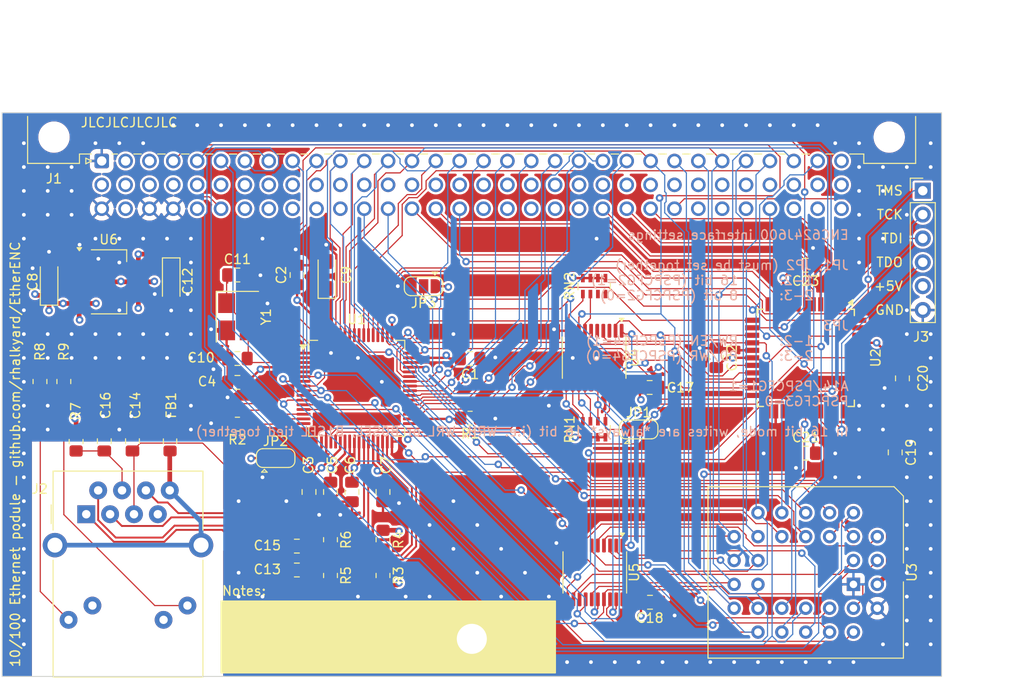
<source format=kicad_pcb>
(kicad_pcb (version 20241229) (generator "pcbnew") (generator_version "9.0")
  (title_block (title "10/100 Ethernet Produle Prototype") (date "2025-10-23") (rev "0"))
  (layers (0 "F.Cu" signal) (4 "In1.Cu" power) (6 "In2.Cu" power) (2 "B.Cu" signal) (13 "F.Paste" user) (15 "B.Paste" user) (5 "F.SilkS" user "F.Silkscreen") (7 "B.SilkS" user "B.Silkscreen") (1 "F.Mask" user) (3 "B.Mask" user) (25 "Edge.Cuts" user))
  (net 0 "")
  (net 1 "GND")
  (net 2 "+3.3V")
  (net 3 "+5V")
  (net 4 "Net-(U1-VCAP)")
  (net 5 "Net-(U1-OSC1)")
  (net 6 "Net-(U1-OSC2)")
  (net 7 "/TPIN+")
  (net 8 "/TPIN'+")
  (net 9 "Net-(J2-RCT)")
  (net 10 "/TPIN-")
  (net 11 "/TPIN'-")
  (net 12 "Net-(J2-TCT)")
  (net 13 "Net-(FB1-Pad2)")
  (net 14 "/Podule Interface and Glue Logic/LA15")
  (net 15 "/Podule Interface and Glue Logic/LA14")
  (net 16 "/Podule Interface and Glue Logic/LA13")
  (net 17 "/Podule Interface and Glue Logic/LA12")
  (net 18 "/Podule Interface and Glue Logic/LA11")
  (net 19 "/Podule Interface and Glue Logic/LA10")
  (net 20 "/Podule Interface and Glue Logic/LA9")
  (net 21 "/Podule Interface and Glue Logic/LA8")
  (net 22 "/Podule Interface and Glue Logic/LA7")
  (net 23 "/Podule Interface and Glue Logic/LA6")
  (net 24 "/Podule Interface and Glue Logic/LA5")
  (net 25 "/Podule Interface and Glue Logic/LA4")
  (net 26 "/Podule Interface and Glue Logic/LA3")
  (net 27 "/Podule Interface and Glue Logic/LA2")
  (net 28 "/Podule Interface and Glue Logic/BD15")
  (net 29 "/Podule Interface and Glue Logic/BD14")
  (net 30 "/Podule Interface and Glue Logic/BD13")
  (net 31 "/Podule Interface and Glue Logic/BD12")
  (net 32 "/Podule Interface and Glue Logic/BD11")
  (net 33 "/Podule Interface and Glue Logic/BD10")
  (net 34 "/Podule Interface and Glue Logic/BD9")
  (net 35 "/Podule Interface and Glue Logic/BD8")
  (net 36 "/Podule Interface and Glue Logic/BD7")
  (net 37 "/Podule Interface and Glue Logic/BD6")
  (net 38 "/Podule Interface and Glue Logic/BD5")
  (net 39 "/Podule Interface and Glue Logic/BD4")
  (net 40 "/Podule Interface and Glue Logic/BD3")
  (net 41 "/Podule Interface and Glue Logic/BD2")
  (net 42 "/Podule Interface and Glue Logic/BD1")
  (net 43 "/Podule Interface and Glue Logic/BD0")
  (net 46 "/Podule Interface and Glue Logic/~{MS}")
  (net 52 "/Podule Interface and Glue Logic/~{RST}")
  (net 53 "/Podule Interface and Glue Logic/PR{slash}~{W}")
  (net 54 "/Podule Interface and Glue Logic/~{IOWR}")
  (net 55 "/Podule Interface and Glue Logic/~{IORD}")
  (net 56 "/Podule Interface and Glue Logic/~{PIRQ}")
  (net 57 "/Podule Interface and Glue Logic/~{PFIQ}")
  (net 59 "/Podule Interface and Glue Logic/I2Cclk")
  (net 60 "/Podule Interface and Glue Logic/I2Cdat")
  (net 62 "/Podule Interface and Glue Logic/~{PS}")
  (net 63 "/Podule Interface and Glue Logic/~{IOGT}")
  (net 64 "/Podule Interface and Glue Logic/~{IORQ}")
  (net 65 "/Podule Interface and Glue Logic/~{BL}")
  (net 66 "/Podule Interface and Glue Logic/CLK2")
  (net 67 "/Podule Interface and Glue Logic/CLK8")
  (net 68 "/Podule Interface and Glue Logic/REF8M")
  (net 71 "/LEDB")
  (net 72 "/LEDA")
  (net 73 "/TPOUT+")
  (net 74 "/TPOUT-")
  (net 76 "/Podule Interface and Glue Logic/ETH_~{INT}")
  (net 77 "Net-(U1-RBIAS)")
  (net 78 "/Podule Interface and Glue Logic/LATCHWR")
  (net 79 "/Podule Interface and Glue Logic/~{ROM}")
  (net 80 "Net-(U1-LEDA)")
  (net 81 "/Podule Interface and Glue Logic/ETH_PG0")
  (net 82 "/Podule Interface and Glue Logic/ETH_PG1")
  (net 83 "/PSPCFG2")
  (net 84 "/PSPCFG4")
  (net 85 "/Podule Interface and Glue Logic/TDI")
  (net 86 "/Podule Interface and Glue Logic/ROM_~{RD}")
  (net 87 "/Podule Interface and Glue Logic/ROM_~{WR}")
  (net 88 "Net-(U1-LEDB)")
  (net 90 "/Podule Interface and Glue Logic/TMS")
  (net 92 "/Podule Interface and Glue Logic/TCK")
  (net 93 "/Podule Interface and Glue Logic/TDO")
  (net 94 "/Podule Interface and Glue Logic/ETH_~{PAGE}")
  (net 95 "Net-(JP1-C)")
  (net 101 "/Podule Interface and Glue Logic/ROM_PG0")
  (net 102 "/Podule Interface and Glue Logic/ROM_PG1")
  (net 103 "/Podule Interface and Glue Logic/ROM_PG2")
  (net 104 "/Podule Interface and Glue Logic/ROM_PG3")
  (net 105 "/Podule Interface and Glue Logic/ROM_PG4")
  (net 106 "/Podule Interface and Glue Logic/ROM_PG5")
  (net 110 "/BLA10")
  (net 111 "/BLA11")
  (net 112 "/BLA12")
  (net 113 "/BLA13")
  (net 114 "/BPG0")
  (net 115 "/BPG1")
  (net 116 "/Podule Interface and Glue Logic/ETH_WR")
  (net 117 "/Podule Interface and Glue Logic/ETH_RD")
  (footprint "Connector_DIN:DIN41612_C_3x32_Male_Horizontal_THT" (layer "F.Cu") (at 32.608 31.135)
    (property "Reference" "J1")
    (property "Value" "DIN41612_02x32_AC")
  )
  (footprint "MountingHole:MountingHole_3.2mm_M3" (layer "F.Cu") (at 72 82)
    (property "Reference" "H1" (hide yes))
    (property "Value" "MountingHole")
  )
  (footprint "Resistor_SMD:R_Array_Concave_4x0603" (layer "F.Cu") (at 85.02 59.69 90)
    (property "Reference" "RN1")
    (property "Value" "10K")
  )
  (footprint "Capacitor_SMD:C_0805_2012Metric_Pad1.18x1.45mm_HandSolder" (layer "F.Cu") (at 35.88 60.9625 90)
    (property "Reference" "C14")
    (property "Value" "0.01uF")
  )
  (footprint "Capacitor_Tantalum_SMD:CP_EIA-3216-18_Kemet-A_Pad1.58x1.35mm_HandSolder" (layer "F.Cu") (at 40.005 43.9375 -90)
    (property "Reference" "C12")
    (property "Value" "10uF")
  )
  (footprint "Jumper:SolderJumper-3_P1.3mm_Open_RoundedPad1.0x1.5mm" (layer "F.Cu") (at 66.868 44.47 180)
    (property "Reference" "JP3")
    (property "Value" "SolderJumper_3_Open")
  )
  (footprint "Connector_PinHeader_2.54mm:PinHeader_1x06_P2.54mm_Vertical" (layer "F.Cu") (at 120 34.3)
    (property "Reference" "J3")
    (property "Value" "Conn_01x06_Pin")
  )
  (footprint "Capacitor_SMD:C_0805_2012Metric_Pad1.18x1.45mm_HandSolder" (layer "F.Cu") (at 117.063 62.1525 -90)
    (property "Reference" "C19")
    (property "Value" "0.1uF")
  )
  (footprint "Resistor_SMD:R_0805_2012Metric_Pad1.20x1.40mm_HandSolder" (layer "F.Cu") (at 56.956 71.445 -90)
    (property "Reference" "R6")
    (property "Value" "49.9")
  )
  (footprint "Connector_RJ:RJ45_Amphenol_RJMG1BD3B8K1ANR" (layer "F.Cu") (at 30.96 68.735)
    (property "Reference" "J2")
    (property "Value" "RJ45_Amphenol_RJMG1BD3B8K1ANR")
  )
  (footprint "Package_LCC:PLCC-32_THT-Socket" (layer "F.Cu") (at 112.618 76.2 -90)
    (property "Reference" "U3")
    (property "Value" "SST39SF010")
  )
  (footprint "Capacitor_Tantalum_SMD:CP_EIA-3216-18_Kemet-A_Pad1.58x1.35mm_HandSolder" (layer "F.Cu") (at 27.005 44 90)
    (property "Reference" "C8")
    (property "Value" "10uF")
  )
  (footprint "Capacitor_SMD:C_0805_2012Metric_Pad1.18x1.45mm_HandSolder" (layer "F.Cu") (at 117.833 54.2725 90)
    (property "Reference" "C20")
    (property "Value" "0.1uF")
  )
  (footprint "Resistor_SMD:R_0805_2012Metric_Pad1.20x1.40mm_HandSolder" (layer "F.Cu") (at 28.575 54.61 90)
    (property "Reference" "R9")
    (property "Value" "220R")
  )
  (footprint "Resistor_SMD:R_0805_2012Metric_Pad1.20x1.40mm_HandSolder" (layer "F.Cu") (at 62.544 71.445 -90)
    (property "Reference" "R4")
    (property "Value" "49.9")
  )
  (footprint "Jumper:SolderJumper-3_P1.3mm_Open_RoundedPad1.0x1.5mm" (layer "F.Cu") (at 51.12 62.758)
    (property "Reference" "JP2")
    (property "Value" "SolderJumper_3_Open")
  )
  (footprint "Capacitor_SMD:C_0805_2012Metric_Pad1.18x1.45mm_HandSolder" (layer "F.Cu") (at 62.544 66.365 -90)
    (property "Reference" "C7")
    (property "Value" "0.1uF")
  )
  (footprint "Capacitor_SMD:C_0805_2012Metric_Pad1.18x1.45mm_HandSolder" (layer "F.Cu") (at 47.05 52.1625 180)
    (property "Reference" "C10")
    (property "Value" "18pF")
  )
  (footprint "Resistor_SMD:R_0805_2012Metric_Pad1.20x1.40mm_HandSolder" (layer "F.Cu") (at 29.88 61 -90)
    (property "Reference" "R7")
    (property "Value" "10R 1/12W")
  )
  (footprint "Capacitor_SMD:C_0805_2012Metric_Pad1.18x1.45mm_HandSolder" (layer "F.Cu") (at 47.05 43.2725)
    (property "Reference" "C11")
    (property "Value" "18pF")
  )
  (footprint "Capacitor_SMD:C_0805_2012Metric_Pad1.18x1.45mm_HandSolder" (layer "F.Cu") (at 53.3785 74.67 180)
    (property "Reference" "C13")
    (property "Value" "6.8nF")
  )
  (footprint "Package_SO:TSSOP-20_4.4x6.5mm_P0.65mm" (layer "F.Cu") (at 85.09 74.93 -90)
    (property "Reference" "U5")
    (property "Value" "74HCT273")
  )
  (footprint "Capacitor_SMD:C_0805_2012Metric_Pad1.18x1.45mm_HandSolder" (layer "F.Cu") (at 107.538 62.235)
    (property "Reference" "C21")
    (property "Value" "0.1uF")
  )
  (footprint "Inductor_SMD:L_0805_2012Metric_Pad1.15x1.40mm_HandSolder" (layer "F.Cu") (at 39.88 60.975 -90)
    (property "Reference" "FB1")
    (property "Value" "FerriteBead")
  )
  (footprint "Resistor_SMD:R_Array_Concave_4x0603" (layer "F.Cu") (at 85.02 44.45 -90)
    (property "Reference" "RN2")
    (property "Value" "10K")
  )
  (footprint "Capacitor_Tantalum_SMD:CP_EIA-3216-18_Kemet-A_Pad1.58x1.35mm_HandSolder" (layer "F.Cu") (at 56.575 43.2725 90)
    (property "Reference" "C9")
    (property "Value" "10uF")
  )
  (footprint "Resistor_SMD:R_0805_2012Metric_Pad1.20x1.40mm_HandSolder" (layer "F.Cu") (at 62.544 75.255 -90)
    (property "Reference" "R3")
    (property "Value" "49.9")
  )
  (footprint "Capacitor_SMD:C_0805_2012Metric_Pad1.18x1.45mm_HandSolder" (layer "F.Cu") (at 53.4 43.2725 90)
    (property "Reference" "C2")
    (property "Value" "0.1uF")
  )
  (footprint "Capacitor_SMD:C_0805_2012Metric_Pad1.18x1.45mm_HandSolder" (layer "F.Cu") (at 107.538 42.235 180)
    (property "Reference" "C23")
    (property "Value" "0.1uF")
  )
  (footprint "Resistor_SMD:R_0805_2012Metric_Pad1.20x1.40mm_HandSolder" (layer "F.Cu") (at 71.815 58.5125 180)
    (property "Reference" "R1")
    (property "Value" "100K")
  )
  (footprint "Capacitor_SMD:C_0805_2012Metric_Pad1.18x1.45mm_HandSolder" (layer "F.Cu") (at 47.05 54.7025)
    (property "Reference" "C4")
    (property "Value" "0.1uF")
  )
  (footprint "Resistor_SMD:R_0805_2012Metric_Pad1.20x1.40mm_HandSolder" (layer "F.Cu") (at 26.035 54.61 90)
    (property "Reference" "R8")
    (property "Value" "220R")
  )
  (footprint "Capacitor_SMD:C_0805_2012Metric_Pad1.18x1.45mm_HandSolder" (layer "F.Cu") (at 71.815 52.1625 180)
    (property "Reference" "C1")
    (property "Value" "0.1uF")
  )
  (footprint "Resistor_SMD:R_0805_2012Metric_Pad1.20x1.40mm_HandSolder" (layer "F.Cu") (at 47.05 59.1475 180)
    (property "Reference" "R2")
    (property "Value" "12.4K")
  )
  (footprint "Package_QFP:TQFP-64_10x10mm_P0.5mm" (layer "F.Cu") (at 59.75 55.3375)
    (property "Reference" "U1")
    (property "Value" "ENC624J600-PT")
  )
  (footprint "Capacitor_SMD:C_0805_2012Metric_Pad1.18x1.45mm_HandSolder" (layer "F.Cu") (at 90.93 55.245 180)
    (property "Reference" "C17")
    (property "Value" "0.1uF")
  )
  (footprint "Resistor_SMD:R_0805_2012Metric_Pad1.20x1.40mm_HandSolder" (layer "F.Cu") (at 56.956 75.255 -90)
    (property "Reference" "R5")
    (property "Value" "49.9")
  )
  (footprint "Capacitor_SMD:C_0805_2012Metric_Pad1.18x1.45mm_HandSolder" (layer "F.Cu") (at 53.3785 72.13 180)
    (property "Reference" "C15")
    (property "Value" "6.8nF")
  )
  (footprint "Crystal:Crystal_SMD_3225-4Pin_3.2x2.5mm_HandSoldering" (layer "F.Cu") (at 47.05 47.7175 -90)
    (property "Reference" "Y1")
    (property "Value" "25MHz 18pf")
  )
  (footprint "Capacitor_SMD:C_0805_2012Metric_Pad1.18x1.45mm_HandSolder" (layer "F.Cu") (at 90.9625 78.105 180)
    (property "Reference" "C18")
    (property "Value" "0.1uF")
  )
  (footprint "Capacitor_SMD:C_0805_2012Metric_Pad1.18x1.45mm_HandSolder" (layer "F.Cu") (at 54.67 66.365 -90)
    (property "Reference" "C3")
    (property "Value" "0.1uF")
  )
  (footprint "Capacitor_SMD:C_0805_2012Metric_Pad1.18x1.45mm_HandSolder" (layer "F.Cu") (at 59.242 66.365 90)
    (property "Reference" "C6")
    (property "Value" "0.1uF")
  )
  (footprint "Capacitor_SMD:C_0805_2012Metric_Pad1.18x1.45mm_HandSolder" (layer "F.Cu") (at 32.88 60.9625 90)
    (property "Reference" "C16")
    (property "Value" "0.01uF")
  )
  (footprint "Capacitor_SMD:C_0805_2012Metric_Pad1.18x1.45mm_HandSolder" (layer "F.Cu") (at 56.956 66.365 -90)
    (property "Reference" "C5")
    (property "Value" "0.1uF")
  )
  (footprint "Package_QFP:TQFP-44_10x10mm_P0.8mm" (layer "F.Cu") (at 107.538 52.09 -90)
    (property "Reference" "U2")
    (property "Value" "ATF1502AS-xAx44")
  )
  (footprint "Package_TO_SOT_SMD:SOT-223-3_TabPin2" (layer "F.Cu") (at 33.355 44)
    (property "Reference" "U6")
    (property "Value" "LD1117S33TR_SOT223")
  )
  (footprint "Capacitor_SMD:C_0805_2012Metric_Pad1.18x1.45mm_HandSolder" (layer "F.Cu") (at 98.013 52.09 -90)
    (property "Reference" "C22")
    (property "Value" "0.1uF")
  )
  (footprint "Jumper:SolderJumper-3_P1.3mm_Open_RoundedPad1.0x1.5mm" (layer "F.Cu") (at 89.758 59.71)
    (property "Reference" "JP1")
    (property "Value" "SolderJumper_3_Open")
  )
  (footprint "Package_SO:TSSOP-20_4.4x6.5mm_P0.65mm" (layer "F.Cu") (at 85.02 52.07 -90)
    (property "Reference" "U4")
    (property "Value" "74HCT244")
  )
  (gr_rect (start 45.324 77.988) (end 80.884 85.608) (stroke (width 0.15)) (fill yes) (layer "F.SilkS"))
  (gr_rect (start 22 26) (end 122 86) (stroke (width 0.1)) (fill no) (layer "Edge.Cuts"))
  (gr_text "+5V" (at 117.968 44.46 0) (layer "F.SilkS") (effects (font (size 1 1)) (justify right)))
  (gr_text "TMS" (at 117.968 34.3 0) (layer "F.SilkS") (effects (font (size 1 1)) (justify right)))
  (gr_text "TDI" (at 117.968 39.38 0) (layer "F.SilkS") (effects (font (size 1 1)) (justify right)))
  (gr_text "JLCJLCJLCJLC" (at 30.286 27.63 0) (layer "F.SilkS") (effects (font (size 1 1)) (justify left bottom)))
  (gr_text "Notes:" (at 45.324 77.48 0) (layer "F.SilkS") (effects (font (size 1 1)) (justify left bottom)))
  (gr_text "10/100 Ethernet podule — github.com/rhalkyard/EtherENC" (at 23.988 85.1 90) (layer "F.SilkS") (effects (font (size 1 1)) (justify left bottom)))
  (gr_text "TDO" (at 117.968 41.92 0) (layer "F.SilkS") (effects (font (size 1 1)) (justify right)))
  (gr_text "GND" (at 118.095 47 0) (layer "F.SilkS") (effects (font (size 1 1)) (justify right)))
  (gr_text "TCK" (at 117.968 36.84 0) (layer "F.SilkS") (effects (font (size 1 1)) (justify right)))
  (gr_text "ENC624J600 interface settings\n\nJP1, JP2 (must be set together)\n	1-2:	16 bit (PSPCFG2=1)\n	2-3:	8 bit (PSPCFG2=0)\n\nJP3\n	1-2:	RW/EN (PSPCFG4=1)\n	2-3:	RD/WR (PSPCFG4=0)\n\nA14/PSPCFG1=1\nPSPCFG3=0\n\nIn 16 bit mode, writes are *always* 16 bit (i.e. WRH, WRL or B0SEL, B1SEL tied together)" (at 112.201 38.425 0) (layer "B.SilkS") (effects (font (size 1 1)) (justify left top mirror)))
  (segment (start 104.338 60.0725) (end 104.338 57.79) (width 0.25) (layer "F.Cu") (net 1))
  (segment (start 108.576 42.235) (end 109.138 42.7975) (width 0.25) (layer "F.Cu") (net 1))
  (segment (start 98.2505 51.29) (end 101.838 51.29) (width 0.25) (layer "F.Cu") (net 1))
  (segment (start 44.45 52.07) (end 44.25 49.05) (width 0.5) (layer "F.Cu") (net 1))
  (segment (start 117.833 55.31) (end 115.61 55.31) (width 0.25) (layer "F.Cu") (net 1))
  (segment (start 44.45 48.895) (end 44.45 43.032551) (width 0.5) (layer "F.Cu") (net 1))
  (segment (start 49.5 43.3) (end 49.53 43.33) (width 0.5) (layer "F.Cu") (net 1))
  (segment (start 63.75 64.9009) (end 63.75 66.1965) (width 0.25) (layer "F.Cu") (net 1))
  (segment (start 65.4125 52.5875) (end 69.412061 52.5875) (width 0.25) (layer "F.Cu") (net 1))
  (segment (start 57.575 41.125) (end 56.5 40.05) (width 0.25) (layer "F.Cu") (net 1))
  (segment (start 65.568 44.47) (end 64.13 44.47) (width 0.25) (layer "F.Cu") (net 1))
  (segment (start 44.7225 49.1675) (end 44.45 48.895) (width 0.5) (layer "F.Cu") (net 1))
  (segment (start 72.8525 53.5075) (end 72.8525 52.1625) (width 0.25) (layer "F.Cu") (net 1))
  (segment (start 48.0875 43.2725) (end 48.0875 42.0825) (width 0.5) (layer "F.Cu") (net 1))
  (segment (start 27.005 42.5625) (end 27.005 40.805) (width 0.5) (layer "F.Cu") (net 1))
  (segment (start 44.45 53.975) (end 44.45 53.85) (width 0.5) (layer "F.Cu") (net 1))
  (segment (start 57.9042 66.4542) (end 56.956 67.4025) (width 0.25) (layer "F.Cu") (net 1))
  (segment (start 45.1775 54.7025) (end 44.45 53.975) (width 0.5) (layer "F.Cu") (net 1))
  (segment (start 44.5 53.8) (end 44.45 53.75) (width 0.5) (layer "F.Cu") (net 1))
  (segment (start 50.165 44.45) (end 50.25 46.3) (width 0.5) (layer "F.Cu") (net 1))
  (segment (start 48.26 41.91) (end 48.895 41.91) (width 0.5) (layer "F.Cu") (net 1))
  (segment (start 57.575 45.4926) (end 57.575 41.125) (width 0.25) (layer "F.Cu") (net 1))
  (segment (start 44.45 53.75) (end 44.45 52.07) (width 0.5) (layer "F.Cu") (net 1))
  (segment (start 44.45 43.032551) (end 45.572551 41.91) (width 0.5) (layer "F.Cu") (net 1))
  (segment (start 48.0875 42.0825) (end 48.26 41.91) (width 0.5) (layer "F.Cu") (net 1))
  (segment (start 58.006 66.3525) (end 57.9042 66.4542) (width 0.25) (layer "F.Cu") (net 1))
  (segment (start 48.895 41.91) (end 49.53 42.545) (width 0.5) (layer "F.Cu") (net 1))
  (segment (start 45.572551 41.91) (end 48.26 41.91) (width 0.5) (layer "F.Cu") (net 1))
  (segment (start 27.005 40.805) (end 27 40.8) (width 0.5) (layer "F.Cu") (net 1))
  (segment (start 59 63.2747) (end 58.006 64.2687) (width 0.25) (layer "F.Cu") (net 1))
  (segment (start 50.165 46.355) (end 50.165 48.895) (width 0.5) (layer "F.Cu") (net 1))
  (segment (start 49.53 43.815) (end 50.165 44.45) (width 0.5) (layer "F.Cu") (net 1))
  (segment (start 64.13 44.47) (end 64.12 44.46) (width 0.25) (layer "F.Cu") (net 1))
  (segment (start 46.0125 52.1625) (end 44.5425 52.1625) (width 0.5) (layer "F.Cu") (net 1))
  (segment (start 115.61 55.31) (end 114.79 54.49) (width 0.25) (layer "F.Cu") (net 1))
  (segment (start 44.25 49.05) (end 44.45 48.895) (width 0.5) (layer "F.Cu") (net 1))
  (segment (start 46.0125 54.7025) (end 45.1775 54.7025) (width 0.5) (layer "F.Cu") (net 1))
  (segment (start 52.406066 51.136066) (end 52.406066 51.393934) (width 0.5) (layer "F.Cu") (net 1))
  (segment (start 58.8525 67.4025) (end 57.9042 66.4542) (width 0.25) (layer "F.Cu") (net 1))
  (segment (start 45.9 49.1675) (end 44.7225 49.1675) (width 0.5) (layer "F.Cu") (net 1))
  (segment (start 50.25 46.3) (end 50.165 46.355) (width 0.5) (layer "F.Cu") (net 1))
  (segment (start 106.5 62.235) (end 104.338 60.0725) (width 0.25) (layer "F.Cu") (net 1))
  (segment (start 48.2 46.2675) (end 50.0775 46.2675) (width 0.5) (layer "F.Cu") (net 1))
  (segment (start 59 61) (end 59 63.2747) (width 0.25) (layer "F.Cu") (net 1))
  (segment (start 70.428561 53.604) (end 72.756 53.604) (width 0.25) (layer "F.Cu") (net 1))
  (segment (start 52.599632 51.5875) (end 52.406066 51.393934) (width 0.25) (layer "F.Cu") (net 1))
  (segment (start 69.412061 52.5875) (end 70.428561 53.604) (width 0.25) (layer "F.Cu") (net 1))
  (segment (start 63.75 66.1965) (end 62.544 67.4025) (width 0.25) (layer "F.Cu") (net 1))
  (segment (start 30.205 40.095) (end 30.25 40.05) (width 0.5) (layer "F.Cu") (net 1))
  (segment (start 49.53 42.545) (end 49.53 43.27) (width 0.5) (layer "F.Cu") (net 1))
  (segment (start 44.5425 52.1625) (end 44.45 52.07) (width 0.5) (layer "F.Cu") (net 1))
  (segment (start 62 61) (end 62 63.1509) (width 0.25) (layer "F.Cu") (net 1))
  (segment (start 54.0875 51.5875) (end 52.599632 51.5875) (width 0.25) (layer "F.Cu") (net 1))
  (segment (start 30.205 41.7) (end 30.205 40.095) (width 0.5) (layer "F.Cu") (net 1))
  (segment (start 58.006 64.2687) (end 58.006 66.3525) (width 0.25) (layer "F.Cu") (net 1))
  (segment (start 50.0775 46.2675) (end 50.165 46.355) (width 0.5) (layer "F.Cu") (net 1))
  (segment (start 109.138 42.7975) (end 109.138 46.39) (width 0.25) (layer "F.Cu") (net 1))
  (segment (start 114.79 54.49) (end 113.238 54.49) (width 0.25) (layer "F.Cu") (net 1))
  (segment (start 72.756 53.604) (end 72.8525 53.5075) (width 0.25) (layer "F.Cu") (net 1))
  (segment (start 49.53 43.33) (end 49.53 43.815) (width 0.5) (layer "F.Cu") (net 1))
  (segment (start 50.165 48.895) (end 52.406066 51.136066) (width 0.5) (layer "F.Cu") (net 1))
  (segment (start 62 63.1509) (end 63.75 64.9009) (width 0.25) (layer "F.Cu") (net 1))
  (segment (start 57 49.675) (end 57 46.0676) (width 0.25) (layer "F.Cu") (net 1))
  (segment (start 57 46.0676) (end 57.575 45.4926) (width 0.25) (layer "F.Cu") (net 1))
  (segment (start 44.45 53.85) (end 44.5 53.8) (width 0.5) (layer "F.Cu") (net 1))
  (segment (start 49.53 43.27) (end 49.5 43.3) (width 0.5) (layer "F.Cu") (net 1))
  (via (at 113.219999 34.32175) (size 0.8) (drill 0.4) (layers "F.Cu" "B.Cu") (net 1))
  (via (at 58 68.8) (size 0.8) (drill 0.4) (layers "F.Cu" "B.Cu") (net 1))
  (via (at 26.859999 57.18175) (size 0.8) (drill 0.4) (layers "F.Cu" "B.Cu") (net 1))
  (via (at 106.5 63.8) (size 0.8) (drill 0.4) (layers "F.Cu" "B.Cu") (net 1))
  (via (at 64.959999 77.50175) (size 0.8) (drill 0.4) (layers "F.Cu" "B.Cu") (net 1))
  (via (at 70.708 27.325) (size 0.8) (drill 0.4) (layers "F.Cu" "B.Cu") (net 1))
  (via (at 120.839999 29.24175) (size 0.8) (drill 0.4) (layers "F.Cu" "B.Cu") (net 1))
  (via (at 96.108 27.325) (size 0.8) (drill 0.4) (layers "F.Cu" "B.Cu") (net 1))
  (via (at 47.848 27.325) (size 0.8) (drill 0.4) (layers "F.Cu" "B.Cu") (net 1))
  (via (at 108.316 40.396) (size 0.8) (drill 0.4) (layers "F.Cu" "B.Cu") (net 1))
  (via (at 118.299999 47.02175) (size 0.8) (drill 0.4) (layers "F.Cu" "B.Cu") (net 1))
  (via (at 29.399999 49.56175) (size 0.8) (drill 0.4) (layers "F.Cu" "B.Cu") (net 1))
  (via (at 110.078 84.475) (size 0.8) (drill 0.4) (layers "F.Cu" "B.Cu") (net 1))
  (via (at 59.879999 52.10175) (size 0.8) (drill 0.4) (layers "F.Cu" "B.Cu") (net 1))
  (via (at 118.299999 80.04175) (size 0.8) (drill 0.4) (layers "F.Cu" "B.Cu") (net 1))
  (via (at 110.679999 29.24175) (size 0.8) (drill 0.4) (layers "F.Cu" "B.Cu") (net 1))
  (via (at 24.319999 80.04175) (size 0.8) (drill 0.4) (layers "F.Cu" "B.Cu") (net 1))
  (via (at 29.399999 52.10175) (size 0.8) (drill 0.4) (layers "F.Cu" "B.Cu") (net 1))
  (via (at 94.838 84.475) (size 0.8) (drill 0.4) (layers "F.Cu" "B.Cu") (net 1))
  (via (at 115.759999 59.72175) (size 0.8) (drill 0.4) (layers "F.Cu" "B.Cu") (net 1))
  (via (at 115.759999 82.58175) (size 0.8) (drill 0.4) (layers "F.Cu" "B.Cu") (net 1))
  (via (at 110.679999 64.80175) (size 0.8) (drill 0.4) (layers "F.Cu" "B.Cu") (net 1))
  (via (at 118.299999 64.80175) (size 0.8) (drill 0.4) (layers "F.Cu" "B.Cu") (net 1))
  (via (at 120.839999 74.96175) (size 0.8) (drill 0.4) (layers "F.Cu" "B.Cu") (net 1))
  (via (at 120.839999 64.80175) (size 0.8) (drill 0.4) (layers "F.Cu" "B.Cu") (net 1))
  (via (at 83.408 27.325) (size 0.8) (drill 0.4) (layers "F.Cu" "B.Cu") (net 1))
  (via (at 31.939999 52.10175) (size 0.8) (drill 0.4) (layers "F.Cu" "B.Cu") (net 1))
  (via (at 24.319999 64.80175) (size 0.8) (drill 0.4) (layers "F.Cu" "B.Cu") (net 1))
  (via (at 118.75 61.05) (size 0.8) (drill 0.4) (layers "F.Cu" "B.Cu") (net 1))
  (via (at 67.499999 77.50175) (size 0.8) (drill 0.4) (layers "F.Cu" "B.Cu") (net 1))
  (via (at 44.5 53.3) (size 0.8) (drill 0.4) (layers "F.Cu" "B.Cu") (net 1))
  (via (at 115.936 55.3) (size 0.8) (drill 0.4) (layers "F.Cu" "B.Cu") (net 1))
  (via (at 85.279999 39.40175) (size 0.8) (drill 0.4) (layers "F.Cu" "B.Cu") (net 1))
  (via (at 24.319999 62.26175) (size 0.8) (drill 0.4) (layers "F.Cu" "B.Cu") (net 1))
  (via (at 120.839999 67.34175) (size 0.8) (drill 0.4) (layers "F.Cu" "B.Cu") (net 1))
  (via (at 102.458 84.475) (size 0.8) (drill 0.4) (layers "F.Cu" "B.Cu") (net 1))
  (via (at 44.25 49.05) (size 0.8) (drill 0.4) (layers "F.Cu" "B.Cu") (net 1))
  (via (at 85.279999 52.10175) (size 0.8) (drill 0.4) (layers "F.Cu" "B.Cu") (net 1))
  (via (at 39.559999 52.10175) (size 0.8) (drill 0.4) (layers "F.Cu" "B.Cu") (net 1))
  (via (at 38.25 45.3) (size 0.8) (drill 0.4) (layers "F.Cu" "B.Cu") (net 1))
  (via (at 74.5 58.55) (size 0.8) (drill 0.4) (layers "F.Cu" "B.Cu") (net 1))
  (via (at 62.419999 54.64175) (size 0.8) (drill 0.4) (layers "F.Cu" "B.Cu") (net 1))
  (via (at 24.319999 77.50175) (size 0.8) (drill 0.4) (layers "F.Cu" "B.Cu") (net 1))
  (via (at 47.179999 67.34175) (size 0.8) (drill 0.4) (layers "F.Cu" "B.Cu") (net 1))
  (via (at 42.099999 47.02175) (size 0.8) (drill 0.4) (layers "F.Cu" "B.Cu") (net 1))
  (via (at 58.008 27.325) (size 0.8) (drill 0.4) (layers "F.Cu" "B.Cu") (net 1))
  (via (at 64.12 44.46) (size 0.8) (drill 0.4) (layers "F.Cu" "B.Cu") (net 1))
  (via (at 75.119999 77.50175) (size 0.8) (drill 0.4) (layers "F.Cu" "B.Cu") (net 1))
  (via (at 68.168 27.325) (size 0.8) (drill 0.4) (layers "F.Cu" "B.Cu") (net 1))
  (via (at 31.939999 49.56175) (size 0.8) (drill 0.4) (layers "F.Cu" "B.Cu") (net 1))
  (via (at 32.75 58.3) (size 0.8) (drill 0.4) (layers "F.Cu" "B.Cu") (net 1))
  (via (at 106.268 27.325) (size 0.8) (drill 0.4) (layers "F.Cu" "B.Cu") (net 1))
  (via (at 30.25 40.05) (size 0.8) (drill 0.4) (layers "F.Cu" "B.Cu") (net 1))
  (via (at 31.939999 39.40175) (size 0.8) (drill 0.4) (layers "F.Cu" "B.Cu") (net 1))
  (via (at 24.319999 52.10175) (size 0.8) (drill 0.4) (layers "F.Cu" "B.Cu") (net 1))
  (via (at 80.75 49.05) (size 0.8) (drill 0.4) (layers "F.Cu" "B.Cu") (net 1))
  (via (at 50.25 46.3) (size 0.8) (drill 0.4) (layers "F.Cu" "B.Cu") (net 1))
  (via (at 120.839999 54.64175) (size 0.8) (drill 0.4) (layers "F.Cu" "B.Cu") (net 1))
  (via (at 39.75 58.3) (size 0.8) (drill 0.4) (layers "F.Cu" "B.Cu") (net 1))
  (via (at 113.219999 36.86175) (size 0.8) (drill 0.4) (layers "F.Cu" "B.Cu") (net 1))
  (via (at 47.179999 77.50175) (size 0.8) (drill 0.4) (layers "F.Cu" "B.Cu") (net 1))
  (via (at 34.479999 59.72175) (size 0.8) (drill 0.4) (layers "F.Cu" "B.Cu") (net 1))
  (via (at 108.808 27.325) (size 0.8) (drill 0.4) (layers "F.Cu" "B.Cu") (net 1))
  (via (at 42.099999 41.94175) (size 0.8) (drill 0.4) (layers "F.Cu" "B.Cu") (net 1))
  (via (at 120.839999 69.88175) (size 0.8) (drill 0.4) (layers "F.Cu" "B.Cu") (net 1))
  (via (at 40.228 27.325) (size 0.8) (drill 0.4) (layers "F.Cu" "B.Cu") (net 1))
  (via (at 24.319999 36.86175) (size 0.8) (drill 0.4) (layers "F.Cu" "B.Cu") (net 1))
  (via (at 29.399999 31.78175) (size 0.8) (drill 0.4) (layers "F.Cu" "B.Cu") (net 1))
  (via (at 118.299999 36.86175) (size 0.8) (drill 0.4) (layers "F.Cu" "B.Cu") (net 1))
  (via (at 24.319999 69.88175) (size 0.8) (drill 0.4) (layers "F.Cu" "B.Cu") (net 1))
  (via (at 118.299999 72.42175) (size 0.8) (drill 0.4) (layers "F.Cu" "B.Cu") (net 1))
  (via (at 78.328 27.325) (size 0.8) (drill 0.4) (layers "F.Cu" "B.Cu") (net 1))
  (via (at 24.319999 31.78175) (size 0.8) (drill 0.4) (layers "F.Cu" "B.Cu") (net 1))
  (via (at 37.019999 52.10175) (size 0.8) (drill 0.4) (layers "F.Cu" "B.Cu") (net 1))
  (via (at 115.759999 31.78175) (size 0.8) (drill 0.4) (layers "F.Cu" "B.Cu") (net 1))
  (via (at 63.088 27.325) (size 0.8) (drill 0.4) (layers "F.Cu" "B.Cu") (net 1))
  (via (at 113.219999 29.24175) (size 0.8) (drill 0.4) (layers "F.Cu" "B.Cu") (net 1))
  (via (at 53.25 40.55) (size 0.8) (drill 0.4) (layers "F.Cu" "B.Cu") (net 1))
  (via (at 34.479999 47.02175) (size 0.8) (drill 0.4) (layers "F.Cu" "B.Cu") (net 1))
  (via (at 24.319999 72.42175) (size 0.8) (drill 0.4) (layers "F.Cu" "B.Cu") (net 1))
  (via (at 113.219999 41.94175) (size 0.8) (drill 0.4) (layers "F.Cu" "B.Cu") (net 1))
  (via (at 34.479999 49.56175) (size 0.8) (drill 0.4) (layers "F.Cu" "B.Cu") (net 1))
  (via (at 24.319999 29.24175) (size 0.8) (drill 0.4) (layers "F.Cu" "B.Cu") (net 1))
  (via (at 120.839999 77.50175) (size 0.8) (drill 0.4) (layers "F.Cu" "B.Cu") (net 1))
  (via (at 80.199999 57.18175) (size 0.8) (drill 0.4) (layers "F.Cu" "B.Cu") (net 1))
  (via (at 39.559999 49.56175) (size 0.8) (drill 0.4) (layers "F.Cu" "B.Cu") (net 1))
  (via (at 97.378 84.475) (size 0.8) (drill 0.4) (layers "F.Cu" "B.Cu") (net 1))
  (via (at 120.839999 82.58175) (size 0.8) (drill 0.4) (layers "F.Cu" "B.Cu") (net 1))
  (via (at 120.839999 57.18175) (size 0.8) (drill 0.4) (layers "F.Cu" "B.Cu") (net 1))
  (via (at 60.548 27.325) (size 0.8) (drill 0.4) (layers "F.Cu" "B.Cu") (net 1))
  (via (at 120.839999 49.56175) (size 0.8) (drill 0.4) (layers "F.Cu" "B.Cu") (net 1))
  (via (at 42.768 27.325) (size 0.8) (drill 0.4) (layers "F.Cu" "B.Cu") (net 1))
  (via (at 103.728 27.325) (size 0.8) (drill 0.4) (layers "F.Cu" "B.Cu") (net 1))
  (via (at 120.839999 72.42175) (size 0.8) (drill 0.4) (layers "F.Cu" "B.Cu") (net 1))
  (via (at 118.299999 67.34175) (size 0.8) (drill 0.4) (layers "F.Cu" "B.Cu") (net 1))
  (via (at 49.719999 39.40175) (size 0.8) (drill 0.4) (layers "F.Cu" "B.Cu") (net 1))
  (via (at 74.5 52.05) (size 0.8) (drill 0.4) (layers "F.Cu" "B.Cu") (net 1))
  (via (at 24.319999 39.40175) (size 0.8) (drill 0.4) (layers "F.Cu" "B.Cu") (net 1))
  (via (at 72.579999 74.96175) (size 0.8) (drill 0.4) (layers "F.Cu" "B.Cu") (net 1))
  (via (at 118.299999 69.88175) (size 0.8) (drill 0.4) (layers "F.Cu" "B.Cu") (net 1))
  (via (at 25.25 42.55) (size 0.8) (drill 0.4) (layers "F.Cu" "B.Cu") (net 1))
  (via (at 72.579999 69.88175) (size 0.8) (drill 0.4) (layers "F.Cu" "B.Cu") (net 1))
  (via (at 118.299999 74.96175) (size 0.8) (drill 0.4) (layers "F.Cu" "B.Cu") (net 1))
  (via (at 104.998 84.475) (size 0.8) (drill 0.4) (layers "F.Cu" "B.Cu") (net 1))
  (via (at 88.488 27.325) (size 0.8) (drill 0.4) (layers "F.Cu" "B.Cu") (net 1))
  (via (at 98.648 27.325) (size 0.8) (drill 0.4) (layers "F.Cu" "B.Cu") (net 1))
  (via (at 42.099999 49.56175) (size 0.8) (drill 0.4) (layers "F.Cu" "B.Cu") (net 1))
  (via (at 118.299999 77.50175) (size 0.8) (drill 0.4) (layers "F.Cu" "B.Cu") (net 1))
  (via (at 34.479999 52.10175) (size 0.8) (drill 0.4) (layers "F.Cu" "B.Cu") (net 1))
  (via (at 49.719999 64.80175) (size 0.8) (drill 0.4) (layers "F.Cu" "B.Cu") (net 1))
  (via (at 118.299999 57.18175) (size 0.8) (drill 0.4) (layers "F.Cu" "B.Cu") (net 1))
  (via (at 120.839999 59.72175) (size 0.8) (drill 0.4) (layers "F.Cu" "B.Cu") (net 1))
  (via (at 75.788 27.325) (size 0.8) (drill 0.4) (layers "F.Cu" "B.Cu") (net 1))
  (via (at 113.219999 31.78175) (size 0.8) (drill 0.4) (layers "F.Cu" "B.Cu") (net 1))
  (via (at 29.399999 36.86175) (size 0.8) (drill 0.4) (layers "F.Cu" "B.Cu") (net 1))
  (via (at 41.75 45.3) (size 0.8) (drill 0.4) (layers "F.Cu" "B.Cu") (net 1))
  (via (at 113.219999 64.80175) (size 0.8) (drill 0.4) (layers "F.Cu" "B.Cu") (net 1))
  (via (at 92.899999 59.72175) (size 0.8) (drill 0.4) (layers "F.Cu" "B.Cu") (net 1))
  (via (at 37.019999 39.40175) (size 0.8) (drill 0.4) (layers "F.Cu" "B.Cu") (net 1))
  (via (at 120.839999 31.78175) (size 0.8) (drill 0.4) (layers "F.Cu" "B.Cu") (net 1))
  (via (at 103.059999 62.26175) (size 0.8) (drill 0.4) (layers "F.Cu" "B.Cu") (net 1))
  (via (at 50.388 27.325) (size 0.8) (drill 0.4) (layers "F.Cu" "B.Cu") (net 1))
  (via (at 92.298 84.475) (size 0.8) (drill 0.4) (layers "F.Cu" "B.Cu") (net 1))
  (via (at 24.319999 49.56175) (size 0.8) (drill 0.4) (layers "F.Cu" "B.Cu") (net 1))
  (via (at 24.319999 74.96175) (size 0.8) (drill 0.4) (layers "F.Cu" "B.Cu") (net 1))
  (via (at 70.039999 72.42175) (size 0.8) (drill 0.4) (layers "F.Cu" "B.Cu") (net 1))
  (via (at 99.918 84.475) (size 0.8) (drill 0.4) (layers "F.Cu" "B.Cu") (net 1))
  (via (at 49.5 43.3) (size 0.8) (drill 0.4) (layers "F.Cu" "B.Cu") (net 1))
  (via (at 37.019999 49.56175) (size 0.8) (drill 0.4) (layers "F.Cu" "B.Cu") (net 1))
  (via (at 110.679999 62.26175) (size 0.8) (drill 0.4) (layers "F.Cu" "B.Cu") (net 1))
  (via (at 26.859999 59.72175) (size 0.8) (drill 0.4) (layers "F.Cu" "B.Cu") (net 1))
  (via (at 24.319999 82.58175) (size 0.8) (drill 0.4) (layers "F.Cu" "B.Cu") (net 1))
  (via (at 115.759999 39.40175) (size 0.8) (drill 0.4) (layers "F.Cu" "B.Cu") (net 1))
  (via (at 44.25 59.05) (size 0.8) (drill 0.4) (layers "F.Cu" "B.Cu") (net 1))
  (via (at 101.188 27.325) (size 0.8) (drill 0.4) (layers "F.Cu" "B.Cu") (net 1))
  (via (at 115.759999 34.32175) (size 0.8) (drill 0.4) (layers "F.Cu" "B.Cu") (net 1))
  (via (at 91.028 27.325) (size 0.8) (drill 0.4) (layers "F.Cu" "B.Cu") (net 1))
  (via (at 26.859999 34.32175) (size 0.8) (drill 0.4) (layers "F.Cu" "B.Cu") (net 1))
  (via (at 118.299999 31.78175) (size 0.8) (drill 0.4) (layers "F.Cu" "B.Cu") (net 1))
  (via (at 59.879999 77.50175) (size 0.8) (drill 0.4) (layers "F.Cu" "B.Cu") (net 1))
  (via (at 26.859999 52.10175) (size 0.8) (drill 0.4) (layers "F.Cu" "B.Cu") (net 1))
  (via (at 120.839999 80.04175) (size 0.8) (drill 0.4) (layers "F.Cu" "B.Cu") (net 1))
  (via (at 42.099999 39.40175) (size 0.8) (drill 0.4) (layers "F.Cu" "B.Cu") (net 1))
  (via (at 80.868 27.325) (size 0.8) (drill 0.4) (layers "F.Cu" "B.Cu") (net 1))
  (via (at 80.199999 77.50175) (size 0.8) (drill 0.4) (layers "F.Cu" "B.Cu") (net 1))
  (via (at 52.259999 67.34175) (size 0.8) (drill 0.4) (layers "F.Cu" "B.Cu") (net 1))
  (via (at 55.75 68.8) (size 0.8) (drill 0.4) (layers "F.Cu" "B.Cu") (net 1))
  (via (at 84.678 84.475) (size 0.8) (drill 0.4) (layers "F.Cu" "B.Cu") (net 1))
  (via (at 113.219999 59.72175) (size 0.8) (drill 0.4) (layers "F.Cu" "B.Cu") (net 1))
  (via (at 120.839999 52.10175) (size 0.8) (drill 0.4) (layers "F.Cu" "B.Cu") (net 1))
  (via (at 77.659999 74.96175) (size 0.8) (drill 0.4) (layers "F.Cu" "B.Cu") (net 1))
  (via (at 89.758 84.475) (size 0.8) (drill 0.4) (layers "F.Cu" "B.Cu") (net 1))
  (via (at 55.468 27.325) (size 0.8) (drill 0.4) (layers "F.Cu" "B.Cu") (net 1))
  (via (at 47.179999 74.96175) (size 0.8) (drill 0.4) (layers "F.Cu" "B.Cu") (net 1))
  (via (at 34.479999 41.94175) (size 0.8) (drill 0.4) (layers "F.Cu" "B.Cu") (net 1))
  (via (at 34.479999 29.24175) (size 0.8) (drill 0.4) (layers "F.Cu" "B.Cu") (net 1))
  (via (at 96.25 51.05) (size 0.8) (drill 0.4) (layers "F.Cu" "B.Cu") (net 1))
  (via (at 64.25 67.55) (size 0.8) (drill 0.4) (layers "F.Cu" "B.Cu") (net 1))
  (via (at 24.319999 34.32175) (size 0.8) (drill 0.4) (layers "F.Cu" "B.Cu") (net 1))
  (via (at 24.319999 59.72175) (size 0.8) (drill 0.4) (layers "F.Cu" "B.Cu") (net 1))
  (via (at 32.25 41.55) (size 0.8) (drill 0.4) (layers "F.Cu" "B.Cu") (net 1))
  (via (at 45.308 27.325) (size 0.8) (drill 0.4) (layers "F.Cu" "B.Cu") (net 1))
  (via (at 65.628 27.325) (size 0.8) (drill 0.4) (layers "F.Cu" "B.Cu") (net 1))
  (via (at 87.218 84.475) (size 0.8) (drill 0.4) (layers "F.Cu" "B.Cu") (net 1))
  (via (at 31.939999 29.24175) (size 0.8) (drill 0.4) (layers "F.Cu" "B.Cu") (net 1))
  (via (at 52.928 27.325) (size 0.8) (drill 0.4) (layers "F.Cu" "B.Cu") (net 1))
  (via (at 49.719999 77.50175) (size 0.8) (drill 0.4) (layers "F.Cu" "B.Cu") (net 1))
  (via (at 93.584 79.512) (size 0.8) (drill 0.4) (layers "F.Cu" "B.Cu") (net 1))
  (via (at 118.299999 49.56175) (size 0.8) (drill 0.4) (layers "F.Cu" "B.Cu") (net 1))
  (via (at 82.739999 52.10175) (size 0.8) (drill 0.4) (layers "F.Cu" "B.Cu") (net 1))
  (via (at 93.5 55.3) (size 0.8) (drill 0.4) (layers "F.Cu" "B.Cu") (net 1))
  (via (at 37.019999 29.24175) (size 0.8) (drill 0.4) (layers "F.Cu" "B.Cu") (net 1))
  (via (at 81 71.8) (size 0.8) (drill 0.4) (layers "F.Cu" "B.Cu") (net 1))
  (via (at 39.559999 39.40175) (size 0.8) (drill 0.4) (layers "F.Cu" "B.Cu") (net 1))
  (via (at 24.319999 57.18175) (size 0.8) (drill 0.4) (layers "F.Cu" "B.Cu") (net 1))
  (via (at 42.099999 52.10175) (size 0.8) (drill 0.4) (layers "F.Cu" "B.Cu") (net 1))
  (via (at 120.839999 62.26175) (size 0.8) (drill 0.4) (layers "F.Cu" "B.Cu") (net 1))
  (via (at 93.568 27.325) (size 0.8) (drill 0.4) (layers "F.Cu" "B.Cu") (net 1))
  (via (at 115.759999 57.18175) (size 0.8) (drill 0.4) (layers "F.Cu" "B.Cu") (net 1))
  (via (at 42.099999 57.18175) (size 0.8) (drill 0.4) (layers "F.Cu" "B.Cu") (net 1))
  (via (at 46 56.3) (size 0.8) (drill 0.4) (layers "F.Cu" "B.Cu") (net 1))
  (via (at 75.119999 72.42175) (size 0.8) (drill 0.4) (layers "F.Cu" "B.Cu") (net 1))
  (via (at 70.039999 67.34175) (size 0.8) (drill 0.4) (layers "F.Cu" "B.Cu") (net 1))
  (via (at 24.319999 47.02175) (size 0.8) (drill 0.4) (layers "F.Cu" "B.Cu") (net 1))
  (via (at 42.099999 59.72175) (size 0.8) (drill 0.4) (layers "F.Cu" "B.Cu") (net 1))
  (via (at 113.219999 57.18175) (size 0.8) (drill 0.4) (layers "F.Cu" "B.Cu") (net 1))
  (via (at 34.479999 39.40175) (size 0.8) (drill 0.4) (layers "F.Cu" "B.Cu") (net 1))
  (via (at 107.538 84.475) (size 0.8) (drill 0.4) (layers "F.Cu" "B.Cu") (net 1))
  (via (at 70.039999 49.56175) (size 0.8) (drill 0.4) (layers "F.Cu" "B.Cu") (net 1))
  (via (at 26.859999 31.78175) (size 0.8) (drill 0.4) (layers "F.Cu" "B.Cu") (net 1))
  (via (at 112.618 84.475) (size 0.8) (drill 0.4) (layers "F.Cu" "B.Cu") (net 1))
  (via (at 35.75 58.3) (size 0.8) (drill 0.4) (layers "F.Cu" "B.Cu") (net 1))
  (via (at 27 40.8) (size 0.8) (drill 0.4) (layers "F.Cu" "B.Cu") (net 1))
  (via (at 29.399999 34.32175) (size 0.8) (drill 0.4) (layers "F.Cu" "B.Cu") (net 1))
  (via (at 56.5 40.05) (size 0.8) (drill 0.4) (layers "F.Cu" "B.Cu") (net 1))
  (via (at 67.499999 69.88175) (size 0.8) (drill 0.4) (layers "F.Cu" "B.Cu") (net 1))
  (via (at 113.219999 39.40175) (size 0.8) (drill 0.4) (layers "F.Cu" "B.Cu") (net 1))
  (via (at 24.319999 54.64175) (size 0.8) (drill 0.4) (layers "F.Cu" "B.Cu") (net 1))
  (via (at 57.008 51.572) (size 0.8) (drill 0.4) (layers "F.Cu" "B.Cu") (net 1))
  (via (at 26.859999 36.86175) (size 0.8) (drill 0.4) (layers "F.Cu" "B.Cu") (net 1))
  (via (at 40 47.05) (size 0.8) (drill 0.4) (layers "F.Cu" "B.Cu") (net 1))
  (via (at 85.948 27.325) (size 0.8) (drill 0.4) (layers "F.Cu" "B.Cu") (net 1))
  (via (at 82.138 84.475) (size 0.8) (drill 0.4) (layers "F.Cu" "B.Cu") (net 1))
  (via (at 26.859999 49.56175) (size 0.8) (drill 0.4) (layers "F.Cu" "B.Cu") (net 1))
  (via (at 73.248 27.325) (size 0.8) (drill 0.4) (layers "F.Cu" "B.Cu") (net 1))
  (via (at 24.319999 67.34175) (size 0.8) (drill 0.4) (layers "F.Cu" "B.Cu") (net 1))
  (via (at 118.299999 82.58175) (size 0.8) (drill 0.4) (layers "F.Cu" "B.Cu") (net 1))
  (segment (start 63.5 49.675) (end 63.5 48.05) (width 0.25) (layer "F.Cu") (net 2))
  (segment (start 58 61) (end 58 61.8053) (width 0.25) (layer "F.Cu") (net 2))
  (segment (start 54.0875 53.0875) (end 49.7025 53.0875) (width 0.25) (layer "F.Cu") (net 2))
  (segment (start 49.5 53.29) (end 49.5 53.3) (width 0.25) (layer "F.Cu") (net 2))
  (segment (start 49.7025 53.0875) (end 49.5 53.29) (width 0.25) (layer "F.Cu") (net 2))
  (segment (start 53.4 45.95) (end 56 48.55) (width 0.25) (layer "F.Cu") (net 2))
  (segment (start 30.205 44) (end 31.95 44) (width 0.5) (layer "F.Cu") (net 2))
  (segment (start 65.4125 53.0875) (end 66.889896 53.0875) (width 0.25) (layer "F.Cu") (net 2))
  (segment (start 62.544 70.445) (end 64.145 70.445) (width 0.5) (layer "F.Cu") (net 2))
  (segment (start 36.505 44) (end 34.704 44) (width 0.5) (layer "F.Cu") (net 2))
  (segment (start 36.505 44) (end 38.164 44) (width 0.5) (layer "F.Cu") (net 2))
  (segment (start 62.1678 64.344) (end 61.9369 64.1131) (width 0.25) (layer "F.Cu") (net 2))
  (segment (start 49.82 62.758) (end 48.542 62.758) (width 0.25) (layer "F.Cu") (net 2))
  (segment (start 65.4125 52.0875) (end 69.006301 52.0875) (width 0.25) (layer "F.Cu") (net 2))
  (segment (start 61.5 61) (end 61.5 63.3) (width 0.25) (layer "F.Cu") (net 2))
  (segment (start 34.704 44) (end 34.656 43.952) (width 0.5) (layer "F.Cu") (net 2))
  (segment (start 64.045 76.255) (end 64.25 76.05) (width 0.5) (layer "F.Cu") (net 2))
  (segment (start 36.5 41.05) (end 38.555 41.05) (width 0.5) (layer "F.Cu") (net 2))
  (segment (start 56 48.55) (end 56 49.675) (width 0.25) (layer "F.Cu") (net 2))
  (segment (start 60 61) (end 60 63.3) (width 0.25) (layer "F.Cu") (net 2))
  (segment (start 62.544 64.344) (end 62.544 65.3275) (width 0.25) (layer "F.Cu") (net 2))
  (segment (start 69.623457 52.1625) (end 69.277379 51.816422) (width 0.25) (layer "F.Cu") (net 2))
  (segment (start 29.88 60) (end 29.88 58.68) (width 0.5) (layer "F.Cu") (net 2))
  (segment (start 48.542 62.758) (end 48.5 62.8) (width 0.25) (layer "F.Cu") (net 2))
  (segment (start 68.168 44.47) (end 69.42 44.47) (width 0.25) (layer "F.Cu") (net 2))
  (segment (start 36.505 46.795) (end 36.5 46.8) (width 0.5) (layer "F.Cu") (net 2))
  (segment (start 53.4 44.31) (end 53.4 45.95) (width 0.25) (layer "F.Cu") (net 2))
  (segment (start 49.5 53.3) (end 49.49 53.3) (width 0.25) (layer "F.Cu") (net 2))
  (segment (start 59.5 63.8) (end 59.242 64.058) (width 0.25) (layer "F.Cu") (net 2))
  (segment (start 36.505 44) (end 36.505 41.055) (width 0.5) (layer "F.Cu") (net 2))
  (segment (start 49.29 53.5) (end 48.0875 54.7025) (width 0.25) (layer "F.Cu") (net 2))
  (segment (start 70.7775 52.1625) (end 69.623457 52.1625) (width 0.25) (layer "F.Cu") (net 2))
  (segment (start 38.555 41.05) (end 40.005 42.5) (width 0.5) (layer "F.Cu") (net 2))
  (segment (start 59.242 64.058) (end 59.242 65.3275) (width 0.25) (layer "F.Cu") (net 2))
  (segment (start 62.544 76.255) (end 64.045 76.255) (width 0.5) (layer "F.Cu") (net 2))
  (segment (start 31.95 44) (end 32 44.05) (width 0.5) (layer "F.Cu") (net 2))
  (segment (start 60 63.3) (end 59.5 63.8) (width 0.25) (layer "F.Cu") (net 2))
  (segment (start 58.5 62.3) (end 56.956 63.844) (width 0.25) (layer "F.Cu") (net 2))
  (segment (start 61.5 63.3) (end 62.544 64.344) (width 0.25) (layer "F.Cu") (net 2))
  (segment (start 69.006301 52.0875) (end 69.277379 51.816422) (width 0.25) (layer "F.Cu") (net 2))
  (segment (start 62.544 64.344) (end 62.1678 64.344) (width 0.25) (layer "F.Cu") (net 2))
  (segment (start 38.164 44) (end 38.212 43.952) (width 0.5) (layer "F.Cu") (net 2))
  (segment (start 34.608 44) (end 32.05 44) (width 0.5) (layer "F.Cu") (net 2))
  (segment (start 36.505 44) (end 36.505 46.795) (width 0.5) (layer "F.Cu") (net 2))
  (segment (start 64.145 70.445) (end 64.25 70.55) (width 0.5) (layer "F.Cu") (net 2))
  (segment (start 58.5 61) (end 58.5 62.3) (width 0.25) (layer "F.Cu") (net 2))
  (segment (start 69.42 44.47) (end 69.5 44.55) (width 0.25) (layer "F.Cu") (net 2))
  (segment (start 29.88 58.68) (end 29.75 58.55) (width 0.5) (layer "F.Cu") (net 2))
  (segment (start 36.505 41.055) (end 36.5 41.05) (width 0.5) (layer "F.Cu") (net 2))
  (segment (start 56.956 63.844) (end 56.956 65.3275) (width 0.25) (layer "F.Cu") (net 2))
  (segment (start 34.656 43.952) (end 34.608 44) (width 0.5) (layer "F.Cu") (net 2))
  (segment (start 49.49 53.3) (end 49.29 53.5) (width 0.25) (layer "F.Cu") (net 2))
  (segment (start 54.67 65.1353) (end 56.0026 63.8026) (width 0.25) (layer "F.Cu") (net 2))
  (segment (start 58 61.8053) (end 56.0026 63.8026) (width 0.25) (layer "F.Cu") (net 2))
  (segment (start 32.05 44) (end 32 44.05) (width 0.5) (layer "F.Cu") (net 2))
  (segment (start 66.889896 53.0875) (end 67.114896 53.3125) (width 0.25) (layer "F.Cu") (net 2))
  (via (at 63.5 48.05) (size 0.8) (drill 0.4) (layers "F.Cu" "B.Cu") (net 2))
  (via (at 34.656 43.952) (size 0.8) (drill 0.4) (layers "F.Cu" "B.Cu") (net 2))
  (via (at 53.4 45.95) (size 0.8) (drill 0.4) (layers "F.Cu" "B.Cu") (net 2))
  (via (at 61.9369 64.1131) (size 0.8) (drill 0.4) (layers "F.Cu" "B.Cu") (net 2))
  (via (at 36.5 46.8) (size 0.8) (drill 0.4) (layers "F.Cu" "B.Cu") (net 2))
  (via (at 59.5 63.8) (size 0.8) (drill 0.4) (layers "F.Cu" "B.Cu") (net 2))
  (via (at 69.277379 51.816422) (size 0.8) (drill 0.4) (layers "F.Cu" "B.Cu") (net 2))
  (via (at 56.956 63.844) (size 0.8) (drill 0.4) (layers "F.Cu" "B.Cu") (net 2))
  (via (at 69.5 44.55) (size 0.8) (drill 0.4) (layers "F.Cu" "B.Cu") (net 2))
  (via (at 48.5 62.8) (size 0.8) (drill 0.4) (layers "F.Cu" "B.Cu") (net 2))
  (via (at 56.0026 63.8026) (size 0.8) (drill 0.4) (layers "F.Cu" "B.Cu") (net 2))
  (via (at 38.212 43.952) (size 0.8) (drill 0.4) (layers "F.Cu" "B.Cu") (net 2))
  (via (at 64.25 76.05) (size 0.8) (drill 0.4) (layers "F.Cu" "B.Cu") (net 2))
  (via (at 49.5 53.3) (size 0.8) (drill 0.4) (layers "F.Cu" "B.Cu") (net 2))
  (via (at 29.75 58.55) (size 0.8) (drill 0.4) (layers "F.Cu" "B.Cu") (net 2))
  (via (at 36.5 41.05) (size 0.8) (drill 0.4) (layers "F.Cu" "B.Cu") (net 2))
  (via (at 67.114896 53.3125) (size 0.8) (drill 0.4) (layers "F.Cu" "B.Cu") (net 2))
  (via (at 64.25 70.55) (size 0.8) (drill 0.4) (layers "F.Cu" "B.Cu") (net 2))
  (segment (start 98.013 53.1275) (end 99.0505 52.09) (width 0.25) (layer "F.Cu") (net 3))
  (segment (start 108.338 60.8) (end 108.338 57.79) (width 0.25) (layer "F.Cu") (net 3))
  (segment (start 117.833 53.235) (end 115.088 50.49) (width 0.25) (layer "F.Cu") (net 3))
  (segment (start 25.6375 45.4375) (end 25.5 45.3) (width 0.5) (layer "F.Cu") (net 3))
  (segment (start 82.8 43.6) (end 82.75 43.55) (width 0.25) (layer "F.Cu") (net 3))
  (segment (start 87.945 54.9325) (end 89.58 54.9325) (width 0.25) (layer "F.Cu") (net 3))
  (segment (start 105.138 46.39) (end 105.138 43.5975) (width 0.25) (layer "F.Cu") (net 3))
  (segment (start 89.8925 56.4425) (end 90 56.55) (width 0.25) (layer "F.Cu") (net 3))
  (segment (start 85.42 43.6) (end 84.62 43.6) (width 0.25) (layer "F.Cu") (net 3))
  (segment (start 115.088 50.49) (end 113.238 50.49) (width 0.25) (layer "F.Cu") (net 3))
  (segment (start 84.62 43.6) (end 83.82 43.6) (width 0.25) (layer "F.Cu") (net 3))
  (segment (start 28.5 46.3) (end 27.8675 46.3) (width 0.5) (layer "F.Cu") (net 3))
  (segment (start 89.8925 55.245) (end 89.8925 56.4425) (width 0.25) (layer "F.Cu") (net 3))
  (segment (start 117.063 63.19) (end 117.063 74.295) (width 0.5) (layer "F.Cu") (net 3))
  (segment (start 99.0505 52.09) (end 99.75 52.09) (width 0.25) (layer "F.Cu") (net 3))
  (segment (start 27.8675 46.3) (end 27.005 45.4375) (width 0.5) (layer "F.Cu") (net 3))
  (segment (start 99.75 52.09) (end 101.838 52.09) (width 0.25) (layer "F.Cu") (net 3))
  (segment (start 83.82 60.54) (end 83.01 60.54) (width 0.25) (layer "F.Cu") (net 3))
  (segment (start 27.005 45.4375) (end 25.6375 45.4375) (width 0.5) (layer "F.Cu") (net 3))
  (segment (start 83.01 60.54) (end 83 60.55) (width 0.25) (layer "F.Cu") (net 3))
  (segment (start 117.063 74.295) (end 115.158 76.2) (width 0.5) (layer "F.Cu") (net 3))
  (segment (start 86.22 43.6) (end 85.42 43.6) (width 0.25) (layer "F.Cu") (net 3))
  (segment (start 30.205 46.3) (end 32 46.3) (width 0.5) (layer "F.Cu") (net 3))
  (segment (start 86.22 60.54) (end 85.42 60.54) (width 0.25) (layer "F.Cu") (net 3))
  (segment (start 27.005 45.4375) (end 27.005 47.045) (width 0.5) (layer "F.Cu") (net 3))
  (segment (start 30.205 48.005) (end 30.25 48.05) (width 0.5) (layer "F.Cu") (net 3))
  (segment (start 108.338 61.9975) (end 108.338 60.8) (width 0.25) (layer "F.Cu") (net 3))
  (segment (start 88.015 77.7925) (end 89.6125 77.7925) (width 0.25) (layer "F.Cu") (net 3))
  (segment (start 85.42 60.54) (end 84.62 60.54) (width 0.25) (layer "F.Cu") (net 3))
  (segment (start 90 79.55) (end 90 78.18) (width 0.25) (layer "F.Cu") (net 3))
  (segment (start 30.205 46.3) (end 28.5 46.3) (width 0.5) (layer "F.Cu") (net 3))
  (segment (start 30.205 46.3) (end 30.205 48.005) (width 0.5) (layer "F.Cu") (net 3))
  (segment (start 105.819 42.9162) (end 106.5 42.235) (width 0.25) (layer "F.Cu") (net 3))
  (segment (start 105.138 43.5975) (end 105.819 42.9162) (width 0.25) (layer "F.Cu") (net 3))
  (segment (start 84.62 60.54) (end 83.82 60.54) (width 0.25) (layer "F.Cu") (net 3))
  (segment (start 83.82 43.6) (end 82.8 43.6) (width 0.25) (layer "F.Cu") (net 3))
  (segment (start 27.005 47.045) (end 27 47.05) (width 0.5) (layer "F.Cu") (net 3))
  (via (at 108.338 60.8) (size 0.8) (drill 0.4) (layers "F.Cu" "B.Cu") (net 3))
  (via (at 115.088 50.49) (size 0.8) (drill 0.4) (layers "F.Cu" "B.Cu") (net 3))
  (via (at 99.75 52.09) (size 0.8) (drill 0.4) (layers "F.Cu" "B.Cu") (net 3))
  (via (at 90 56.55) (size 0.8) (drill 0.4) (layers "F.Cu" "B.Cu") (net 3))
  (via (at 90 79.55) (size 0.8) (drill 0.4) (layers "F.Cu" "B.Cu") (net 3))
  (via (at 83 60.55) (size 0.8) (drill 0.4) (layers "F.Cu" "B.Cu") (net 3))
  (via (at 32 46.3) (size 0.8) (drill 0.4) (layers "F.Cu" "B.Cu") (net 3))
  (via (at 28.5 46.3) (size 0.8) (drill 0.4) (layers "F.Cu" "B.Cu") (net 3))
  (via (at 82.75 43.55) (size 0.8) (drill 0.4) (layers "F.Cu" "B.Cu") (net 3))
  (via (at 25.5 45.3) (size 0.8) (drill 0.4) (layers "F.Cu" "B.Cu") (net 3))
  (via (at 105.138 43.5975) (size 0.8) (drill 0.4) (layers "F.Cu" "B.Cu") (net 3))
  (via (at 30.25 48.05) (size 0.8) (drill 0.4) (layers "F.Cu" "B.Cu") (net 3))
  (via (at 27 47.05) (size 0.8) (drill 0.4) (layers "F.Cu" "B.Cu") (net 3))
  (segment (start 56.5 44.785) (end 56.5 49.675) (width 0.25) (layer "F.Cu") (net 4))
  (segment (start 48.5125 52.5875) (end 54.0875 52.5875) (width 0.125) (layer "F.Cu") (net 5))
  (segment (start 48.2 49.1675) (end 48.2 52.05) (width 0.125) (layer "F.Cu") (net 5))
  (segment (start 45.9 46.2675) (end 45.9 43.385) (width 0.125) (layer "F.Cu") (net 6))
  (segment (start 47.3125 47.855) (end 45.9 46.4425) (width 0.125) (layer "F.Cu") (net 6))
  (segment (start 52.0875 52.0875) (end 49.3625 49.3625) (width 0.125) (layer "F.Cu") (net 6))
  (segment (start 54.0875 52.0875) (end 52.0875 52.0875) (width 0.125) (layer "F.Cu") (net 6))
  (segment (start 46.0125 44.1387) (end 46.0125 43.2725) (width 0.125) (layer "F.Cu") (net 6))
  (segment (start 49.3625 49.3625) (end 49.3625 47.855) (width 0.125) (layer "F.Cu") (net 6))
  (segment (start 49.3625 47.855) (end 47.3125 47.855) (width 0.125) (layer "F.Cu") (net 6))
  (segment (start 58.9542 73.575) (end 60.975001 71.554199) (width 0.2) (layer "F.Cu") (net 7))
  (segment (start 60.975001 61.024999) (end 61 61) (width 0.2) (layer "F.Cu") (net 7))
  (segment (start 60.975001 71.554199) (end 60.975001 61.024999) (width 0.2) (layer "F.Cu") (net 7))
  (segment (start 57.636 73.575) (end 58.9542 73.575) (width 0.2) (layer "F.Cu") (net 7))
  (segment (start 54.831 74.255) (end 54.416 74.67) (width 0.2) (layer "F.Cu") (net 7))
  (segment (start 56.956 74.255) (end 54.831 74.255) (width 0.2) (layer "F.Cu") (net 7))
  (segment (start 56.956 74.255) (end 57.636 73.575) (width 0.2) (layer "F.Cu") (net 7))
  (segment (start 51.296001 73.625001) (end 50.802801 73.625001) (width 0.2) (layer "F.Cu") (net 8))
  (segment (start 46.2468 69.069) (end 40.013767 69.069) (width 0.2) (layer "F.Cu") (net 8))
  (segment (start 34.75 69.985) (end 33.5 68.735) (width 0.2) (layer "F.Cu") (net 8))
  (segment (start 50.802801 73.625001) (end 46.2468 69.069) (width 0.2) (layer "F.Cu") (net 8))
  (segment (start 40.013767 69.069) (end 39.097767 69.985) (width 0.2) (layer "F.Cu") (net 8))
  (segment (start 52.341 74.67) (end 51.296001 73.625001) (width 0.2) (layer "F.Cu") (net 8))
  (segment (start 39.097767 69.985) (end 34.75 69.985) (width 0.2) (layer "F.Cu") (net 8))
  (segment (start 35.88 62) (end 36.7175 61.1625) (width 0.125) (layer "F.Cu") (net 9))
  (segment (start 53.566 71.377) (end 54.498 70.445) (width 0.125) (layer "F.Cu") (net 9))
  (segment (start 36.7175 61.1625) (end 43.3515 61.1625) (width 0.125) (layer "F.Cu") (net 9))
  (segment (start 54.4568 76.255) (end 56.956 76.255) (width 0.125) (layer "F.Cu") (net 9))
  (segment (start 53.4357 71.2467) (end 53.566 71.377) (width 0.125) (layer "F.Cu") (net 9))
  (segment (start 36.04 62.16) (end 35.88 62) (width 0.125) (layer "F.Cu") (net 9))
  (segment (start 53.566 71.377) (end 53.566 75.3642) (width 0.125) (layer "F.Cu") (net 9))
  (segment (start 54.498 70.445) (end 56.956 70.445) (width 0.125) (layer "F.Cu") (net 9))
  (segment (start 53.566 75.3642) (end 54.4568 76.255) (width 0.125) (layer "F.Cu") (net 9))
  (segment (start 43.3515 61.1625) (end 53.4357 71.2467) (width 0.125) (layer "F.Cu") (net 9))
  (segment (start 36.04 68.735) (end 36.04 62.16) (width 0.125) (layer "F.Cu") (net 9))
  (segment (start 60.224999 69.144) (end 60.194678 69.144) (width 0.2) (layer "F.Cu") (net 10))
  (segment (start 54.731 72.445) (end 54.416 72.13) (width 0.2) (layer "F.Cu") (net 10))
  (segment (start 60.524999 61.024999) (end 60.524999 68.844) (width 0.2) (layer "F.Cu") (net 10))
  (segment (start 56.956 72.445) (end 54.731 72.445) (width 0.2) (layer "F.Cu") (net 10))
  (segment (start 60.5 61) (end 60.524999 61.024999) (width 0.2) (layer "F.Cu") (net 10))
  (segment (start 60.524999 70.044) (end 60.524999 71.367801) (width 0.2) (layer "F.Cu") (net 10))
  (segment (start 58.7678 73.125) (end 57.636 73.125) (width 0.2) (layer "F.Cu") (net 10))
  (segment (start 60.524999 71.367801) (end 58.7678 73.125) (width 0.2) (layer "F.Cu") (net 10))
  (segment (start 60.194678 69.744) (end 60.224999 69.744) (width 0.2) (layer "F.Cu") (net 10))
  (segment (start 57.636 73.125) (end 56.956 72.445) (width 0.2) (layer "F.Cu") (net 10))
  (arc (start 59.894678 69.444) (mid 59.982546 69.656132) (end 60.194678 69.744) (width 0.2) (layer "F.Cu") (net 10))
  (arc (start 60.224999 69.744) (mid 60.437131 69.831868) (end 60.524999 70.044) (width 0.2) (layer "F.Cu") (net 10))
  (arc (start 60.524999 68.844) (mid 60.437131 69.056132) (end 60.224999 69.144) (width 0.2) (layer "F.Cu") (net 10))
  (arc (start 60.194678 69.144) (mid 59.982546 69.231868) (end 59.894678 69.444) (width 0.2) (layer "F.Cu") (net 10))
  (segment (start 48.303875 69.676918) (end 48.109627 69.871163) (width 0.2) (layer "F.Cu") (net 11))
  (segment (start 50.989199 73.174999) (end 51.296001 73.174999) (width 0.2) (layer "F.Cu") (net 11))
  (segment (start 48.109627 70.295427) (end 48.109628 70.295428) (width 0.2) (layer "F.Cu") (net 11))
  (segment (start 49.152402 70.525447) (end 49.152403 70.525446) (width 0.2) (layer "F.Cu") (net 11))
  (segment (start 38.6 67.485) (end 39.618 67.485) (width 0.2) (layer "F.Cu") (net 11))
  (segment (start 50.000938 71.373966) (end 50.000939 71.373965) (width 0.2) (layer "F.Cu") (net 11))
  (segment (start 40.752 68.619) (end 46.4332 68.619) (width 0.2) (layer "F.Cu") (net 11))
  (segment (start 48.958155 71.143955) (end 48.958156 71.143956) (width 0.2) (layer "F.Cu") (net 11))
  (segment (start 50.000939 70.949702) (end 50.000939 70.949701) (width 0.2) (layer "F.Cu") (net 11))
  (segment (start 48.303874 69.676919) (end 48.303875 69.676918) (width 0.2) (layer "F.Cu") (net 11))
  (segment (start 49.806684 71.992484) (end 50.989199 73.174999) (width 0.2) (layer "F.Cu") (net 11))
  (segment (start 47.685365 69.446899) (end 47.685364 69.4469) (width 0.2) (layer "F.Cu") (net 11))
  (segment (start 49.152403 70.525446) (end 48.958155 70.719691) (width 0.2) (layer "F.Cu") (net 11))
  (segment (start 39.618 67.485) (end 40.752 68.619) (width 0.2) (layer "F.Cu") (net 11))
  (segment (start 51.296001 73.174999) (end 52.341 72.13) (width 0.2) (layer "F.Cu") (net 11))
  (segment (start 49.382421 71.143955) (end 49.38242 71.143956) (width 0.2) (layer "F.Cu") (net 11))
  (segment (start 48.533892 70.295428) (end 48.728139 70.101182) (width 0.2) (layer "F.Cu") (net 11))
  (segment (start 46.4332 68.619) (end 47.2611 69.4469) (width 0.2) (layer "F.Cu") (net 11))
  (segment (start 48.533893 70.295427) (end 48.533892 70.295428) (width 0.2) (layer "F.Cu") (net 11))
  (segment (start 37.31 66.195) (end 38.6 67.485) (width 0.2) (layer "F.Cu") (net 11))
  (segment (start 47.685364 69.4469) (end 47.879611 69.252654) (width 0.2) (layer "F.Cu") (net 11))
  (segment (start 49.38242 71.143956) (end 49.576675 70.949702) (width 0.2) (layer "F.Cu") (net 11))
  (segment (start 50.000939 71.373965) (end 49.806685 71.56822) (width 0.2) (layer "F.Cu") (net 11))
  (segment (start 49.806685 71.992484) (end 49.806684 71.992484) (width 0.2) (layer "F.Cu") (net 11))
  (arc (start 47.879611 69.252654) (mid 48.091743 69.164786) (end 48.303875 69.252654) (width 0.2) (layer "F.Cu") (net 11))
  (arc (start 49.152403 70.101182) (mid 49.24027 70.313314) (end 49.152402 70.525447) (width 0.2) (layer "F.Cu") (net 11))
  (arc (start 48.958155 70.719691) (mid 48.870287 70.931823) (end 48.958155 71.143955) (width 0.2) (layer "F.Cu") (net 11))
  (arc (start 48.109628 70.295428) (mid 48.321762 70.383297) (end 48.533893 70.295427) (width 0.2) (layer "F.Cu") (net 11))
  (arc (start 48.728139 70.101182) (mid 48.940271 70.013314) (end 49.152403 70.101182) (width 0.2) (layer "F.Cu") (net 11))
  (arc (start 49.806685 71.56822) (mid 49.718817 71.780352) (end 49.806685 71.992484) (width 0.2) (layer "F.Cu") (net 11))
  (arc (start 47.2611 69.4469) (mid 47.473234 69.534769) (end 47.685365 69.446899) (width 0.2) (layer "F.Cu") (net 11))
  (arc (start 48.303875 69.252654) (mid 48.391742 69.464786) (end 48.303874 69.676919) (width 0.2) (layer "F.Cu") (net 11))
  (arc (start 50.000939 70.949701) (mid 50.088808 71.161835) (end 50.000938 71.373966) (width 0.2) (layer "F.Cu") (net 11))
  (arc (start 48.109627 69.871163) (mid 48.021759 70.083295) (end 48.109627 70.295427) (width 0.2) (layer "F.Cu") (net 11))
  (arc (start 49.576675 70.949702) (mid 49.788807 70.861834) (end 50.000939 70.949702) (width 0.2) (layer "F.Cu") (net 11))
  (arc (start 48.958156 71.143956) (mid 49.17029 71.231825) (end 49.382421 71.143955) (width 0.2) (layer "F.Cu") (net 11))
  (segment (start 29.88 62) (end 32.88 62) (width 0.125) (layer "F.Cu") (net 12))
  (segment (start 34.77 63.89) (end 34.77 66.195) (width 0.125) (layer "F.Cu") (net 12))
  (segment (start 32.88 62) (end 34.77 63.89) (width 0.125) (layer "F.Cu") (net 12))
  (segment (start 39.85 62.03) (end 39.88 62) (width 0.125) (layer "F.Cu") (net 13))
  (segment (start 39.85 66.195) (end 39.85 62.03) (width 0.5) (layer "F.Cu") (net 13))
  (segment (start 27.63 72.025) (end 43.18 72.025) (width 0.5) (layer "B.Cu") (net 13))
  (segment (start 43.18 69.525) (end 39.85 66.195) (width 0.5) (layer "B.Cu") (net 13))
  (segment (start 43.18 72.025) (end 43.18 69.525) (width 0.5) (layer "B.Cu") (net 13))
  (segment (start 104.076147 34.8319) (end 92.2218 34.8319) (width 0.125) (layer "F.Cu") (net 16))
  (segment (start 104.8033 34.104747) (end 104.076147 34.8319) (width 0.125) (layer "F.Cu") (net 16))
  (segment (start 92.2218 34.8319) (end 91.983 35.0707) (width 0.125) (layer "F.Cu") (net 16))
  (segment (start 41.9476 29.4154) (end 103.5212 29.4154) (width 0.125) (layer "F.Cu") (net 16))
  (segment (start 96.5868 54.345) (end 93.6074 51.3656) (width 0.125) (layer "F.Cu") (net 16))
  (segment (start 100.4784 53.69) (end 99.8234 54.345) (width 0.125) (layer "F.Cu") (net 16))
  (segment (start 104.8033 30.6975) (end 104.8033 34.104747) (width 0.125) (layer "F.Cu") (net 16))
  (segment (start 40.228 31.135) (end 41.9476 29.4154) (width 0.125) (layer "F.Cu") (net 16))
  (segment (start 83.395 47.7451) (end 83.395 49.2075) (width 0.125) (layer "F.Cu") (net 16))
  (segment (start 83.7225 47.4176) (end 83.395 47.7451) (width 0.125) (layer "F.Cu") (net 16))
  (segment (start 99.8234 54.345) (end 96.5868 54.345) (width 0.125) (layer "F.Cu") (net 16))
  (segment (start 101.838 53.69) (end 100.4784 53.69) (width 0.125) (layer "F.Cu") (net 16))
  (segment (start 103.5212 29.4154) (end 104.8033 30.6975) (width 0.125) (layer "F.Cu") (net 16))
  (via (at 93.6074 51.3656) (size 0.8) (drill 0.4) (layers "F.Cu" "B.Cu") (net 16))
  (via (at 91.983 35.0707) (size 0.8) (drill 0.4) (layers "F.Cu" "B.Cu") (net 16))
  (via (at 83.7225 47.4176) (size 0.8) (drill 0.4) (layers "F.Cu" "B.Cu") (net 16))
  (segment (start 92.1346 35.2223) (end 91.983 35.0707) (width 0.125) (layer "B.Cu") (net 16))
  (segment (start 92.1346 47.4176) (end 93.6074 48.8904) (width 0.125) (layer "B.Cu") (net 16))
  (segment (start 92.1346 47.4176) (end 92.1346 35.2223) (width 0.125) (layer "B.Cu") (net 16))
  (segment (start 93.6074 48.8904) (end 93.6074 51.3656) (width 0.125) (layer "B.Cu") (net 16))
  (segment (start 92.1346 47.4176) (end 83.7225 47.4176) (width 0.125) (layer "B.Cu") (net 16))
  (segment (start 101.838 52.89) (end 103.2637 52.89) (width 0.125) (layer "F.Cu") (net 17))
  (segment (start 99.8075 52.89) (end 101.838 52.89) (width 0.125) (layer "F.Cu") (net 17))
  (segment (start 98.6881 54.0094) (end 99.8075 52.89) (width 0.125) (layer "F.Cu") (net 17))
  (segment (start 84.695 49.8147) (end 85.5334 50.6531) (width 0.125) (layer "F.Cu") (net 17))
  (segment (start 97.3028 54.0094) (end 98.6881 54.0094) (width 0.125) (layer "F.Cu") (net 17))
  (segment (start 103.2637 52.89) (end 105.2653 50.8884) (width 0.125) (layer "F.Cu") (net 17))
  (segment (start 85.5334 50.6531) (end 93.9465 50.6531) (width 0.125) (layer "F.Cu") (net 17))
  (segment (start 93.9465 50.6531) (end 97.3028 54.0094) (width 0.125) (layer "F.Cu") (net 17))
  (segment (start 105.2653 50.8884) (end 109.1803 50.8884) (width 0.125) (layer "F.Cu") (net 17))
  (via (at 109.1803 50.8884) (size 0.8) (drill 0.4) (layers "F.Cu" "B.Cu") (net 17))
  (segment (start 109.1803 43.03932) (end 110.2377 41.98192) (width 0.125) (layer "B.Cu") (net 17))
  (segment (start 106.4607 79.2791) (end 104.998 80.7418) (width 0.125) (layer "B.Cu") (net 17))
  (segment (start 109.0496 29.4125) (end 44.4905 29.4125) (width 0.125) (layer "B.Cu") (net 17))
  (segment (start 109.1803 50.8884) (end 109.1803 64.6741) (width 0.125) (layer "B.Cu") (net 17))
  (segment (start 109.1803 50.8884) (end 109.1803 43.03932) (width 0.125) (layer "B.Cu") (net 17))
  (segment (start 109.1803 64.6741) (end 106.4607 67.3937) (width 0.125) (layer "B.Cu") (net 17))
  (segment (start 106.4607 67.3937) (end 106.4607 79.2791) (width 0.125) (layer "B.Cu") (net 17))
  (segment (start 44.4905 29.4125) (end 42.768 31.135) (width 0.125) (layer "B.Cu") (net 17))
  (segment (start 110.2377 41.98192) (end 110.2377 30.6006) (width 0.125) (layer "B.Cu") (net 17))
  (segment (start 110.2377 30.6006) (end 109.0496 29.4125) (width 0.125) (layer "B.Cu") (net 17))
  (segment (start 85.995 49.841) (end 86.4804 50.3264) (width 0.125) (layer "F.Cu") (net 18))
  (segment (start 98.864 50.182) (end 99.172 50.49) (width 0.125) (layer "F.Cu") (net 18))
  (segment (start 99.172 50.49) (end 101.838 50.49) (width 0.125) (layer "F.Cu") (net 18))
  (segment (start 97.14 50.182) (end 98.864 50.182) (width 0.125) (layer "F.Cu") (net 18))
  (segment (start 86.4804 50.3264) (end 96.9956 50.3264) (width 0.125) (layer "F.Cu") (net 18))
  (segment (start 101.838 50.49) (end 103.17 50.49) (width 0.125) (layer "F.Cu") (net 18))
  (segment (start 96.9956 50.3264) (end 97.14 50.182) (width 0.125) (layer "F.Cu") (net 18))
  (segment (start 103.3449 50.6649) (end 103.3449 51.8695) (width 0.125) (layer "F.Cu") (net 18))
  (segment (start 103.17 50.49) (end 103.3449 50.6649) (width 0.125) (layer "F.Cu") (net 18))
  (via (at 103.3449 51.8695) (size 0.8) (drill 0.4) (layers "F.Cu" "B.Cu") (net 18))
  (segment (start 50.4628 53.0124) (end 50.4628 53.892) (width 0.125) (layer "B.Cu") (net 18))
  (segment (start 103.9583 81.6917) (end 103.9583 52.4829) (width 0.125) (layer "B.Cu") (net 18))
  (segment (start 103.9583 81.6917) (end 104.6006 82.334) (width 0.125) (layer "B.Cu") (net 18))
  (segment (start 46.5781 49.1277) (end 50.4628 53.0124) (width 0.125) (layer "B.Cu") (net 18))
  (segment (start 105.3235 82.334) (end 106.1529 81.5046) (width 0.125) (layer "B.Cu") (net 18))
  (segment (start 104.6006 82.334) (end 105.3235 82.334) (width 0.125) (layer "B.Cu") (net 18))
  (segment (start 59.647 63.0762) (end 62.1418 63.0762) (width 0.125) (layer "B.Cu") (net 18))
  (segment (start 103.0321 82.6179) (end 103.9583 81.6917) (width 0.125) (layer "B.Cu") (net 18))
  (segment (start 62.1418 63.0762) (end 81.6835 82.6179) (width 0.125) (layer "B.Cu") (net 18))
  (segment (start 46.5781 32.4051) (end 46.5781 49.1277) (width 0.125) (layer "B.Cu") (net 18))
  (segment (start 50.4628 53.892) (end 59.647 63.0762) (width 0.125) (layer "B.Cu") (net 18))
  (segment (start 106.1529 81.5046) (end 106.1529 80.1251) (width 0.125) (layer "B.Cu") (net 18))
  (segment (start 103.9583 52.4829) (end 103.3449 51.8695) (width 0.125) (layer "B.Cu") (net 18))
  (segment (start 106.1529 80.1251) (end 107.538 78.74) (width 0.125) (layer "B.Cu") (net 18))
  (segment (start 45.308 31.135) (end 46.5781 32.4051) (width 0.125) (layer "B.Cu") (net 18))
  (segment (start 81.6835 82.6179) (end 103.0321 82.6179) (width 0.125) (layer "B.Cu") (net 18))
  (segment (start 109.1043 80.3063) (end 110.078 81.28) (width 0.125) (layer "F.Cu") (net 19))
  (segment (start 91.058 58.5235) (end 91.058 59.71) (width 0.125) (layer "F.Cu") (net 19))
  (segment (start 92.0666 49.6622) (end 90.2461 49.6622) (width 0.125) (layer "F.Cu") (net 19))
  (segment (start 88.7417 48.1578) (end 87.7258 48.1578) (width 0.125) (layer "F.Cu") (net 19))
  (segment (start 101.838 49.69) (end 92.0944 49.69) (width 0.125) (layer "F.Cu") (net 19))
  (segment (start 97.8697 80.3063) (end 109.1043 80.3063) (width 0.125) (layer "F.Cu") (net 19))
  (segment (start 87.7258 48.1578) (end 87.295 48.5886) (width 0.125) (layer "F.Cu") (net 19))
  (segment (start 92.0944 49.69) (end 92.0666 49.6622) (width 0.125) (layer "F.Cu") (net 19))
  (segment (start 90.2461 49.6622) (end 88.7417 48.1578) (width 0.125) (layer "F.Cu") (net 19))
  (segment (start 97.648 80.528) (end 97.8697 80.3063) (width 0.125) (layer "F.Cu") (net 19))
  (segment (start 91.4501 58.1314) (end 91.058 58.5235) (width 0.125) (layer "F.Cu") (net 19))
  (via (at 92.0666 49.6622) (size 0.8) (drill 0.4) (layers "F.Cu" "B.Cu") (net 19))
  (via (at 97.648 80.528) (size 0.8) (drill 0.4) (layers "F.Cu" "B.Cu") (net 19))
  (via (at 91.4501 58.1314) (size 0.8) (drill 0.4) (layers "F.Cu" "B.Cu") (net 19))
  (segment (start 92.5435 50.1391) (end 92.5435 57.038) (width 0.125) (layer "B.Cu") (net 19))
  (segment (start 90.0751 59.5064) (end 90.0751 74.704581) (width 0.125) (layer "B.Cu") (net 19))
  (segment (start 76.3164 83.3234) (end 66.4431 73.4501) (width 0.125) (layer "B.Cu") (net 19))
  (segment (start 110.078 81.28) (end 108.0346 83.3234) (width 0.125) (layer "B.Cu") (net 19))
  (segment (start 48.8872 32.1742) (end 47.848 31.135) (width 0.125) (layer "B.Cu") (net 19))
  (segment (start 43.5703 50.9461) (end 43.5703 36.8825) (width 0.125) (layer "B.Cu") (net 19))
  (segment (start 50.5259 29.7414) (end 51.4272 30.6427) (width 0.125) (layer "B.Cu") (net 19))
  (segment (start 92.0666 49.6622) (end 92.5435 50.1391) (width 0.125) (layer "B.Cu") (net 19))
  (segment (start 43.5703 36.8825) (end 43.8072 36.6456) (width 0.125) (layer "B.Cu") (net 19))
  (segment (start 43.8072 30.6262) (end 44.692 29.7414) (width 0.125) (layer "B.Cu") (net 19))
  (segment (start 45.7043 53.0801) (end 43.5703 50.9461) (width 0.125) (layer "B.Cu") (net 19))
  (segment (start 44.692 29.7414) (end 50.5259 29.7414) (width 0.125) (layer "B.Cu") (net 19))
  (segment (start 43.8072 36.6456) (end 43.8072 30.6262) (width 0.125) (layer "B.Cu") (net 19))
  (segment (start 64.6763 73.4501) (end 45.7043 54.4781) (width 0.125) (layer "B.Cu") (net 19))
  (segment (start 45.7043 54.4781) (end 45.7043 53.0801) (width 0.125) (layer "B.Cu") (net 19))
  (segment (start 95.898519 80.528) (end 97.648 80.528) (width 0.125) (layer "B.Cu") (net 19))
  (segment (start 51.4272 31.6273) (end 50.8803 32.1742) (width 0.125) (layer "B.Cu") (net 19))
  (segment (start 50.8803 32.1742) (end 48.8872 32.1742) (width 0.125) (layer "B.Cu") (net 19))
  (segment (start 51.4272 30.6427) (end 51.4272 31.6273) (width 0.125) (layer "B.Cu") (net 19))
  (segment (start 92.5435 57.038) (end 91.4501 58.1314) (width 0.125) (layer "B.Cu") (net 19))
  (segment (start 108.0346 83.3234) (end 76.3164 83.3234) (width 0.125) (layer "B.Cu") (net 19))
  (segment (start 90.0751 74.704581) (end 95.898519 80.528) (width 0.125) (layer "B.Cu") (net 19))
  (segment (start 66.4431 73.4501) (end 64.6763 73.4501) (width 0.125) (layer "B.Cu") (net 19))
  (segment (start 91.4501 58.1314) (end 90.0751 59.5064) (width 0.125) (layer "B.Cu") (net 19))
  (segment (start 52.4044 56.5875) (end 54.0875 56.5875) (width 0.125) (layer "F.Cu") (net 20))
  (segment (start 51.9768 57.0151) (end 52.4044 56.5875) (width 0.125) (layer "F.Cu") (net 20))
  (via (at 51.9768 57.0151) (size 0.8) (drill 0.4) (layers "F.Cu" "B.Cu") (net 20))
  (segment (start 44.2532 47.2627) (end 44.2532 30.7105) (width 0.125) (layer "B.Cu") (net 20))
  (segment (start 111.3481 69.8499) (end 111.3481 74.6728) (width 0.125) (layer "B.Cu") (net 20))
  (segment (start 49.3211 30.0681) (end 50.388 31.135) (width 0.125) (layer "B.Cu") (net 20))
  (segment (start 112.618 68.58) (end 111.3481 69.8499) (width 0.125) (layer "B.Cu") (net 20))
  (segment (start 108.9136 81.3607) (end 107.2971 82.9772) (width 0.125) (layer "B.Cu") (net 20))
  (segment (start 45.1627 48.1722) (end 44.2532 47.2627) (width 0.125) (layer "B.Cu") (net 20))
  (segment (start 108.9136 77.1073) (end 108.9136 81.3607) (width 0.125) (layer "B.Cu") (net 20))
  (segment (start 51.9768 57.0151) (end 45.1627 50.201) (width 0.125) (layer "B.Cu") (net 20))
  (segment (start 44.8956 30.0681) (end 49.3211 30.0681) (width 0.125) (layer "B.Cu") (net 20))
  (segment (start 44.2532 30.7105) (end 44.8956 30.0681) (width 0.125) (layer "B.Cu") (net 20))
  (segment (start 111.3481 74.6728) (end 108.9136 77.1073) (width 0.125) (layer "B.Cu") (net 20))
  (segment (start 51.9768 57.2768) (end 51.9768 57.0151) (width 0.125) (layer "B.Cu") (net 20))
  (segment (start 107.2971 82.9772) (end 77.6772 82.9772) (width 0.125) (layer "B.Cu") (net 20))
  (segment (start 45.1627 50.201) (end 45.1627 48.1722) (width 0.125) (layer "B.Cu") (net 20))
  (segment (start 77.6772 82.9772) (end 51.9768 57.2768) (width 0.125) (layer "B.Cu") (net 20))
  (segment (start 82.2785 62.6185) (end 67.0536 62.6185) (width 0.125) (layer "F.Cu") (net 21))
  (segment (start 55.454772 56.0875) (end 55.675672 56.3084) (width 0.125) (layer "F.Cu") (net 21))
  (segment (start 84.7989 65.1389) (end 82.2785 62.6185) (width 0.125) (layer "F.Cu") (net 21))
  (segment (start 54.0875 56.0875) (end 55.454772 56.0875) (width 0.125) (layer "F.Cu") (net 21))
  (segment (start 111.4011 68.0599) (end 108.4801 65.1389) (width 0.125) (layer "F.Cu") (net 21))
  (segment (start 111.4011 69.9031) (end 111.4011 68.0599) (width 0.125) (layer "F.Cu") (net 21))
  (segment (start 112.618 71.12) (end 111.4011 69.9031) (width 0.125) (layer "F.Cu") (net 21))
  (segment (start 108.4801 65.1389) (end 84.7989 65.1389) (width 0.125) (layer "F.Cu") (net 21))
  (segment (start 55.675672 56.3084) (end 56.639 56.3084) (width 0.125) (layer "F.Cu") (net 21))
  (via (at 56.639 56.3084) (size 0.8) (drill 0.4) (layers "F.Cu" "B.Cu") (net 21))
  (via (at 67.0536 62.6185) (size 0.8) (drill 0.4) (layers "F.Cu" "B.Cu") (net 21))
  (segment (start 56.639 56.3084) (end 63.2543 62.9237) (width 0.125) (layer "B.Cu") (net 21))
  (segment (start 54.0642 54.6285) (end 55.7441 56.3084) (width 0.125) (layer "B.Cu") (net 21))
  (segment (start 63.2543 62.9237) (end 66.7484 62.9237) (width 0.125) (layer "B.Cu") (net 21))
  (segment (start 55.7441 56.3084) (end 56.639 56.3084) (width 0.125) (layer "B.Cu") (net 21))
  (segment (start 52.928 31.135) (end 54.0642 32.2712) (width 0.125) (layer "B.Cu") (net 21))
  (segment (start 54.0642 32.2712) (end 54.0642 54.6285) (width 0.125) (layer "B.Cu") (net 21))
  (segment (start 66.7484 62.9237) (end 67.0536 62.6185) (width 0.125) (layer "B.Cu") (net 21))
  (segment (start 54.0875 55.5875) (end 55.934528 55.5875) (width 0.125) (layer "F.Cu") (net 22))
  (segment (start 55.934528 55.5875) (end 55.948464 55.573564) (width 0.125) (layer "F.Cu") (net 22))
  (segment (start 83.00296 64.2622) (end 67.332 64.2622) (width 0.125) (layer "F.Cu") (net 22))
  (segment (start 84.54116 65.8004) (end 83.00296 64.2622) (width 0.125) (layer "F.Cu") (net 22))
  (segment (start 110.078 68.58) (end 107.2984 65.8004) (width 0.125) (layer "F.Cu") (net 22))
  (segment (start 67.332 64.2622) (end 65.281 62.2112) (width 0.125) (layer "F.Cu") (net 22))
  (segment (start 107.2984 65.8004) (end 84.54116 65.8004) (width 0.125) (layer "F.Cu") (net 22))
  (via (at 65.281 62.2112) (size 0.8) (drill 0.4) (layers "F.Cu" "B.Cu") (net 22))
  (via (at 55.948464 55.573564) (size 0.8) (drill 0.4) (layers "F.Cu" "B.Cu") (net 22))
  (segment (start 54.4288 54.0539) (end 55.948464 55.573564) (width 0.125) (layer "B.Cu") (net 22))
  (segment (start 54.4288 32.1742) (end 54.4288 54.0539) (width 0.125) (layer "B.Cu") (net 22))
  (segment (start 55.948464 55.573564) (end 58.643364 55.573564) (width 0.125) (layer "B.Cu") (net 22))
  (segment (start 58.643364 55.573564) (end 65.281 62.2112) (width 0.125) (layer "B.Cu") (net 22))
  (segment (start 55.468 31.135) (end 54.4288 32.1742) (width 0.125) (layer "B.Cu") (net 22))
  (segment (start 57.5338 49.6412) (end 57.5338 46.081808) (width 0.125) (layer "F.Cu") (net 23))
  (segment (start 57.9625 40.3795) (end 56.9201 39.3371) (width 0.125) (layer "F.Cu") (net 23))
  (segment (start 111.0629 68.1848) (end 108.3474 65.4693) (width 0.125) (layer "F.Cu") (net 23))
  (segment (start 108.3474 65.4693) (end 84.66968 65.4693) (width 0.125) (layer "F.Cu") (net 23))
  (segment (start 57.9625 45.653108) (end 57.9625 40.3795) (width 0.125) (layer "F.Cu") (net 23))
  (segment (start 111.0629 70.1351) (end 111.0629 68.1848) (width 0.125) (layer "F.Cu") (net 23))
  (segment (start 56.9201 32.2229) (end 58.008 31.135) (width 0.125) (layer "F.Cu") (net 23))
  (segment (start 56.9201 39.3371) (end 56.9201 32.2229) (width 0.125) (layer "F.Cu") (net 23))
  (segment (start 110.078 71.12) (end 111.0629 70.1351) (width 0.125) (layer "F.Cu") (net 23))
  (segment (start 57.5338 46.081808) (end 57.9625 45.653108) (width 0.125) (layer "F.Cu") (net 23))
  (segment (start 84.66968 65.4693) (end 82.98668 63.7863) (width 0.125) (layer "F.Cu") (net 23))
  (segment (start 82.98668 63.7863) (end 75.1777 63.7863) (width 0.125) (layer "F.Cu") (net 23))
  (segment (start 75.1777 63.7863) (end 74.8158 63.4244) (width 0.125) (layer "F.Cu") (net 23))
  (via (at 74.8158 63.4244) (size 0.8) (drill 0.4) (layers "F.Cu" "B.Cu") (net 23))
  (segment (start 58.3545 48.3995) (end 73.3794 63.4244) (width 0.125) (layer "B.Cu") (net 23))
  (segment (start 58.008 31.135) (end 56.9676 32.1754) (width 0.125) (layer "B.Cu") (net 23))
  (segment (start 58.3545 39.2239) (end 58.3545 48.3995) (width 0.125) (layer "B.Cu") (net 23))
  (segment (start 56.9676 37.837) (end 58.3545 39.2239) (width 0.125) (layer "B.Cu") (net 23))
  (segment (start 56.9676 32.1754) (end 56.9676 37.837) (width 0.125) (layer "B.Cu") (net 23))
  (segment (start 73.3794 63.4244) (end 74.8158 63.4244) (width 0.125) (layer "B.Cu") (net 23))
  (segment (start 105.0881 66.1301) (end 107.538 68.58) (width 0.125) (layer "F.Cu") (net 24))
  (segment (start 80.918 64.9668) (end 83.112 64.9668) (width 0.125) (layer "F.Cu") (net 24))
  (segment (start 58.2875 38.9049) (end 59.278 37.9144) (width 0.125) (layer "F.Cu") (net 24))
  (segment (start 58 49.675) (end 58 46.075228) (width 0.125) (layer "F.Cu") (net 24))
  (segment (start 59.278 37.9144) (end 59.278 32.405) (width 0.125) (layer "F.Cu") (net 24))
  (segment (start 84.2753 66.1301) (end 105.0881 66.1301) (width 0.125) (layer "F.Cu") (net 24))
  (segment (start 83.112 64.9668) (end 84.2753 66.1301) (width 0.125) (layer "F.Cu") (net 24))
  (segment (start 59.278 32.405) (end 60.548 31.135) (width 0.125) (layer "F.Cu") (net 24))
  (segment (start 58.2875 45.787728) (end 58.2875 38.9049) (width 0.125) (layer "F.Cu") (net 24))
  (segment (start 58 46.075228) (end 58.2875 45.787728) (width 0.125) (layer "F.Cu") (net 24))
  (via (at 80.918 64.9668) (size 0.8) (drill 0.4) (layers "F.Cu" "B.Cu") (net 24))
  (segment (start 66.019483 53.617463) (end 66.019483 53.226783) (width 0.125) (layer "B.Cu") (net 24))
  (segment (start 66.019483 53.226783) (end 59.1662 46.3735) (width 0.125) (layer "B.Cu") (net 24))
  (segment (start 76.0305 60.0793) (end 72.499552 60.0793) (width 0.125) (layer "B.Cu") (net 24))
  (segment (start 59.1662 46.3735) (end 59.1662 32.5168) (width 0.125) (layer "B.Cu") (net 24))
  (segment (start 80.918 64.9668) (end 76.0305 60.0793) (width 0.125) (layer "B.Cu") (net 24))
  (segment (start 66.770252 54.35) (end 66.75202 54.35) (width 0.125) (layer "B.Cu") (net 24))
  (segment (start 72.499552 60.0793) (end 66.770252 54.35) (width 0.125) (layer "B.Cu") (net 24))
  (segment (start 59.1662 32.5168) (end 60.548 31.135) (width 0.125) (layer "B.Cu") (net 24))
  (segment (start 66.75202 54.35) (end 66.019483 53.617463) (width 0.125) (layer "B.Cu") (net 24))
  (segment (start 58.5 46.034848) (end 58.6125 45.922348) (width 0.125) (layer "F.Cu") (net 25))
  (segment (start 107.538 71.12) (end 106.268 69.85) (width 0.125) (layer "F.Cu") (net 25))
  (segment (start 106.268 68.4382) (end 104.5809 66.7511) (width 0.125) (layer "F.Cu") (net 25))
  (segment (start 61.6372 37.261) (end 61.6372 32.5858) (width 0.125) (layer "F.Cu") (net 25))
  (segment (start 106.268 69.85) (end 106.268 68.4382) (width 0.125) (layer "F.Cu") (net 25))
  (segment (start 58.5 49.675) (end 58.5 46.034848) (width 0.125) (layer "F.Cu") (net 25))
  (segment (start 104.5809 66.7511) (end 83.9568 66.7511) (width 0.125) (layer "F.Cu") (net 25))
  (segment (start 58.6125 45.922348) (end 58.6125 40.2857) (width 0.125) (layer "F.Cu") (net 25))
  (segment (start 61.6372 32.5858) (end 63.088 31.135) (width 0.125) (layer "F.Cu") (net 25))
  (segment (start 58.6125 40.2857) (end 61.6372 37.261) (width 0.125) (layer "F.Cu") (net 25))
  (via (at 83.9568 66.7511) (size 0.8) (drill 0.4) (layers "F.Cu" "B.Cu") (net 25))
  (segment (start 66.344483 53.083783) (end 59.5016 46.2409) (width 0.125) (layer "B.Cu") (net 25))
  (segment (start 60.8137 34.945) (end 61.8181 33.9406) (width 0.125) (layer "B.Cu") (net 25))
  (segment (start 66.88664 54.025) (end 66.344483 53.482843) (width 0.125) (layer "B.Cu") (net 25))
  (segment (start 59.5016 46.2409) (end 59.5016 35.7683) (width 0.125) (layer "B.Cu") (net 25))
  (segment (start 60.3249 34.945) (end 60.8137 34.945) (width 0.125) (layer "B.Cu") (net 25))
  (segment (start 76.9583 59.7526) (end 72.632472 59.7526) (width 0.125) (layer "B.Cu") (net 25))
  (segment (start 66.344483 53.482843) (end 66.344483 53.083783) (width 0.125) (layer "B.Cu") (net 25))
  (segment (start 61.8181 33.9406) (end 61.8181 32.4049) (width 0.125) (layer "B.Cu") (net 25))
  (segment (start 83.9568 66.7511) (end 76.9583 59.7526) (width 0.125) (layer "B.Cu") (net 25))
  (segment (start 72.632472 59.7526) (end 66.904872 54.025) (width 0.125) (layer "B.Cu") (net 25))
  (segment (start 61.8181 32.4049) (end 63.088 31.135) (width 0.125) (layer "B.Cu") (net 25))
  (segment (start 59.5016 35.7683) (end 60.3249 34.945) (width 0.125) (layer "B.Cu") (net 25))
  (segment (start 66.904872 54.025) (end 66.88664 54.025) (width 0.125) (layer "B.Cu") (net 25))
  (segment (start 59 49.675) (end 59 40.7003) (width 0.125) (layer "F.Cu") (net 26))
  (segment (start 62.0051 33.2566) (end 62.8567 32.405) (width 0.125) (layer "F.Cu") (net 26))
  (segment (start 64.358 32.405) (end 65.628 31.135) (width 0.125) (layer "F.Cu") (net 26))
  (segment (start 62.8567 32.405) (end 64.358 32.405) (width 0.125) (layer "F.Cu") (net 26))
  (segment (start 59 40.7003) (end 62.0051 37.6952) (width 0.125) (layer "F.Cu") (net 26))
  (segment (start 62.0051 37.6952) (end 62.0051 33.2566) (width 0.125) (layer "F.Cu") (net 26))
  (segment (start 109.8784 30.7205) (end 108.9128 29.7549) (width 0.125) (layer "B.Cu") (net 26))
  (segment (start 108.3937 43.3663) (end 109.8784 41.8816) (width 0.125) (layer "B.Cu") (net 26))
  (segment (start 108.3937 53.1579) (end 108.3937 43.3663) (width 0.125) (layer "B.Cu") (net 26))
  (segment (start 104.998 68.58) (end 104.998 56.5536) (width 0.125) (layer "B.Cu") (net 26))
  (segment (start 67.0081 29.7549) (end 65.628 31.135) (width 0.125) (layer "B.Cu") (net 26))
  (segment (start 109.8784 41.8816) (end 109.8784 30.7205) (width 0.125) (layer "B.Cu") (net 26))
  (segment (start 108.9128 29.7549) (end 67.0081 29.7549) (width 0.125) (layer "B.Cu") (net 26))
  (segment (start 104.998 56.5536) (end 108.3937 53.1579) (width 0.125) (layer "B.Cu") (net 26))
  (segment (start 59.5 42.6467) (end 64.1753 37.9714) (width 0.125) (layer "F.Cu") (net 27))
  (segment (start 104.998 71.12) (end 103.6129 69.7349) (width 0.125) (layer "F.Cu") (net 27))
  (segment (start 64.1753 35.6638) (end 65.1266 34.7125) (width 0.125) (layer "F.Cu") (net 27))
  (segment (start 66.6655 34.104747) (end 66.6655 32.6375) (width 0.125) (layer "F.Cu") (net 27))
  (segment (start 59.5 49.675) (end 59.5 42.6467) (width 0.125) (layer "F.Cu") (net 27))
  (segment (start 102.2335 69.7349) (end 100.7993 68.3007) (width 0.125) (layer "F.Cu") (net 27))
  (segment (start 64.1753 37.9714) (end 64.1753 35.6638) (width 0.125) (layer "F.Cu") (net 27))
  (segment (start 66.6655 32.6375) (end 68.168 31.135) (width 0.125) (layer "F.Cu") (net 27))
  (segment (start 100.7993 68.3007) (end 79.3802 68.3007) (width 0.125) (layer "F.Cu") (net 27))
  (segment (start 66.057747 34.7125) (end 66.6655 34.104747) (width 0.125) (layer "F.Cu") (net 27))
  (segment (start 103.6129 69.7349) (end 102.2335 69.7349) (width 0.125) (layer "F.Cu") (net 27))
  (segment (start 65.1266 34.7125) (end 66.057747 34.7125) (width 0.125) (layer "F.Cu") (net 27))
  (segment (start 79.3802 68.3007) (end 77.2448 66.1653) (width 0.125) (layer "F.Cu") (net 27))
  (via (at 77.2448 66.1653) (size 0.8) (drill 0.4) (layers "F.Cu" "B.Cu") (net 27))
  (segment (start 65.1363 32.1789) (end 64.3581 31.4007) (width 0.125) (layer "B.Cu") (net 27))
  (segment (start 63.5222 30.076) (end 57.5434 30.076) (width 0.125) (layer "B.Cu") (net 27))
  (segment (start 57.1642 39.7748) (end 57.1642 47.7751) (width 0.125) (layer "B.Cu") (net 27))
  (segment (start 67.1241 32.1789) (end 65.1363 32.1789) (width 0.125) (layer "B.Cu") (net 27))
  (segment (start 56.6381 39.2487) (end 57.1642 39.7748) (width 0.125) (layer "B.Cu") (net 27))
  (segment (start 57.5434 30.076) (end 56.6381 30.9813) (width 0.125) (layer "B.Cu") (net 27))
  (segment (start 64.3581 30.9119) (end 63.5222 30.076) (width 0.125) (layer "B.Cu") (net 27))
  (segment (start 56.6381 30.9813) (end 56.6381 39.2487) (width 0.125) (layer "B.Cu") (net 27))
  (segment (start 57.1642 47.7751) (end 75.5544 66.1653) (width 0.125) (layer "B.Cu") (net 27))
  (segment (start 64.3581 31.4007) (end 64.3581 30.9119) (width 0.125) (layer "B.Cu") (net 27))
  (segment (start 75.5544 66.1653) (end 77.2448 66.1653) (width 0.125) (layer "B.Cu") (net 27))
  (segment (start 68.168 31.135) (end 67.1241 32.1789) (width 0.125) (layer "B.Cu") (net 27))
  (segment (start 65.4125 54.5875) (end 67.267872 54.5875) (width 0.125) (layer "F.Cu") (net 28))
  (segment (start 67.267872 54.5875) (end 68.539896 53.315476) (width 0.125) (layer "F.Cu") (net 28))
  (via (at 68.539896 53.315476) (size 0.8) (drill 0.4) (layers "F.Cu" "B.Cu") (net 28))
  (segment (start 69.438 41.9836) (end 68.6827 42.7389) (width 0.125) (layer "B.Cu") (net 28))
  (segment (start 70.708 31.135) (end 69.438 32.405) (width 0.125) (layer "B.Cu") (net 28))
  (segment (start 68.539896 46.760404) (end 68.539896 53.315476) (width 0.125) (layer "B.Cu") (net 28))
  (segment (start 69.438 32.405) (end 69.438 41.9836) (width 0.125) (layer "B.Cu") (net 28))
  (segment (start 68.6827 42.7389) (end 68.6827 46.6176) (width 0.125) (layer "B.Cu") (net 28))
  (segment (start 68.6827 46.6176) (end 68.539896 46.760404) (width 0.125) (layer "B.Cu") (net 28))
  (segment (start 68.0886 55.0875) (end 69.452322 53.723778) (width 0.125) (layer "F.Cu") (net 29))
  (segment (start 65.4125 55.0875) (end 68.0886 55.0875) (width 0.125) (layer "F.Cu") (net 29))
  (via (at 69.452322 53.723778) (size 0.8) (drill 0.4) (layers "F.Cu" "B.Cu") (net 29))
  (segment (start 72.0767 32.3063) (end 72.0767 51.0994) (width 0.125) (layer "B.Cu") (net 29))
  (segment (start 73.248 31.135) (end 72.0767 32.3063) (width 0.125) (layer "B.Cu") (net 29))
  (segment (start 72.0767 51.0994) (end 69.452322 53.723778) (width 0.125) (layer "B.Cu") (net 29))
  (segment (start 65.4125 55.5875) (end 68.954696 55.5875) (width 0.125) (layer "F.Cu") (net 30))
  (segment (start 68.954696 55.5875) (end 69.844341 54.697855) (width 0.125) (layer "F.Cu") (net 30))
  (via (at 69.844341 54.697855) (size 0.8) (drill 0.4) (layers "F.Cu" "B.Cu") (net 30))
  (segment (start 75.788 31.135) (end 74.518 32.405) (width 0.125) (layer "B.Cu") (net 30))
  (segment (start 69.844341 54.583759) (end 69.844341 54.697855) (width 0.125) (layer "B.Cu") (net 30))
  (segment (start 74.518 49.9101) (end 69.844341 54.583759) (width 0.125) (layer "B.Cu") (net 30))
  (segment (start 74.518 32.405) (end 74.518 49.9101) (width 0.125) (layer "B.Cu") (net 30))
  (segment (start 66.66 55.9392) (end 69.787 55.9392) (width 0.125) (layer "F.Cu") (net 31))
  (segment (start 65.4125 56.0875) (end 66.5117 56.0875) (width 0.125) (layer "F.Cu") (net 31))
  (segment (start 66.5117 56.0875) (end 66.66 55.9392) (width 0.125) (layer "F.Cu") (net 31))
  (segment (start 69.787 55.9392) (end 71.3298 54.3964) (width 0.125) (layer "F.Cu") (net 31))
  (via (at 71.3298 54.3964) (size 0.8) (drill 0.4) (layers "F.Cu" "B.Cu") (net 31))
  (segment (start 77.058 47.9735) (end 77.058 32.405) (width 0.125) (layer "B.Cu") (net 31))
  (segment (start 71.3298 54.3964) (end 71.3298 53.7017) (width 0.125) (layer "B.Cu") (net 31))
  (segment (start 71.3298 53.7017) (end 77.058 47.9735) (width 0.125) (layer "B.Cu") (net 31))
  (segment (start 77.058 32.405) (end 78.328 31.135) (width 0.125) (layer "B.Cu") (net 31))
  (segment (start 71.7584 56.2693) (end 73.7981 54.2296) (width 0.125) (layer "F.Cu") (net 32))
  (segment (start 66.47132 56.5875) (end 66.78952 56.2693) (width 0.125) (layer "F.Cu") (net 32))
  (segment (start 65.4125 56.5875) (end 66.47132 56.5875) (width 0.125) (layer "F.Cu") (net 32))
  (segment (start 66.78952 56.2693) (end 71.7584 56.2693) (width 0.125) (layer "F.Cu") (net 32))
  (via (at 73.7981 54.2296) (size 0.8) (drill 0.4) (layers "F.Cu" "B.Cu") (net 32))
  (segment (start 77.6578 44.9275) (end 79.4172 43.1681) (width 0.125) (layer "B.Cu") (net 32))
  (segment (start 79.4172 32.5858) (end 80.868 31.135) (width 0.125) (layer "B.Cu") (net 32))
  (segment (start 79.4172 43.1681) (end 79.4172 32.5858) (width 0.125) (layer "B.Cu") (net 32))
  (segment (start 73.7981 54.2296) (end 77.6578 50.3699) (width 0.125) (layer "B.Cu") (net 32))
  (segment (start 77.6578 50.3699) (end 77.6578 44.9275) (width 0.125) (layer "B.Cu") (net 32))
  (segment (start 65.4125 57.0875) (end 66.43094 57.0875) (width 0.125) (layer "F.Cu") (net 33))
  (segment (start 66.91744 56.601) (end 73.9047 56.601) (width 0.125) (layer "F.Cu") (net 33))
  (segment (start 77.5545 52.9512) (end 78.1741 52.9512) (width 0.125) (layer "F.Cu") (net 33))
  (segment (start 73.9047 56.601) (end 77.5545 52.9512) (width 0.125) (layer "F.Cu") (net 33))
  (segment (start 66.43094 57.0875) (end 66.91744 56.601) (width 0.125) (layer "F.Cu") (net 33))
  (via (at 78.1741 52.9512) (size 0.8) (drill 0.4) (layers "F.Cu" "B.Cu") (net 33))
  (segment (start 82.138 40.595) (end 80.1525 42.5805) (width 0.125) (layer "B.Cu") (net 33))
  (segment (start 79.9217 48.3873) (end 79.9217 51.2036) (width 0.125) (layer "B.Cu") (net 33))
  (segment (start 83.408 31.135) (end 82.138 32.405) (width 0.125) (layer "B.Cu") (net 33))
  (segment (start 82.138 32.405) (end 82.138 40.595) (width 0.125) (layer "B.Cu") (net 33))
  (segment (start 80.1525 42.5805) (end 80.1525 48.1565) (width 0.125) (layer "B.Cu") (net 33))
  (segment (start 79.9217 51.2036) (end 78.1741 52.9512) (width 0.125) (layer "B.Cu") (net 33))
  (segment (start 80.1525 48.1565) (end 79.9217 48.3873) (width 0.125) (layer "B.Cu") (net 33))
  (segment (start 66.39056 57.5875) (end 65.4125 57.5875) (width 0.125) (layer "F.Cu") (net 34))
  (segment (start 67.01966 56.9584) (end 66.39056 57.5875) (width 0.125) (layer "F.Cu") (net 34))
  (segment (start 76.2801 55.2262) (end 74.5479 56.9584) (width 0.125) (layer "F.Cu") (net 34))
  (segment (start 74.5479 56.9584) (end 67.01966 56.9584) (width 0.125) (layer "F.Cu") (net 34))
  (via (at 76.2801 55.2262) (size 0.8) (drill 0.4) (layers "F.Cu" "B.Cu") (net 34))
  (segment (start 79.7895 43.7455) (end 79.3622 44.1728) (width 0.125) (layer "B.Cu") (net 34))
  (segment (start 85.948 31.135) (end 84.8777 31.135) (width 0.125) (layer "B.Cu") (net 34))
  (segment (start 83.8386 30.0958) (end 82.9775 30.0958) (width 0.125) (layer "B.Cu") (net 34))
  (segment (start 82.3688 30.7045) (end 82.3688 31.1502) (width 0.125) (layer "B.Cu") (net 34))
  (segment (start 79.7895 33.2838) (end 79.7895 43.7455) (width 0.125) (layer "B.Cu") (net 34))
  (segment (start 80.8832 32.6358) (end 80.4375 32.6358) (width 0.125) (layer "B.Cu") (net 34))
  (segment (start 76.2801 53.906) (end 76.2801 55.2262) (width 0.125) (layer "B.Cu") (net 34))
  (segment (start 82.9775 30.0958) (end 82.3688 30.7045) (width 0.125) (layer "B.Cu") (net 34))
  (segment (start 80.4375 32.6358) (end 79.7895 33.2838) (width 0.125) (layer "B.Cu") (net 34))
  (segment (start 82.3688 31.1502) (end 80.8832 32.6358) (width 0.125) (layer "B.Cu") (net 34))
  (segment (start 84.8777 31.1349) (end 83.8386 30.0958) (width 0.125) (layer "B.Cu") (net 34))
  (segment (start 84.8777 31.135) (end 84.8777 31.1349) (width 0.125) (layer "B.Cu") (net 34))
  (segment (start 79.3622 44.1728) (end 79.3622 50.824) (width 0.125) (layer "B.Cu") (net 34))
  (segment (start 79.3621 50.824) (end 76.2801 53.906) (width 0.125) (layer "B.Cu") (net 34))
  (segment (start 79.3622 50.824) (end 79.3621 50.824) (width 0.125) (layer "B.Cu") (net 34))
  (segment (start 65.4125 58.0875) (end 66.66 58.0875) (width 0.125) (layer "F.Cu") (net 35))
  (segment (start 67.2002 57.5473) (end 75.3537 57.5473) (width 0.125) (layer "F.Cu") (net 35))
  (segment (start 75.3537 57.5473) (end 78.2402 54.6608) (width 0.125) (layer "F.Cu") (net 35))
  (segment (start 66.66 58.0875) (end 67.2002 57.5473) (width 0.125) (layer "F.Cu") (net 35))
  (via (at 78.2402 54.6608) (size 0.8) (drill 0.4) (layers "F.Cu" "B.Cu") (net 35))
  (segment (start 81.598 51.303) (end 81.598 45.7006) (width 0.125) (layer "B.Cu") (net 35))
  (segment (start 78.2402 54.6608) (end 81.598 51.303) (width 0.125) (layer "B.Cu") (net 35))
  (segment (start 86.9872 40.3114) (end 86.9872 32.6358) (width 0.125) (layer "B.Cu") (net 35))
  (segment (start 86.9872 32.6358) (end 88.488 31.135) (width 0.125) (layer "B.Cu") (net 35))
  (segment (start 81.598 45.7006) (end 86.9872 40.3114) (width 0.125) (layer "B.Cu") (net 35))
  (segment (start 55.4269 55.0875) (end 54.0875 55.0875) (width 0.125) (layer "F.Cu") (net 36))
  (segment (start 56.5072 31.5656) (end 55.8986 32.1742) (width 0.125) (layer "F.Cu") (net 36))
  (segment (start 56.5072 31.1349) (end 56.5072 31.5656) (width 0.125) (layer "F.Cu") (net 36))
  (segment (start 86.3506 79.4245) (end 88.2061 81.28) (width 0.125) (layer "F.Cu") (net 36))
  (segment (start 86.715 78.4255) (end 86.3506 78.7899) (width 0.125) (layer "F.Cu") (net 36))
  (segment (start 88.2061 81.28) (end 102.458 81.28) (width 0.125) (layer "F.Cu") (net 36))
  (segment (start 52.4098 39.882) (end 52.4098 46.6425) (width 0.125) (layer "F.Cu") (net 36))
  (segment (start 86.3506 78.7899) (end 86.3506 79.4245) (width 0.125) (layer "F.Cu") (net 36))
  (segment (start 57.5615 30.0806) (end 56.5072 31.1349) (width 0.125) (layer "F.Cu") (net 36))
  (segment (start 54.4288 33.2133) (end 54.4288 37.863) (width 0.125) (layer "F.Cu") (net 36))
  (segment (start 56.3219 54.1925) (end 55.4269 55.0875) (width 0.125) (layer "F.Cu") (net 36))
  (segment (start 52.4098 46.6425) (end 55.5262 49.7589) (width 0.125) (layer "F.Cu") (net 36))
  (segment (start 89.9736 30.0806) (end 57.5615 30.0806) (width 0.125) (layer "F.Cu") (net 36))
  (segment (start 55.8986 32.1742) (end 55.4679 32.1742) (width 0.125) (layer "F.Cu") (net 36))
  (segment (start 55.4679 32.1742) (end 54.4288 33.2133) (width 0.125) (layer "F.Cu") (net 36))
  (segment (start 91.028 31.135) (end 89.9736 30.0806) (width 0.125) (layer "F.Cu") (net 36))
  (segment (start 54.4288 37.863) (end 52.4098 39.882) (width 0.125) (layer "F.Cu") (net 36))
  (segment (start 55.5262 49.7589) (end 55.5262 52.7052) (width 0.125) (layer "F.Cu") (net 36))
  (segment (start 55.5262 52.7052) (end 56.3219 53.5009) (width 0.125) (layer "F.Cu") (net 36))
  (segment (start 56.3219 53.5009) (end 56.3219 54.1925) (width 0.125) (layer "F.Cu") (net 36))
  (segment (start 92.5288 36.6518) (end 94.6072 38.7302) (width 0.125) (layer "B.Cu") (net 36))
  (segment (start 92.5288 35.6165) (end 92.5288 36.6518) (width 0.125) (layer "B.Cu") (net 36))
  (segment (start 92.5287 32.6357) (end 92.5287 34.3998) (width 0.125) (layer "B.Cu") (net 36))
  (segment (start 92.5287 34.3998) (end 92.6809 34.552) (width 0.125) (layer "B.Cu") (net 36))
  (segment (start 92.6809 35.4644) (end 92.5288 35.6165) (width 0.125) (layer "B.Cu") (net 36))
  (segment (start 94.6072 74.8513) (end 101.0359 81.28) (width 0.125) (layer "B.Cu") (net 36))
  (segment (start 91.028 31.135) (end 92.5287 32.6357) (width 0.125) (layer "B.Cu") (net 36))
  (segment (start 101.0359 81.28) (end 102.458 81.28) (width 0.125) (layer "B.Cu") (net 36))
  (segment (start 92.6809 34.552) (end 92.6809 35.4644) (width 0.125) (layer "B.Cu") (net 36))
  (segment (start 94.6072 38.7302) (end 94.6072 74.8513) (width 0.125) (layer "B.Cu") (net 36))
  (segment (start 84.8368 80.3628) (end 82.921 80.3628) (width 0.125) (layer "F.Cu") (net 37))
  (segment (start 86.458 76.7768) (end 86.065 77.1698) (width 0.125) (layer "F.Cu") (net 37))
  (segment (start 99.918 78.74) (end 97.9548 76.7768) (width 0.125) (layer "F.Cu") (net 37))
  (segment (start 97.9548 76.7768) (end 86.458 76.7768) (width 0.125) (layer "F.Cu") (net 37))
  (segment (start 86.0239 77.8336) (end 86.0239 79.1757) (width 0.125) (layer "F.Cu") (net 37))
  (segment (start 54.0875 54.5875) (end 52.143 54.5875) (width 0.125) (layer "F.Cu") (net 37))
  (segment (start 52.143 54.5875) (end 51.895 54.3395) (width 0.125) (layer "F.Cu") (net 37))
  (segment (start 86.0239 79.1757) (end 84.8368 80.3628) (width 0.125) (layer "F.Cu") (net 37))
  (via (at 51.895 54.3395) (size 0.8) (drill 0.4) (layers "F.Cu" "B.Cu") (net 37))
  (via (at 82.921 80.3628) (size 0.8) (drill 0.4) (layers "F.Cu" "B.Cu") (net 37))
  (segment (start 94.8381 38.4991) (end 94.8381 32.4051) (width 0.125) (layer "B.Cu") (net 37))
  (segment (start 51.895 54.3395) (end 57.135 59.5795) (width 0.125) (layer "B.Cu") (net 37))
  (segment (start 99.918 78.74) (end 95.0703 73.8923) (width 0.125) (layer "B.Cu") (net 37))
  (segment (start 59.4228 59.5795) (end 80.2061 80.3628) (width 0.125) (layer "B.Cu") (net 37))
  (segment (start 95.0703 38.7313) (end 94.8381 38.4991) (width 0.125) (layer "B.Cu") (net 37))
  (segment (start 95.0703 73.8923) (end 95.0703 38.7313) (width 0.125) (layer "B.Cu") (net 37))
  (segment (start 80.2061 80.3628) (end 82.921 80.3628) (width 0.125) (layer "B.Cu") (net 37))
  (segment (start 94.8381 32.4051) (end 93.568 31.135) (width 0.125) (layer "B.Cu") (net 37))
  (segment (start 57.135 59.5795) (end 59.4228 59.5795) (width 0.125) (layer "B.Cu") (net 37))
  (segment (start 54.0875 54.0875) (end 55.4876 54.0875) (width 0.125) (layer "F.Cu") (net 38))
  (segment (start 55.4876 54.0875) (end 55.6347 53.9404) (width 0.125) (layer "F.Cu") (net 38))
  (segment (start 83.2251 79.3273) (end 84.115 78.4374) (width 0.125) (layer "F.Cu") (net 38))
  (via (at 55.6347 53.9404) (size 0.8) (drill 0.4) (layers "F.Cu" "B.Cu") (net 38))
  (via (at 83.2251 79.3273) (size 0.8) (drill 0.4) (layers "F.Cu" "B.Cu") (net 38))
  (segment (start 97.1786 32.2056) (end 96.108 31.135) (width 0.125) (layer "B.Cu") (net 38))
  (segment (start 102.2422 77.1122) (end 102.1702 77.1842) (width 0.125) (layer "B.Cu") (net 38))
  (segment (start 103.4736 81.6791) (end 102.8802 82.2725) (width 0.125) (layer "B.Cu") (net 38))
  (segment (start 62.3993 56.647422) (end 59.692278 53.9404) (width 0.125) (layer "B.Cu") (net 38))
  (segment (start 62.3993 57.0076) (end 62.3993 56.647422) (width 0.125) (layer "B.Cu") (net 38))
  (segment (start 102.8802 82.2725) (end 86.1703 82.2725) (width 0.125) (layer "B.Cu") (net 38))
  (segment (start 59.692278 53.9404) (end 55.6347 53.9404) (width 0.125) (layer "B.Cu") (net 38))
  (segment (start 86.1703 82.2725) (end 83.2251 79.3273) (width 0.125) (layer "B.Cu") (net 38))
  (segment (start 83.2251 77.8334) (end 62.3993 57.0076) (width 0.125) (layer "B.Cu") (net 38))
  (segment (start 99.5019 77.1842) (end 97.3734 75.0557) (width 0.125) (layer "B.Cu") (net 38))
  (segment (start 102.458 76.8964) (end 102.2422 77.1122) (width 0.125) (layer "B.Cu") (net 38))
  (segment (start 97.1786 64.0048) (end 97.1786 32.2056) (width 0.125) (layer "B.Cu") (net 38))
  (segment (start 102.2422 77.1122) (end 103.4736 78.3437) (width 0.125) (layer "B.Cu") (net 38))
  (segment (start 102.458 76.2) (end 102.458 76.8964) (width 0.125) (layer "B.Cu") (net 38))
  (segment (start 97.3734 64.1996) (end 97.1786 64.0048) (width 0.125) (layer "B.Cu") (net 38))
  (segment (start 97.3734 75.0557) (end 97.3734 64.1996) (width 0.125) (layer "B.Cu") (net 38))
  (segment (start 103.4736 78.3437) (end 103.4736 81.6791) (width 0.125) (layer "B.Cu") (net 38))
  (segment (start 102.1702 77.1842) (end 99.5019 77.1842) (width 0.125) (layer "B.Cu") (net 38))
  (segment (start 83.2251 79.3273) (end 83.2251 77.8334) (width 0.125) (layer "B.Cu") (net 38))
  (segment (start 54.0345 31.0771) (end 55.3673 29.7443) (width 0.125) (layer "F.Cu") (net 39))
  (segment (start 52.0636 39.5944) (end 54.0345 37.6235) (width 0.125) (layer "F.Cu") (net 39))
  (segment (start 84.6138 76.0313) (end 83.465 77.1801) (width 0.125) (layer "F.Cu") (net 39))
  (segment (start 54.8631 53.5875) (end 55.1445 53.3061) (width 0.125) (layer "F.Cu") (net 39))
  (segment (start 54.0875 53.5875) (end 54.8631 53.5875) (width 0.125) (layer "F.Cu") (net 39))
  (segment (start 99.7493 76.0313) (end 84.6138 76.0313) (width 0.125) (layer "F.Cu") (net 39))
  (segment (start 55.3673 29.7443) (end 97.2573 29.7443) (width 0.125) (layer "F.Cu") (net 39))
  (segment (start 55.1445 53.3061) (end 55.1445 51.0814) (width 0.125) (layer "F.Cu") (net 39))
  (segment (start 52.0636 48.0005) (end 52.0636 39.5944) (width 0.125) (layer "F.Cu") (net 39))
  (segment (start 97.2573 29.7443) (end 98.648 31.135) (width 0.125) (layer "F.Cu") (net 39))
  (segment (start 55.1445 51.0814) (end 52.0636 48.0005) (width 0.125) (layer "F.Cu") (net 39))
  (segment (start 54.0345 37.6235) (end 54.0345 31.0771) (width 0.125) (layer "F.Cu") (net 39))
  (segment (start 97.7077 73.9897) (end 97.7077 50.5852) (width 0.125) (layer "B.Cu") (net 39))
  (segment (start 97.5571 50.4346) (end 97.5571 32.2259) (width 0.125) (layer "B.Cu") (net 39))
  (segment (start 97.7077 50.5852) (end 97.5571 50.4346) (width 0.125) (layer "B.Cu") (net 39))
  (segment (start 97.5571 32.2259) (end 98.648 31.135) (width 0.125) (layer "B.Cu") (net 39))
  (segment (start 99.918 76.2) (end 97.7077 73.9897) (width 0.125) (layer "B.Cu") (net 39))
  (segment (start 81.7258 69.7066) (end 83.465 71.4458) (width 0.125) (layer "F.Cu") (net 40))
  (segment (start 81.6355 69.7066) (end 81.7258 69.7066) (width 0.125) (layer "F.Cu") (net 40))
  (segment (start 60 50.4298) (end 61.0514 51.4812) (width 0.125) (layer "F.Cu") (net 40))
  (segment (start 83.465 72.7113) (end 85.5518 74.7981) (width 0.125) (layer "F.Cu") (net 40))
  (segment (start 60 49.675) (end 60 50.4298) (width 0.125) (layer "F.Cu") (net 40))
  (segment (start 85.5518 74.7981) (end 101.3199 74.7981) (width 0.125) (layer "F.Cu") (net 40))
  (segment (start 101.3199 74.7981) (end 102.458 73.66) (width 0.125) (layer "F.Cu") (net 40))
  (segment (start 61.0514 51.4812) (end 63.1751 51.4812) (width 0.125) (layer "F.Cu") (net 40))
  (via (at 81.6355 69.7066) (size 0.8) (drill 0.4) (layers "F.Cu" "B.Cu") (net 40))
  (via (at 63.1751 51.4812) (size 0.8) (drill 0.4) (layers "F.Cu" "B.Cu") (net 40))
  (segment (start 72.7706 60.406) (end 81.6355 69.2709) (width 0.125) (layer "B.Cu") (net 40))
  (segment (start 102.458 73.66) (end 100.8934 72.0954) (width 0.125) (layer "B.Cu") (net 40))
  (segment (start 100.1209 36.6176) (end 100.1209 32.2021) (width 0.125) (layer "B.Cu") (net 40))
  (segment (start 63.4236 51.4812) (end 72.3484 60.406) (width 0.125) (layer "B.Cu") (net 40))
  (segment (start 63.1751 51.4812) (end 63.4236 51.4812) (width 0.125) (layer "B.Cu") (net 40))
  (segment (start 100.8934 72.0954) (end 100.8934 37.3901) (width 0.125) (layer "B.Cu") (net 40))
  (segment (start 100.1209 32.2021) (end 101.188 31.135) (width 0.125) (layer "B.Cu") (net 40))
  (segment (start 100.8934 37.3901) (end 100.1209 36.6176) (width 0.125) (layer "B.Cu") (net 40))
  (segment (start 72.3484 60.406) (end 72.7706 60.406) (width 0.125) (layer "B.Cu") (net 40))
  (segment (start 81.6355 69.2709) (end 81.6355 69.7066) (width 0.125) (layer "B.Cu") (net 40))
  (segment (start 66.197743 35.037504) (end 67.1305 34.104747) (width 0.125) (layer "F.Cu") (net 41))
  (segment (start 67.1305 34.104747) (end 67.1305 33.245253) (width 0.125) (layer "F.Cu") (net 41))
  (segment (start 64.5888 39.0685) (end 64.5888 35.7525) (width 0.125) (layer "F.Cu") (net 41))
  (segment (start 60.5 43.1573) (end 64.5888 39.0685) (width 0.125) (layer "F.Cu") (net 41))
  (segment (start 65.303796 35.037504) (end 66.197743 35.037504) (width 0.125) (layer "F.Cu") (net 41))
  (segment (start 67.1305 33.245253) (end 68.201553 32.1742) (width 0.125) (layer "F.Cu") (net 41))
  (segment (start 85.7805 69.7847) (end 84.115 71.4502) (width 0.125) (layer "F.Cu") (net 41))
  (segment (start 102.458 71.12) (end 101.1227 69.7847) (width 0.125) (layer "F.Cu") (net 41))
  (segment (start 64.5888 35.7525) (end 65.303796 35.037504) (width 0.125) (layer "F.Cu") (net 41))
  (segment (start 102.6888 32.1742) (end 103.728 31.135) (width 0.125) (layer "F.Cu") (net 41))
  (segment (start 68.201553 32.1742) (end 102.6888 32.1742) (width 0.125) (layer "F.Cu") (net 41))
  (segment (start 101.1227 69.7847) (end 85.7805 69.7847) (width 0.125) (layer "F.Cu") (net 41))
  (segment (start 60.5 49.675) (end 60.5 43.1573) (width 0.125) (layer "F.Cu") (net 41))
  (segment (start 102.2487 32.6143) (end 102.2487 39.5995) (width 0.125) (layer "B.Cu") (net 41))
  (segment (start 101.2242 69.8862) (end 102.458 71.12) (width 0.125) (layer "B.Cu") (net 41))
  (segment (start 103.728 31.135) (end 102.2487 32.6143) (width 0.125) (layer "B.Cu") (net 41))
  (segment (start 102.2487 39.5995) (end 101.2242 40.624) (width 0.125) (layer "B.Cu") (net 41))
  (segment (start 101.2242 40.624) (end 101.2242 69.8862) (width 0.125) (layer "B.Cu") (net 41))
  (segment (start 102.5962 47.307934) (end 102.5962 46.761169) (width 0.125) (layer "F.Cu") (net 42))
  (segment (start 99.8634 71.0654) (end 86.4639 71.0654) (width 0.125) (layer "F.Cu") (net 42))
  (segment (start 61 46.112752) (end 61 49.675) (width 0.125) (layer "F.Cu") (net 42))
  (segment (start 98.2988 45.3899) (end 90.477 45.3899) (width 0.125) (layer "F.Cu") (net 42))
  (segment (start 64.589152 42.5236) (end 61 46.112752) (width 0.125) (layer "F.Cu") (net 42))
  (segment (start 113.238 48.09) (end 103.378266 48.09) (width 0.125) (layer "F.Cu") (net 42))
  (segment (start 102.5962 46.761169) (end 101.225031 45.39) (width 0.125) (layer "F.Cu") (net 42))
  (segment (start 87.6107 42.5236) (end 64.589152 42.5236) (width 0.125) (layer "F.Cu") (net 42))
  (segment (start 98.2988 45.39) (end 98.2988 45.3899) (width 0.125) (layer "F.Cu") (net 42))
  (segment (start 101.225031 45.39) (end 98.2988 45.39) (width 0.125) (layer "F.Cu") (net 42))
  (segment (start 103.378266 48.09) (end 102.5962 47.307934) (width 0.125) (layer "F.Cu") (net 42))
  (segment (start 86.4639 71.0654) (end 86.065 71.4643) (width 0.125) (layer "F.Cu") (net 42))
  (segment (start 90.477 45.3899) (end 87.6107 42.5236) (width 0.125) (layer "F.Cu") (net 42))
  (via (at 98.2988 45.39) (size 0.8) (drill 0.4) (layers "F.Cu" "B.Cu") (net 42))
  (segment (start 105.2271 30.0941) (end 106.268 31.135) (width 0.125) (layer "B.Cu") (net 42))
  (segment (start 99.918 71.12) (end 98.2988 69.5008) (width 0.125) (layer "B.Cu") (net 42))
  (segment (start 99.7648 43.924) (end 99.7648 31.0884) (width 0.125) (layer "B.Cu") (net 42))
  (segment (start 98.2988 45.39) (end 99.7648 43.924) (width 0.125) (layer "B.Cu") (net 42))
  (segment (start 98.2988 69.5008) (end 98.2988 45.39) (width 0.125) (layer "B.Cu") (net 42))
  (segment (start 100.7591 30.0941) (end 105.2271 30.0941) (width 0.125) (layer "B.Cu") (net 42))
  (segment (start 99.7648 31.0884) (end 100.7591 30.0941) (width 0.125) (layer "B.Cu") (net 42))
  (segment (start 98.4705 73.6147) (end 98.3005 73.4447) (width 0.125) (layer "F.Cu") (net 43))
  (segment (start 86.5902 42.8858) (end 64.686572 42.8858) (width 0.125) (layer "F.Cu") (net 43))
  (segment (start 111.592 49.784) (end 112.486 48.89) (width 0.125) (layer "F.Cu") (net 43))
  (segment (start 64.686572 42.8858) (end 61.5 46.072372) (width 0.125) (layer "F.Cu") (net 43))
  (segment (start 112.486 48.89) (end 113.238 48.89) (width 0.125) (layer "F.Cu") (net 43))
  (segment (start 103.378 49.784) (end 111.592 49.784) (width 0.125) (layer "F.Cu") (net 43))
  (segment (start 98.3005 73.4447) (end 87.4161 73.4447) (width 0.125) (layer "F.Cu") (net 43))
  (segment (start 101.4813 46.5846) (end 90.289 46.5846) (width 0.125) (layer "F.Cu") (net 43))
  (segment (start 90.289 46.5846) (end 86.5902 42.8858) (width 0.125) (layer "F.Cu") (net 43))
  (segment (start 61.5 46.072372) (end 61.5 49.675) (width 0.125) (layer "F.Cu") (net 43))
  (segment (start 101.8867 46.99) (end 101.4813 46.5846) (width 0.125) (layer "F.Cu") (net 43))
  (segment (start 87.4161 73.4447) (end 86.715 72.7436) (width 0.125) (layer "F.Cu") (net 43))
  (via (at 103.378 49.784) (size 0.8) (drill 0.4) (layers "F.Cu" "B.Cu") (net 43))
  (via (at 98.4705 73.6147) (size 0.8) (drill 0.4) (layers "F.Cu" "B.Cu") (net 43))
  (via (at 101.8867 46.99) (size 0.8) (drill 0.4) (layers "F.Cu" "B.Cu") (net 43))
  (segment (start 103.4487 69.5707) (end 103.4487 74.0489) (width 0.125) (layer "B.Cu") (net 43))
  (segment (start 102.6328 49.0388) (end 103.378 49.784) (width 0.125) (layer "B.Cu") (net 43))
  (segment (start 102.8622 74.6354) (end 99.4912 74.6354) (width 0.125) (layer "B.Cu") (net 43))
  (segment (start 105.2288 33.2445) (end 105.2288 33.7099) (width 0.125) (layer "B.Cu") (net 43))
  (segment (start 105.8618 32.6115) (end 105.2288 33.2445) (width 0.125) (layer "B.Cu") (net 43))
  (segment (start 102.6328 35.8186) (end 102.6328 46.2124) (width 0.125) (layer "B.Cu") (net 43))
  (segment (start 102.2606 46.6161) (end 102.2606 46.5846) (width 0.125) (layer "B.Cu") (net 43))
  (segment (start 102.2606 46.5846) (end 102.2606 68.3826) (width 0.125) (layer "B.Cu") (net 43))
  (segment (start 103.4487 74.0489) (end 102.8622 74.6354) (width 0.125) (layer "B.Cu") (net 43))
  (segment (start 102.6328 46.2124) (end 102.6328 49.0388) (width 0.125) (layer "B.Cu") (net 43))
  (segment (start 99.4912 74.6354) (end 98.4705 73.6147) (width 0.125) (layer "B.Cu") (net 43))
  (segment (start 105.2288 33.7099) (end 103.9937 34.945) (width 0.125) (layer "B.Cu") (net 43))
  (segment (start 103.9937 34.945) (end 103.5064 34.945) (width 0.125) (layer "B.Cu") (net 43))
  (segment (start 102.458 68.58) (end 103.4487 69.5707) (width 0.125) (layer "B.Cu") (net 43))
  (segment (start 108.808 31.135) (end 107.3315 32.6115) (width 0.125) (layer "B.Cu") (net 43))
  (segment (start 103.5064 34.945) (end 102.6328 35.8186) (width 0.125) (layer "B.Cu") (net 43))
  (segment (start 101.8867 46.99) (end 102.2606 46.6161) (width 0.125) (layer "B.Cu") (net 43))
  (segment (start 102.6328 46.2124) (end 102.2606 46.5846) (width 0.125) (layer "B.Cu") (net 43))
  (segment (start 107.3315 32.6115) (end 105.8618 32.6115) (width 0.125) (layer "B.Cu") (net 43))
  (segment (start 40.4937 32.405) (end 39.9624 32.405) (width 0.125) (layer "F.Cu") (net 46))
  (segment (start 45.308 36.215) (end 44.038 34.945) (width 0.125) (layer "F.Cu") (net 46))
  (segment (start 105.1747 48.89) (end 105.2641 48.8006) (width 0.125) (layer "F.Cu") (net 46))
  (segment (start 39.1464 31.589) (end 39.1464 30.6757) (width 0.125) (layer "F.Cu") (net 46))
  (segment (start 107.428 30.364) (end 107.428 34.4444) (width 0.125) (layer "F.Cu") (net 46))
  (segment (start 41.4981 33.9407) (end 41.4981 33.4094) (width 0.125) (layer "F.Cu") (net 46))
  (segment (start 39.1464 30.6757) (end 40.7947 29.0274) (width 0.125) (layer "F.Cu") (net 46))
  (segment (start 44.038 34.945) (end 42.5024 34.945) (width 0.125) (layer "F.Cu") (net 46))
  (segment (start 41.4981 33.4094) (end 40.4937 32.405) (width 0.125) (layer "F.Cu") (net 46))
  (segment (start 40.7947 29.0274) (end 106.0914 29.0274) (width 0.125) (layer "F.Cu") (net 46))
  (segment (start 39.9624 32.405) (end 39.1464 31.589) (width 0.125) (layer "F.Cu") (net 46))
  (segment (start 42.5024 34.945) (end 41.4981 33.9407) (width 0.125) (layer "F.Cu") (net 46))
  (segment (start 101.838 48.89) (end 105.1747 48.89) (width 0.125) (layer "F.Cu") (net 46))
  (segment (start 106.0914 29.0274) (end 107.428 30.364) (width 0.125) (layer "F.Cu") (net 46))
  (via (at 105.2641 48.8006) (size 0.8) (drill 0.4) (layers "F.Cu" "B.Cu") (net 46))
  (via (at 107.428 34.4444) (size 0.8) (drill 0.4) (layers "F.Cu" "B.Cu") (net 46))
  (segment (start 107.428 46.6367) (end 107.428 34.4444) (width 0.125) (layer "B.Cu") (net 46))
  (segment (start 105.2641 48.8006) (end 107.428 46.6367) (width 0.125) (layer "B.Cu") (net 46))
  (segment (start 102.3092 57.0175) (end 91.0753 57.0175) (width 0.125) (layer "F.Cu") (net 52))
  (segment (start 112.2104 52.0766) (end 107.0786 52.0766) (width 0.125) (layer "F.Cu") (net 52))
  (segment (start 107.0786 52.0766) (end 102.9598 56.1954) (width 0.125) (layer "F.Cu") (net 52))
  (segment (start 102.9598 56.3669) (end 102.3092 57.0175) (width 0.125) (layer "F.Cu") (net 52))
  (segment (start 91.0753 57.0175) (end 90.1378 57.955) (width 0.125) (layer "F.Cu") (net 52))
  (segment (start 90.1378 57.955) (end 89.496 57.955) (width 0.125) (layer "F.Cu") (net 52))
  (segment (start 113.238 52.09) (end 112.2238 52.09) (width 0.125) (layer "F.Cu") (net 52))
  (segment (start 102.9598 56.1954) (end 102.9598 56.3669) (width 0.125) (layer "F.Cu") (net 52))
  (segment (start 88.0463 72.0362) (end 88.9415 72.0362) (width 0.125) (layer "F.Cu") (net 52))
  (segment (start 112.2238 52.09) (end 112.2104 52.0766) (width 0.125) (layer "F.Cu") (net 52))
  (via (at 89.496 57.955) (size 0.8) (drill 0.4) (layers "F.Cu" "B.Cu") (net 52))
  (via (at 88.9415 72.0362) (size 0.8) (drill 0.4) (layers "F.Cu" "B.Cu") (net 52))
  (segment (start 67.827396 46.599796) (end 60.548 39.3204) (width 0.125) (layer "B.Cu") (net 52))
  (segment (start 60.548 39.3204) (end 60.548 36.215) (width 0.125) (layer "B.Cu") (net 52))
  (segment (start 70.0988 55.8922) (end 67.827396 53.620796) (width 0.125) (layer "B.Cu") (net 52))
  (segment (start 89.496 57.955) (end 88.364 59.087) (width 0.125) (layer "B.Cu") (net 52))
  (segment (start 67.827396 53.620796) (end 67.827396 46.599796) (width 0.125) (layer "B.Cu") (net 52))
  (segment (start 85.1692 55.8922) (end 70.0988 55.8922) (width 0.125) (layer "B.Cu") (net 52))
  (segment (start 88.9415 72.0362) (end 88.9415 59.6645) (width 0.125) (layer "B.Cu") (net 52))
  (segment (start 88.364 59.087) (end 85.1692 55.8922) (width 0.125) (layer "B.Cu") (net 52))
  (segment (start 88.9415 59.6645) (end 88.364 59.087) (width 0.125) (layer "B.Cu") (net 52))
  (segment (start 86.5828 44.5858) (end 80.4267 44.5858) (width 0.125) (layer "F.Cu") (net 53))
  (segment (start 90.087 48.09) (end 101.838 48.09) (width 0.125) (layer "F.Cu") (net 53))
  (segment (start 80.4267 44.5858) (end 79.169 45.8435) (width 0.125) (layer "F.Cu") (net 53))
  (segment (start 79.169 45.8435) (end 68.0103 45.8435) (width 0.125) (layer "F.Cu") (net 53))
  (segment (start 90.087 48.09) (end 86.5828 44.5858) (width 0.125) (layer "F.Cu") (net 53))
  (via (at 68.0103 45.8435) (size 0.8) (drill 0.4) (layers "F.Cu" "B.Cu") (net 53))
  (segment (start 63.088 40.9212) (end 68.0103 45.8435) (width 0.125) (layer "B.Cu") (net 53))
  (segment (start 63.088 36.215) (end 63.088 40.9212) (width 0.125) (layer "B.Cu") (net 53))
  (segment (start 87.9293 41.1358) (end 70.5488 41.1358) (width 0.125) (layer "F.Cu") (net 54))
  (segment (start 90.3917 43.5982) (end 87.9293 41.1358) (width 0.125) (layer "F.Cu") (net 54))
  (segment (start 70.5488 41.1358) (end 65.628 36.215) (width 0.125) (layer "F.Cu") (net 54))
  (segment (start 101.2212 43.5982) (end 90.3917 43.5982) (width 0.125) (layer "F.Cu") (net 54))
  (segment (start 103.538 45.915) (end 101.2212 43.5982) (width 0.125) (layer "F.Cu") (net 54))
  (segment (start 86.2619 37.8359) (end 69.7889 37.8359) (width 0.125) (layer "F.Cu") (net 55))
  (segment (start 104.338 46.39) (end 104.338 45.3758) (width 0.125) (layer "F.Cu") (net 55))
  (segment (start 101.8522 42.89) (end 91.316 42.89) (width 0.125) (layer "F.Cu") (net 55))
  (segment (start 104.338 45.3758) (end 101.8522 42.89) (width 0.125) (layer "F.Cu") (net 55))
  (segment (start 69.7889 37.8359) (end 68.168 36.215) (width 0.125) (layer "F.Cu") (net 55))
  (segment (start 91.316 42.89) (end 86.2619 37.8359) (width 0.125) (layer "F.Cu") (net 55))
  (segment (start 105.938 47.265) (end 105.7988 47.4042) (width 0.125) (layer "F.Cu") (net 56))
  (segment (start 105.7988 47.4042) (end 103.1535 47.4042) (width 0.125) (layer "F.Cu") (net 56))
  (segment (start 102.9222 46.0262) (end 101.6217 44.7257) (width 0.125) (layer "F.Cu") (net 56))
  (segment (start 105.938 46.39) (end 105.938 47.265) (width 0.125) (layer "F.Cu") (net 56))
  (segment (start 102.9222 47.1729) (end 102.9222 46.0262) (width 0.125) (layer "F.Cu") (net 56))
  (segment (start 87.9513 41.8483) (end 71.388354 41.8483) (width 0.125) (layer "F.Cu") (net 56))
  (segment (start 101.6217 44.7257) (end 90.8287 44.7257) (width 0.125) (layer "F.Cu") (net 56))
  (segment (start 103.1535 47.4042) (end 102.9222 47.1729) (width 0.125) (layer "F.Cu") (net 56))
  (segment (start 90.8287 44.7257) (end 87.9513 41.8483) (width 0.125) (layer "F.Cu") (net 56))
  (via (at 71.388354 41.8483) (size 0.8) (drill 0.4) (layers "F.Cu" "B.Cu") (net 56))
  (segment (start 70.708 41.167946) (end 71.388354 41.8483) (width 0.125) (layer "B.Cu") (net 56))
  (segment (start 70.708 36.215) (end 70.708 41.167946) (width 0.125) (layer "B.Cu") (net 56))
  (segment (start 90.9805 41.2475) (end 107.057212 41.2475) (width 0.125) (layer "F.Cu") (net 62))
  (segment (start 107.057212 41.2475) (end 107.3505 41.540788) (width 0.125) (layer "F.Cu") (net 62))
  (segment (start 85.948 36.215) (end 90.9805 41.2475) (width 0.125) (layer "F.Cu") (net 62))
  (segment (start 107.3505 41.540788) (end 107.3505 46.2025) (width 0.125) (layer "F.Cu") (net 62))
  (segment (start 107.6755 44.1697) (end 108.338 44.8322) (width 0.125) (layer "F.Cu") (net 63))
  (segment (start 107.6755 41.406168) (end 107.6755 44.1697) (width 0.125) (layer "F.Cu") (net 63))
  (segment (start 92.1143 39.8413) (end 106.110632 39.8413) (width 0.125) (layer "F.Cu") (net 63))
  (segment (start 88.488 36.215) (end 92.1143 39.8413) (width 0.125) (layer "F.Cu") (net 63))
  (segment (start 106.110632 39.8413) (end 107.6755 41.406168) (width 0.125) (layer "F.Cu") (net 63))
  (segment (start 108.338 44.8322) (end 108.338 46.39) (width 0.125) (layer "F.Cu") (net 63))
  (segment (start 110.6838 43.667) (end 109.938 44.4128) (width 0.125) (layer "F.Cu") (net 64))
  (segment (start 91.028 36.215) (end 92.0916 37.2786) (width 0.125) (layer "F.Cu") (net 64))
  (segment (start 109.938 44.4128) (end 109.938 46.39) (width 0.125) (layer "F.Cu") (net 64))
  (segment (start 107.2306 37.2786) (end 110.6838 40.7318) (width 0.125) (layer "F.Cu") (net 64))
  (segment (start 92.0916 37.2786) (end 107.2306 37.2786) (width 0.125) (layer "F.Cu") (net 64))
  (segment (start 110.6838 40.7318) (end 110.6838 43.667) (width 0.125) (layer "F.Cu") (net 64))
  (segment (start 112.4281 42.93628) (end 112.4281 35.8034) (width 0.125) (layer "F.Cu") (net 65))
  (segment (start 111.7816 35.1569) (end 94.6261 35.1569) (width 0.125) (layer "F.Cu") (net 65))
  (segment (start 110.738 44.62638) (end 112.4281 42.93628) (width 0.125) (layer "F.Cu") (net 65))
  (segment (start 94.6261 35.1569) (end 93.568 36.215) (width 0.125) (layer "F.Cu") (net 65))
  (segment (start 110.738 46.39) (end 110.738 44.62638) (width 0.125) (layer "F.Cu") (net 65))
  (segment (start 112.4281 35.8034) (end 111.7816 35.1569) (width 0.125) (layer "F.Cu") (net 65))
  (segment (start 108.3176 53.69) (end 113.238 53.69) (width 0.125) (layer "F.Cu") (net 68))
  (segment (start 108.3176 53.69) (end 107.3685 52.7409) (width 0.125) (layer "F.Cu") (net 68))
  (via (at 107.3685 52.7409) (size 0.8) (drill 0.4) (layers "F.Cu" "B.Cu") (net 68))
  (segment (start 103.728 49.1004) (end 107.3685 52.7409) (width 0.125) (layer "B.Cu") (net 68))
  (segment (start 103.728 36.215) (end 103.728 49.1004) (width 0.125) (layer "B.Cu") (net 68))
  (segment (start 28.575 55.61) (end 28.575 68.775) (width 0.125) (layer "F.Cu") (net 71))
  (segment (start 38.255 78.455) (end 41.73 78.455) (width 0.125) (layer "F.Cu") (net 71))
  (segment (start 28.575 68.775) (end 38.255 78.455) (width 0.125) (layer "F.Cu") (net 71))
  (segment (start 26.0675 76.9625) (end 26.0675 55.6425) (width 0.125) (layer "F.Cu") (net 72))
  (segment (start 29.08 79.975) (end 26.0675 76.9625) (width 0.125) (layer "F.Cu") (net 72))
  (segment (start 26.0675 55.6425) (end 26.035 55.61) (width 0.125) (layer "F.Cu") (net 72))
  (segment (start 62.975001 61.024999) (end 62.975001 62.540801) (width 0.2) (layer "F.Cu") (net 73))
  (segment (start 39.2692 71.67) (end 40.5392 70.4) (width 0.2) (layer "F.Cu") (net 73))
  (segment (start 46.279511 72.20928) (end 46.27951 72.209281) (width 0.2) (layer "F.Cu") (net 73))
  (segment (start 30.96 68.735) (end 33.895 71.67) (width 0.2) (layer "F.Cu") (net 73))
  (segment (start 33.895 71.67) (end 39.2692 71.67) (width 0.2) (layer "F.Cu") (net 73))
  (segment (start 46.124399 71.515865) (end 46.1244 71.515864) (width 0.2) (layer "F.Cu") (net 73))
  (segment (start 63.224 73.575) (end 62.544 74.255) (width 0.2) (layer "F.Cu") (net 73))
  (segment (start 57.6842 78.02) (end 59.721 75.9832) (width 0.2) (layer "F.Cu") (net 73))
  (segment (start 62.975001 62.540801) (end 66.071 65.6368) (width 0.2) (layer "F.Cu") (net 73))
  (segment (start 46.1244 71.515864) (end 45.855246 71.785017) (width 0.2) (layer "F.Cu") (net 73))
  (segment (start 45.4328 70.4) (end 46.1244 71.0916) (width 0.2) (layer "F.Cu") (net 73))
  (segment (start 61.864 73.575) (end 62.544 74.255) (width 0.2) (layer "F.Cu") (net 73))
  (segment (start 66.071 65.6368) (end 66.071 72.1732) (width 0.2) (layer "F.Cu") (net 73))
  (segment (start 46.972927 71.940127) (end 46.972928 71.940128) (width 0.2) (layer "F.Cu") (net 73))
  (segment (start 46.27951 72.209281) (end 46.548663 71.940127) (width 0.2) (layer "F.Cu") (net 73))
  (segment (start 60.8592 73.575) (end 61.864 73.575) (width 0.2) (layer "F.Cu") (net 73))
  (segment (start 40.5392 70.4) (end 45.4328 70.4) (width 0.2) (layer "F.Cu") (net 73))
  (segment (start 53.0528 78.02) (end 57.6842 78.02) (width 0.2) (layer "F.Cu") (net 73))
  (segment (start 46.972928 71.940128) (end 53.0528 78.02) (width 0.2) (layer "F.Cu") (net 73))
  (segment (start 64.6692 73.575) (end 63.224 73.575) (width 0.2) (layer "F.Cu") (net 73))
  (segment (start 59.721 74.7132) (end 60.8592 73.575) (width 0.2) (layer "F.Cu") (net 73))
  (segment (start 63 61) (end 62.975001 61.024999) (width 0.2) (layer "F.Cu") (net 73))
  (segment (start 59.721 75.9832) (end 59.721 74.7132) (width 0.2) (layer "F.Cu") (net 73))
  (segment (start 66.071 72.1732) (end 64.6692 73.575) (width 0.2) (layer "F.Cu") (net 73))
  (arc (start 46.548663 71.940127) (mid 46.760795 71.852259) (end 46.972927 71.940127) (width 0.2) (layer "F.Cu") (net 73))
  (arc (start 46.1244 71.0916) (mid 46.212268 71.303733) (end 46.124399 71.515865) (width 0.2) (layer "F.Cu") (net 73))
  (arc (start 45.855246 71.785017) (mid 45.767378 71.997149) (end 45.855246 72.209281) (width 0.2) (layer "F.Cu") (net 73))
  (arc (start 45.855246 72.209281) (mid 46.067379 72.297149) (end 46.279511 72.20928) (width 0.2) (layer "F.Cu") (net 73))
  (segment (start 57.4978 77.57) (end 53.2392 77.57) (width 0.2) (layer "F.Cu") (net 74))
  (segment (start 64.4828 73.125) (end 63.224 73.125) (width 0.2) (layer "F.Cu") (net 74))
  (segment (start 65.621 71.9868) (end 64.4828 73.125) (width 0.2) (layer "F.Cu") (net 74))
  (segment (start 32.23 69.354) (end 32.23 66.195) (width 0.2) (layer "F.Cu") (net 74))
  (segment (start 63.224 73.125) (end 62.544 72.445) (width 0.2) (layer "F.Cu") (net 74))
  (segment (start 45.6192 69.95) (end 40.3528 69.95) (width 0.2) (layer "F.Cu") (net 74))
  (segment (start 62.5 61) (end 62.524999 61.024999) (width 0.2) (layer "F.Cu") (net 74))
  (segment (start 62.524999 62.727199) (end 65.621 65.8232) (width 0.2) (layer "F.Cu") (net 74))
  (segment (start 39.0828 71.22) (end 34.096 71.22) (width 0.2) (layer "F.Cu") (net 74))
  (segment (start 62.524999 61.024999) (end 62.524999 62.727199) (width 0.2) (layer "F.Cu") (net 74))
  (segment (start 65.621 65.8232) (end 65.621 71.9868) (width 0.2) (layer "F.Cu") (net 74))
  (segment (start 60.6728 73.125) (end 59.271 74.5268) (width 0.2) (layer "F.Cu") (net 74))
  (segment (start 62.544 72.445) (end 61.864 73.125) (width 0.2) (layer "F.Cu") (net 74))
  (segment (start 34.096 71.22) (end 32.23 69.354) (width 0.2) (layer "F.Cu") (net 74))
  (segment (start 53.2392 77.57) (end 45.6192 69.95) (width 0.2) (layer "F.Cu") (net 74))
  (segment (start 59.271 75.7968) (end 57.4978 77.57) (width 0.2) (layer "F.Cu") (net 74))
  (segment (start 40.3528 69.95) (end 39.0828 71.22) (width 0.2) (layer "F.Cu") (net 74))
  (segment (start 61.864 73.125) (end 60.6728 73.125) (width 0.2) (layer "F.Cu") (net 74))
  (segment (start 59.271 74.5268) (end 59.271 75.7968) (width 0.2) (layer "F.Cu") (net 74))
  (segment (start 69.5382 58.5875) (end 65.4125 58.5875) (width 0.25) (layer "F.Cu") (net 76))
  (segment (start 98.8957 62.9073) (end 103.538 58.265) (width 0.125) (layer "F.Cu") (net 76))
  (segment (start 73.711 62.2935) (end 82.41312 62.2935) (width 0.125) (layer "F.Cu") (net 76))
  (segment (start 83.02692 62.9073) (end 98.8957 62.9073) (width 0.125) (layer "F.Cu") (net 76))
  (segment (start 69.5901 58.6394) (end 69.5901 58.6418) (width 0.125) (layer "F.Cu") (net 76))
  (segment (start 69.5382 58.5875) (end 69.5901 58.6394) (width 0.125) (layer "F.Cu") (net 76))
  (segment (start 82.41312 62.2935) (end 83.02692 62.9073) (width 0.125) (layer "F.Cu") (net 76))
  (segment (start 72.4892 61.0717) (end 73.711 62.2935) (width 0.125) (layer "F.Cu") (net 76))
  (segment (start 70.74 58.5875) (end 69.5382 58.5875) (width 0.25) (layer "F.Cu") (net 76))
  (via (at 72.4892 61.0717) (size 0.8) (drill 0.4) (layers "F.Cu" "B.Cu") (net 76))
  (via (at 69.5901 58.6418) (size 0.8) (drill 0.4) (layers "F.Cu" "B.Cu") (net 76))
  (segment (start 72.4892 61.0717) (end 70.0593 58.6418) (width 0.125) (layer "B.Cu") (net 76))
  (segment (start 70.0593 58.6418) (end 69.5901 58.6418) (width 0.125) (layer "B.Cu") (net 76))
  (segment (start 54.0275 59.1475) (end 48.05 59.1475) (width 0.125) (layer "F.Cu") (net 77))
  (segment (start 105.138 57.79) (end 105.138 56.7758) (width 0.125) (layer "F.Cu") (net 78))
  (segment (start 105.138 56.7758) (end 103.1527 56.7758) (width 0.125) (layer "F.Cu") (net 78))
  (segment (start 82.165 76.49) (end 82.165 77.7925) (width 0.125) (layer "F.Cu") (net 78))
  (segment (start 103.1527 56.7758) (end 97.7181 62.2104) (width 0.125) (layer "F.Cu") (net 78))
  (segment (start 83.2413 75.4137) (end 82.165 76.49) (width 0.125) (layer "F.Cu") (net 78))
  (segment (start 97.7181 62.2104) (end 84.4359 62.2104) (width 0.125) (layer "F.Cu") (net 78))
  (via (at 83.2413 75.4137) (size 0.8) (drill 0.4) (layers "F.Cu" "B.Cu") (net 78))
  (via (at 84.4359 62.2104) (size 0.8) (drill 0.4) (layers "F.Cu" "B.Cu") (net 78))
  (segment (start 83.2413 75.4137) (end 84.6321 74.0229) (width 0.125) (layer "B.Cu") (net 78))
  (segment (start 84.6321 74.0229) (end 84.6321 62.4066) (width 0.125) (layer "B.Cu") (net 78))
  (segment (start 84.6321 62.4066) (end 84.4359 62.2104) (width 0.125) (layer "B.Cu") (net 78))
  (segment (start 106.738 57.79) (end 106.738 60.1371) (width 0.125) (layer "F.Cu") (net 79))
  (segment (start 107.3619 63.8946) (end 106.7818 64.4747) (width 0.125) (layer "F.Cu") (net 79))
  (segment (start 106.7818 64.4747) (end 96.7092 64.4747) (width 0.125) (layer "F.Cu") (net 79))
  (segment (start 106.738 60.1371) (end 107.3619 60.761) (width 0.125) (layer "F.Cu") (net 79))
  (segment (start 107.3619 60.761) (end 107.3619 63.8946) (width 0.125) (layer "F.Cu") (net 79))
  (via (at 96.7092 64.4747) (size 0.8) (drill 0.4) (layers "F.Cu" "B.Cu") (net 79))
  (segment (start 101.2407 77.5227) (end 99.3392 77.5227) (width 0.125) (layer "B.Cu") (net 79))
  (segment (start 102.458 78.74) (end 101.2407 77.5227) (width 0.125) (layer "B.Cu") (net 79))
  (segment (start 96.7092 74.8927) (end 96.7092 64.4747) (width 0.125) (layer "B.Cu") (net 79))
  (segment (start 99.3392 77.5227) (end 96.7092 74.8927) (width 0.125) (layer "B.Cu") (net 79))
  (segment (start 51.3151 58.5875) (end 54.0875 58.5875) (width 0.125) (layer "F.Cu") (net 80))
  (segment (start 50.3902 57.6626) (end 51.3151 58.5875) (width 0.125) (layer "F.Cu") (net 80))
  (segment (start 45.412 57.6626) (end 50.3902 57.6626) (width 0.125) (layer "F.Cu") (net 80))
  (segment (start 42.3804 54.631) (end 45.412 57.6626) (width 0.125) (layer "F.Cu") (net 80))
  (segment (start 26.035 53.61) (end 27.056 54.631) (width 0.125) (layer "F.Cu") (net 80))
  (segment (start 27.056 54.631) (end 42.3804 54.631) (width 0.125) (layer "F.Cu") (net 80))
  (segment (start 85.415 77.7925) (end 85.415 78.7703) (width 0.125) (layer "F.Cu") (net 81))
  (segment (start 82.045 54.9825) (end 82.045 56.9908) (width 0.125) (layer "F.Cu") (net 81))
  (segment (start 85.415 78.7703) (end 85.0528 79.1325) (width 0.125) (layer "F.Cu") (net 81))
  (via (at 85.0528 79.1325) (size 0.8) (drill 0.4) (layers "F.Cu" "B.Cu") (net 81))
  (via (at 82.045 56.9908) (size 0.8) (drill 0.4) (layers "F.Cu" "B.Cu") (net 81))
  (segment (start 85.1093 60.0551) (end 85.1093 79.076) (width 0.125) (layer "B.Cu") (net 81))
  (segment (start 82.045 56.9908) (end 85.1093 60.0551) (width 0.125) (layer "B.Cu") (net 81))
  (segment (start 85.1093 79.076) (end 85.0528 79.1325) (width 0.125) (layer "B.Cu") (net 81))
  (segment (start 83.395 56.5807) (end 83.7042 56.8899) (width 0.125) (layer "F.Cu") (net 82))
  (segment (start 87.365 77.7925) (end 87.365 78.7993) (width 0.125) (layer "F.Cu") (net 82))
  (segment (start 83.395 54.9325) (end 83.395 56.5807) (width 0.125) (layer "F.Cu") (net 82))
  (segment (start 87.365 78.7993) (end 87.0148 79.1495) (width 0.125) (layer "F.Cu") (net 82))
  (via (at 83.7042 56.8899) (size 0.8) (drill 0.4) (layers "F.Cu" "B.Cu") (net 82))
  (via (at 87.0148 79.1495) (size 0.8) (drill 0.4) (layers "F.Cu" "B.Cu") (net 82))
  (segment (start 83.7042 56.8899) (end 87.0148 60.2005) (width 0.125) (layer "B.Cu") (net 82))
  (segment (start 87.0148 60.2005) (end 87.0148 79.1495) (width 0.125) (layer "B.Cu") (net 82))
  (segment (start 51.2625 63.7755) (end 51.12 63.633) (width 0.125) (layer "F.Cu") (net 83))
  (segment (start 56 61) (end 56 61.845) (width 0.125) (layer "F.Cu") (net 83))
  (segment (start 56 61.845) (end 54.0695 63.7755) (width 0.125) (layer "F.Cu") (net 83))
  (segment (start 51.12 63.633) (end 51.12 62.758) (width 0.125) (layer "F.Cu") (net 83))
  (segment (start 54.0695 63.7755) (end 51.2625 63.7755) (width 0.125) (layer "F.Cu") (net 83))
  (segment (start 62 49.675) (end 62 48.0579) (width 0.125) (layer "F.Cu") (net 84))
  (segment (start 63.5659 46.492) (end 66.152 46.492) (width 0.125) (layer "F.Cu") (net 84))
  (segment (start 62 48.0579) (end 63.5659 46.492) (width 0.125) (layer "F.Cu") (net 84))
  (segment (start 66.868 45.776) (end 66.868 44.47) (width 0.125) (layer "F.Cu") (net 84))
  (segment (start 66.152 46.492) (end 66.868 45.776) (width 0.125) (layer "F.Cu") (net 84))
  (segment (start 111.538 45.372711) (end 117.530711 39.38) (width 0.125) (layer "F.Cu") (net 85))
  (segment (start 117.530711 39.38) (end 120 39.38) (width 0.125) (layer "F.Cu") (net 85))
  (segment (start 111.538 46.39) (end 111.538 45.372711) (width 0.125) (layer "F.Cu") (net 85))
  (segment (start 107.4318 58.9104) (end 107.4318 59.1512) (width 0.125) (layer "F.Cu") (net 86))
  (segment (start 107.538 58.8042) (end 107.4318 58.9104) (width 0.125) (layer "F.Cu") (net 86))
  (segment (start 107.538 57.79) (end 107.538 58.8042) (width 0.125) (layer "F.Cu") (net 86))
  (via (at 107.4318 59.1512) (size 0.8) (drill 0.4) (layers "F.Cu" "B.Cu") (net 86))
  (segment (start 106.0544 66.2708) (end 106.0544 77.6836) (width 0.125) (layer "B.Cu") (net 86))
  (segment (start 107.4318 59.1512) (end 107.4318 64.8934) (width 0.125) (layer "B.Cu") (net 86))
  (segment (start 107.4318 64.8934) (end 106.0544 66.2708) (width 0.125) (layer "B.Cu") (net 86))
  (segment (start 106.0544 77.6836) (end 104.998 78.74) (width 0.125) (layer "B.Cu") (net 86))
  (segment (start 115.2743 74.93) (end 115.0113 74.93) (width 0.125) (layer "F.Cu") (net 87))
  (segment (start 116.1353 65.8015) (end 116.1353 74.069) (width 0.125) (layer "F.Cu") (net 87))
  (segment (start 113.6145 77.7435) (end 112.618 78.74) (width 0.125) (layer "F.Cu") (net 87))
  (segment (start 116.1353 74.069) (end 115.2743 74.93) (width 0.125) (layer "F.Cu") (net 87))
  (segment (start 109.138 57.79) (end 109.138 58.8042) (width 0.125) (layer "F.Cu") (net 87))
  (segment (start 115.0113 74.93) (end 113.6145 76.3268) (width 0.125) (layer "F.Cu") (net 87))
  (segment (start 113.6145 76.3268) (end 113.6145 77.7435) (width 0.125) (layer "F.Cu") (net 87))
  (segment (start 109.138 58.8042) (end 116.1353 65.8015) (width 0.125) (layer "F.Cu") (net 87))
  (segment (start 42.3684 53.61) (end 28.575 53.61) (width 0.125) (layer "F.Cu") (net 88))
  (segment (start 50.6287 56.9642) (end 45.7226 56.9642) (width 0.125) (layer "F.Cu") (net 88))
  (segment (start 45.7226 56.9642) (end 42.3684 53.61) (width 0.125) (layer "F.Cu") (net 88))
  (segment (start 54.0875 58.0875) (end 51.752 58.0875) (width 0.125) (layer "F.Cu") (net 88))
  (segment (start 51.752 58.0875) (end 50.6287 56.9642) (width 0.125) (layer "F.Cu") (net 88))
  (segment (start 114.189169 45.190831) (end 114.189169 43.72917) (width 0.125) (layer "F.Cu") (net 90))
  (segment (start 106.8755 47.4025) (end 111.9775 47.4025) (width 0.125) (layer "F.Cu") (net 90))
  (segment (start 106.738 47.265) (end 106.8755 47.4025) (width 0.125) (layer "F.Cu") (net 90))
  (segment (start 111.9775 47.4025) (end 114.189169 45.190831) (width 0.125) (layer "F.Cu") (net 90))
  (segment (start 106.738 46.39) (end 106.738 47.265) (width 0.125) (layer "F.Cu") (net 90))
  (via (at 114.189169 43.72917) (size 0.8) (drill 0.4) (layers "F.Cu" "B.Cu") (net 90))
  (segment (start 119.025 34.3) (end 114.189169 39.135831) (width 0.125) (layer "B.Cu") (net 90))
  (segment (start 120 34.3) (end 119.025 34.3) (width 0.125) (layer "B.Cu") (net 90))
  (segment (start 114.189169 39.135831) (end 114.189169 43.72917) (width 0.125) (layer "B.Cu") (net 90))
  (segment (start 107.217 55.636) (end 110.348 55.636) (width 0.125) (layer "F.Cu") (net 92))
  (segment (start 105.938 57.79) (end 105.938 56.915) (width 0.125) (layer "F.Cu") (net 92))
  (segment (start 105.938 56.915) (end 107.217 55.636) (width 0.125) (layer "F.Cu") (net 92))
  (via (at 110.348 55.636) (size 0.8) (drill 0.4) (layers "F.Cu" "B.Cu") (net 92))
  (segment (start 118.8875 37.9525) (end 120 36.84) (width 0.125) (layer "B.Cu") (net 92))
  (segment (start 118.8875 40.038467) (end 118.8875 37.9525) (width 0.125) (layer "B.Cu") (net 92))
  (segment (start 110.348 55.636) (end 110.348 48.577967) (width 0.125) (layer "B.Cu") (net 92))
  (segment (start 110.348 48.577967) (end 118.8875 40.038467) (width 0.125) (layer "B.Cu") (net 92))
  (segment (start 110.738 57.79) (end 110.738 59.074) (width 0.125) (layer "F.Cu") (net 93))
  (segment (start 110.738 59.074) (end 111.364 59.7) (width 0.125) (layer "F.Cu") (net 93))
  (via (at 111.364 59.7) (size 0.8) (drill 0.4) (layers "F.Cu" "B.Cu") (net 93))
  (segment (start 111.364 59.7) (end 111.364 50.556) (width 0.125) (layer "B.Cu") (net 93))
  (segment (start 111.364 50.556) (end 120 41.92) (width 0.125) (layer "B.Cu") (net 93))
  (segment (start 90.7277 52.3486) (end 90.442264 52.634036) (width 0.125) (layer "F.Cu") (net 94))
  (segment (start 100.8238 54.49) (end 100.6332 54.6806) (width 0.125) (layer "F.Cu") (net 94))
  (segment (start 93.7272 52.3486) (end 90.7277 52.3486) (width 0.125) (layer "F.Cu") (net 94))
  (segment (start 100.6332 54.6806) (end 96.0592 54.6806) (width 0.125) (layer "F.Cu") (net 94))
  (segment (start 87.295 54.2067) (end 87.295 54.9325) (width 0.125) (layer "F.Cu") (net 94))
  (segment (start 88.7428 52.8859) (end 88.6158 52.8859) (width 0.125) (layer "F.Cu") (net 94))
  (segment (start 88.6158 52.8859) (end 87.295 54.2067) (width 0.125) (layer "F.Cu") (net 94))
  (segment (start 96.0592 54.6806) (end 93.7272 52.3486) (width 0.125) (layer "F.Cu") (net 94))
  (segment (start 88.2888 49.5513) (end 87.945 49.2075) (width 0.125) (layer "F.Cu") (net 94))
  (segment (start 89.023 49.5513) (end 88.2888 49.5513) (width 0.125) (layer "F.Cu") (net 94))
  (segment (start 101.838 54.49) (end 100.8238 54.49) (width 0.125) (layer "F.Cu") (net 94))
  (via (at 88.7428 52.8859) (size 0.8) (drill 0.4) (layers "F.Cu" "B.Cu") (net 94))
  (via (at 90.442264 52.634036) (size 0.8) (drill 0.4) (layers "F.Cu" "B.Cu") (net 94))
  (via (at 89.023 49.5513) (size 0.8) (drill 0.4) (layers "F.Cu" "B.Cu") (net 94))
  (segment (start 89.023 49.5513) (end 89.023 52.6057) (width 0.125) (layer "B.Cu") (net 94))
  (segment (start 88.7428 52.8859) (end 90.1904 52.8859) (width 0.125) (layer "B.Cu") (net 94))
  (segment (start 89.023 52.6057) (end 88.7428 52.8859) (width 0.125) (layer "B.Cu") (net 94))
  (segment (start 90.1904 52.8859) (end 90.442264 52.634036) (width 0.125) (layer "B.Cu") (net 94))
  (segment (start 65.5491 60.4075) (end 65.1858 60.7708) (width 0.125) (layer "F.Cu") (net 95))
  (segment (start 89.758 59.71) (end 89.758 60.7242) (width 0.125) (layer "F.Cu") (net 95))
  (segment (start 73.6128 61.256) (end 72.7643 60.4075) (width 0.125) (layer "F.Cu") (net 95))
  (segment (start 54.0875 57.0875) (end 61.4743 57.0875) (width 0.125) (layer "F.Cu") (net 95))
  (segment (start 72.7643 60.4075) (end 65.5491 60.4075) (width 0.125) (layer "F.Cu") (net 95))
  (segment (start 89.758 60.7242) (end 89.2262 61.256) (width 0.125) (layer "F.Cu") (net 95))
  (segment (start 89.2262 61.256) (end 73.6128 61.256) (width 0.125) (layer "F.Cu") (net 95))
  (segment (start 61.4743 57.0875) (end 61.6868 56.875) (width 0.125) (layer "F.Cu") (net 95))
  (via (at 61.6868 56.875) (size 0.8) (drill 0.4) (layers "F.Cu" "B.Cu") (net 95))
  (via (at 65.1858 60.7708) (size 0.8) (drill 0.4) (layers "F.Cu" "B.Cu") (net 95))
  (segment (start 61.6868 57.2718) (end 61.6868 56.875) (width 0.125) (layer "B.Cu") (net 95))
  (segment (start 65.1858 60.7708) (end 61.6868 57.2718) (width 0.125) (layer "B.Cu") (net 95))
  (segment (start 91.3037 72.6246) (end 90.8352 73.0931) (width 0.125) (layer "F.Cu") (net 101))
  (segment (start 90.8352 73.0931) (end 87.7874 73.0931) (width 0.125) (layer "F.Cu") (net 101))
  (segment (start 106.8698 72.6246) (end 91.3037 72.6246) (width 0.125) (layer "F.Cu") (net 101))
  (segment (start 87.7874 73.0931) (end 87.365 72.6707) (width 0.125) (layer "F.Cu") (net 101))
  (segment (start 107.1249 72.8797) (end 106.8698 72.6246) (width 0.125) (layer "F.Cu") (net 101))
  (via (at 107.1249 72.8797) (size 0.8) (drill 0.4) (layers "F.Cu" "B.Cu") (net 101))
  (segment (start 107.1249 72.8797) (end 108.5134 74.2682) (width 0.125) (layer "B.Cu") (net 101))
  (segment (start 108.5134 74.2682) (end 108.5134 80.3046) (width 0.125) (layer "B.Cu") (net 101))
  (segment (start 108.5134 80.3046) (end 107.538 81.28) (width 0.125) (layer "B.Cu") (net 101))
  (segment (start 86.7457 70.1157) (end 100.3412 70.1157) (width 0.125) (layer "F.Cu") (net 102))
  (segment (start 101.1881 71.2409) (end 102.0467 72.0995) (width 0.125) (layer "F.Cu") (net 102))
  (segment (start 100.3412 70.1157) (end 101.1881 70.9626) (width 0.125) (layer "F.Cu") (net 102))
  (segment (start 85.415 71.4464) (end 86.7457 70.1157) (width 0.125) (layer "F.Cu") (net 102))
  (segment (start 101.1881 70.9626) (end 101.1881 71.2409) (width 0.125) (layer "F.Cu") (net 102))
  (segment (start 114.1785 72.0995) (end 115.158 71.12) (width 0.125) (layer "F.Cu") (net 102))
  (segment (start 102.0467 72.0995) (end 114.1785 72.0995) (width 0.125) (layer "F.Cu") (net 102))
  (segment (start 86.2263 74.1338) (end 90.7412 74.1338) (width 0.125) (layer "F.Cu") (net 103))
  (segment (start 110.078 78.74) (end 109.0605 79.7575) (width 0.125) (layer "F.Cu") (net 103))
  (segment (start 90.7412 74.1338) (end 90.7412 74.1339) (width 0.125) (layer "F.Cu") (net 103))
  (segment (start 98.2182 79.7575) (end 96.338 77.8773) (width 0.125) (layer "F.Cu") (net 103))
  (segment (start 84.765 72.6725) (end 86.2263 74.1338) (width 0.125) (layer "F.Cu") (net 103))
  (segment (start 109.0605 79.7575) (end 98.2182 79.7575) (width 0.125) (layer "F.Cu") (net 103))
  (via (at 90.7412 74.1339) (size 0.8) (drill 0.4) (layers "F.Cu" "B.Cu") (net 103))
  (via (at 96.338 77.8773) (size 0.8) (drill 0.4) (layers "F.Cu" "B.Cu") (net 103))
  (segment (start 96.338 77.8773) (end 92.5946 74.1339) (width 0.125) (layer "B.Cu") (net 103))
  (segment (start 92.5946 74.1339) (end 90.7412 74.1339) (width 0.125) (layer "B.Cu") (net 103))
  (segment (start 81.7003 75.6788) (end 82.815 74.5641) (width 0.125) (layer "F.Cu") (net 104))
  (segment (start 111.6359 82.2621) (end 83.878 82.2621) (width 0.125) (layer "F.Cu") (net 104))
  (segment (start 112.618 81.28) (end 111.6359 82.2621) (width 0.125) (layer "F.Cu") (net 104))
  (segment (start 81.7003 80.0844) (end 81.7003 75.6788) (width 0.125) (layer "F.Cu") (net 104))
  (segment (start 83.878 82.2621) (end 81.7003 80.0844) (width 0.125) (layer "F.Cu") (net 104))
  (segment (start 82.815 74.5641) (end 82.815 72.0675) (width 0.125) (layer "F.Cu") (net 104))
  (segment (start 112.618 73.66) (end 111.1392 75.1388) (width 0.125) (layer "F.Cu") (net 105))
  (segment (start 111.1392 75.1388) (end 84.8578 75.1388) (width 0.125) (layer "F.Cu") (net 105))
  (segment (start 84.8578 75.1388) (end 82.815 77.1816) (width 0.125) (layer "F.Cu") (net 105))
  (segment (start 85.5296 76.4214) (end 98.5441 76.4214) (width 0.125) (layer "F.Cu") (net 106))
  (segment (start 114.1826 74.6354) (end 115.158 73.66) (width 0.125) (layer "F.Cu") (net 106))
  (segment (start 99.3327 77.21) (end 109.7886 77.21) (width 0.125) (layer "F.Cu") (net 106))
  (segment (start 84.765 77.186) (end 85.5296 76.4214) (width 0.125) (layer "F.Cu") (net 106))
  (segment (start 98.5441 76.4214) (end 99.3327 77.21) (width 0.125) (layer "F.Cu") (net 106))
  (segment (start 112.3632 74.6354) (end 114.1826 74.6354) (width 0.125) (layer "F.Cu") (net 106))
  (segment (start 109.7886 77.21) (end 112.3632 74.6354) (width 0.125) (layer "F.Cu") (net 106))
  (segment (start 88.458 59.71) (end 86.3758 59.71) (width 0.125) (layer "F.Cu") (net 110))
  (segment (start 86.22 58.1258) (end 86.645 57.7008) (width 0.125) (layer "F.Cu") (net 110))
  (segment (start 86.22 58.84) (end 86.22 59.5542) (width 0.125) (layer "F.Cu") (net 110))
  (segment (start 86.645 57.7008) (end 86.645 54.9325) (width 0.125) (layer "F.Cu") (net 110))
  (segment (start 86.3758 59.71) (end 86.22 59.5542) (width 0.125) (layer "F.Cu") (net 110))
  (segment (start 86.22 58.84) (end 86.22 58.1258) (width 0.125) (layer "F.Cu") (net 110))
  (segment (start 85.42 57.0849) (end 85.42 55.0075) (width 0.125) (layer "F.Cu") (net 111))
  (segment (start 85.42 57.0849) (end 85.421 57.0849) (width 0.125) (layer "F.Cu") (net 111))
  (segment (start 54.0875 57.5875) (end 63.8458 57.5875) (width 0.125) (layer "F.Cu") (net 111))
  (segment (start 63.8458 57.5875) (end 63.916314 57.516986) (width 0.125) (layer "F.Cu") (net 111))
  (segment (start 85.42 58.84) (end 85.42 57.0849) (width 0.125) (layer "F.Cu") (net 111))
  (via (at 63.916314 57.516986) (size 0.8) (drill 0.4) (layers "F.Cu" "B.Cu") (net 111))
  (via (at 85.421 57.0849) (size 0.8) (drill 0.4) (layers "F.Cu" "B.Cu") (net 111))
  (segment (start 87.3307 79.8465) (end 84.806 79.8465) (width 0.125) (layer "B.Cu") (net 111))
  (segment (start 87.6927 79.4845) (end 87.3307 79.8465) (width 0.125) (layer "B.Cu") (net 111))
  (segment (start 84.806 79.8465) (end 84.059 79.0995) (width 0.125) (layer "B.Cu") (net 111))
  (segment (start 84.059 79.0995) (end 84.059 77.659672) (width 0.125) (layer "B.Cu") (net 111))
  (segment (start 84.059 77.659672) (end 63.916314 57.516986) (width 0.125) (layer "B.Cu") (net 111))
  (segment (start 87.6927 59.3566) (end 87.6927 79.4845) (width 0.125) (layer "B.Cu") (net 111))
  (segment (start 85.421 57.0849) (end 87.6927 59.3566) (width 0.125) (layer "B.Cu") (net 111))
  (segment (start 84.62 58.84) (end 84.62 56.493) (width 0.125) (layer "F.Cu") (net 112))
  (segment (start 57 60.2535) (end 57.66 59.5935) (width 0.125) (layer "F.Cu") (net 112))
  (segment (start 76.1545 59.5935) (end 81.8345 53.9135) (width 0.125) (layer "F.Cu") (net 112))
  (segment (start 57.66 59.5935) (end 76.1545 59.5935) (width 0.125) (layer "F.Cu") (net 112))
  (segment (start 81.8345 53.9135) (end 83.6354 53.9135) (width 0.125) (layer "F.Cu") (net 112))
  (segment (start 83.6354 53.9135) (end 84.045 54.3231) (width 0.125) (layer "F.Cu") (net 112))
  (segment (start 57 61) (end 57 60.2535) (width 0.125) (layer "F.Cu") (net 112))
  (segment (start 84.62 56.493) (end 84.045 55.918) (width 0.125) (layer "F.Cu") (net 112))
  (segment (start 84.045 55.918) (end 84.045 54.9325) (width 0.125) (layer "F.Cu") (net 112))
  (segment (start 83.82 58.1258) (end 82.745 57.0508) (width 0.125) (layer "F.Cu") (net 113))
  (segment (start 57.7844 59.998) (end 82.537 59.998) (width 0.125) (layer "F.Cu") (net 113))
  (segment (start 57.5 61) (end 57.5 60.2824) (width 0.125) (layer "F.Cu") (net 113))
  (segment (start 82.537 59.998) (end 82.9808 59.5542) (width 0.125) (layer "F.Cu") (net 113))
  (segment (start 83.82 58.84) (end 83.82 59.5542) (width 0.125) (layer "F.Cu") (net 113))
  (segment (start 57.5 60.2824) (end 57.7844 59.998) (width 0.125) (layer "F.Cu") (net 113))
  (segment (start 82.9808 59.5542) (end 83.82 59.5542) (width 0.125) (layer "F.Cu") (net 113))
  (segment (start 82.745 57.0508) (end 82.745 54.9325) (width 0.125) (layer "F.Cu") (net 113))
  (segment (start 83.82 58.84) (end 83.82 58.1258) (width 0.125) (layer "F.Cu") (net 113))
  (segment (start 82.3415 48.1582) (end 82.745 48.5617) (width 0.125) (layer "F.Cu") (net 114))
  (segment (start 65.4767 50.0479) (end 67.3664 48.1582) (width 0.125) (layer "F.Cu") (net 114))
  (segment (start 64.0323 51.2473) (end 65.2317 50.0479) (width 0.125) (layer "F.Cu") (net 114))
  (segment (start 65.4125 54.0875) (end 64.6241 54.0875) (width 0.125) (layer "F.Cu") (net 114))
  (segment (start 65.2317 50.0479) (end 65.4767 50.0479) (width 0.125) (layer "F.Cu") (net 114))
  (segment (start 83.82 46.0142) (end 82.3415 47.4927) (width 0.125) (layer "F.Cu") (net 114))
  (segment (start 67.3664 48.1582) (end 82.3415 48.1582) (width 0.125) (layer "F.Cu") (net 114))
  (segment (start 64.0323 53.4957) (end 64.0323 51.2473) (width 0.125) (layer "F.Cu") (net 114))
  (segment (start 64.6241 54.0875) (end 64.0323 53.4957) (width 0.125) (layer "F.Cu") (net 114))
  (segment (start 83.82 45.3) (end 83.82 46.0142) (width 0.125) (layer "F.Cu") (net 114))
  (segment (start 82.3415 47.4927) (end 82.3415 48.1582) (width 0.125) (layer "F.Cu") (net 114))
  (segment (start 65.4125 53.5875) (end 64.6434 53.5875) (width 0.125) (layer "F.Cu") (net 115))
  (segment (start 84.045 49.2075) (end 84.045 48.4446) (width 0.125) (layer "F.Cu") (net 115))
  (segment (start 64.3972 51.3459) (end 65.2934 50.4497) (width 0.125) (layer "F.Cu") (net 115))
  (segment (start 65.2934 50.4497) (end 83.424 50.4497) (width 0.125) (layer "F.Cu") (net 115))
  (segment (start 84.62 47.8696) (end 84.62 45.3) (width 0.125) (layer "F.Cu") (net 115))
  (segment (start 64.6434 53.5875) (end 64.3972 53.3413) (width 0.125) (layer "F.Cu") (net 115))
  (segment (start 84.045 48.4446) (end 84.62 47.8696) (width 0.125) (layer "F.Cu") (net 115))
  (segment (start 83.424 50.4497) (end 84.045 49.8287) (width 0.125) (layer "F.Cu") (net 115))
  (segment (start 64.3972 53.3413) (end 64.3972 51.3459) (width 0.125) (layer "F.Cu") (net 115))
  (segment (start 67.001 51.2373) (end 67.134378 51.103922) (width 0.125) (layer "F.Cu") (net 116))
  (segment (start 91.410788 56.2325) (end 91.414 56.2325) (width 0.125) (layer "F.Cu") (net 116))
  (segment (start 63.2239 50.6898) (end 63.0001 50.466) (width 0.125) (layer "F.Cu") (net 116))
  (segment (start 91.414 56.2325) (end 91.6715 56.49) (width 0.125) (layer "F.Cu") (net 116))
  (segment (start 66.6508 51.5875) (end 65.4125 51.5875) (width 0.125) (layer "F.Cu") (net 116))
  (segment (start 65.2016 49.3837) (end 63.8955 50.6898) (width 0.125) (layer "F.Cu") (net 116))
  (segment (start 87.904522 51.103922) (end 91.1175 54.3169) (width 0.125) (layer "F.Cu") (net 116))
  (segment (start 67.001 51.2373) (end 66.6508 51.5875) (width 0.125) (layer "F.Cu") (net 116))
  (segment (start 91.6715 56.49) (end 100.963 56.49) (width 0.125) (layer "F.Cu") (net 116))
  (segment (start 91.1175 55.939212) (end 91.410788 56.2325) (width 0.125) (layer "F.Cu") (net 116))
  (segment (start 91.1175 54.3169) (end 91.1175 55.939212) (width 0.125) (layer "F.Cu") (net 116))
  (segment (start 67.134378 51.103922) (end 87.904522 51.103922) (width 0.125) (layer "F.Cu") (net 116))
  (segment (start 100.963 56.49) (end 101.363 56.09) (width 0.125) (layer "F.Cu") (net 116))
  (segment (start 63.8955 50.6898) (end 63.2239 50.6898) (width 0.125) (layer "F.Cu") (net 116))
  (segment (start 63.0001 50.466) (end 63.0001 49.675) (width 0.125) (layer "F.Cu") (net 116))
  (via (at 67.001 51.2373) (size 0.8) (drill 0.4) (layers "F.Cu" "B.Cu") (net 116))
  (via (at 65.2016 49.3837) (size 0.8) (drill 0.4) (layers "F.Cu" "B.Cu") (net 116))
  (segment (start 67.001 51.2373) (end 65.2016 49.4379) (width 0.125) (layer "B.Cu") (net 116))
  (segment (start 65.2016 49.4379) (end 65.2016 49.3837) (width 0.125) (layer "B.Cu") (net 116))
  (segment (start 94.49 55.29) (end 92.2843 53.0843) (width 0.125) (layer "F.Cu") (net 117))
  (segment (start 63.6687 46.8726) (end 81.4081 46.8726) (width 0.125) (layer "F.Cu") (net 117))
  (segment (start 101.838 55.29) (end 94.49 55.29) (width 0.125) (layer "F.Cu") (net 117))
  (segment (start 62.5 49.675) (end 62.5 48.0413) (width 0.125) (layer "F.Cu") (net 117))
  (segment (start 92.2843 53.0843) (end 91.8615 53.0843) (width 0.125) (layer "F.Cu") (net 117))
  (segment (start 62.5 48.0413) (end 63.6687 46.8726) (width 0.125) (layer "F.Cu") (net 117))
  (segment (start 81.4081 46.8726) (end 82.5094 45.7713) (width 0.125) (layer "F.Cu") (net 117))
  (segment (start 91.8615 53.0843) (end 91.8615 53.0842) (width 0.125) (layer "F.Cu") (net 117))
  (via (at 82.5094 45.7713) (size 0.8) (drill 0.4) (layers "F.Cu" "B.Cu") (net 117))
  (via (at 91.8615 53.0842) (size 0.8) (drill 0.4) (layers "F.Cu" "B.Cu") (net 117))
  (segment (start 82.5094 45.7713) (end 82.5094 47.6013) (width 0.125) (layer "B.Cu") (net 117))
  (segment (start 91.3648 53.5809) (end 91.8615 53.0842) (width 0.125) (layer "B.Cu") (net 117))
  (segment (start 88.489 53.5809) (end 91.3648 53.5809) (width 0.125) (layer "B.Cu") (net 117))
  (segment (start 82.5094 47.6013) (end 88.489 53.5809) (width 0.125) (layer "B.Cu") (net 117))
  (zone (net 0) (net_name "") (layers "F.Cu" "B.Cu" "In1.Cu" "In2.Cu") (connect_pads (clearance 0)) (min_thickness 0.25)
    (keepout (tracks allowed) (vias not_allowed) (pads allowed) (copperpour not_allowed) (footprints allowed))
    (fill (thermal_gap 0.5) (thermal_bridge_width 0.5))
    (polygon (pts (xy 25.175 61) (xy 45.54 61) (xy 45.54 86) (xy 25.175 86)))
  )
  (zone (net 1) (net_name "GND") (layers "F.Cu" "B.Cu" "In2.Cu") (name "Ground Fill") (connect_pads (clearance 0.25)) (min_thickness 0.25) (fill yes (thermal_gap 0.5) (thermal_bridge_width 0.25))
    (polygon (pts (xy 22 26) (xy 122 26) (xy 122 86) (xy 22 86)))
  )
)
</source>
